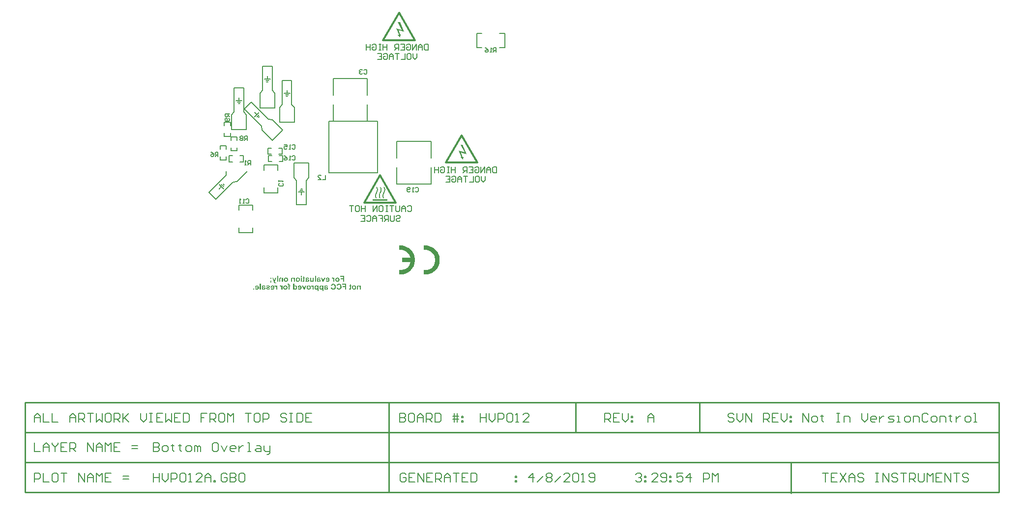
<source format=gbo>
G04*
G04 #@! TF.GenerationSoftware,Altium Limited,Altium Designer,18.1.9 (240)*
G04*
G04 Layer_Color=9218505*
%FSAX25Y25*%
%MOIN*%
G70*
G01*
G75*
%ADD11C,0.00787*%
%ADD15C,0.00700*%
%ADD16C,0.01000*%
%ADD17C,0.00800*%
%ADD18C,0.01400*%
%ADD19C,0.00500*%
G36*
X0296900Y0352800D02*
X0293200Y0354000D01*
X0294200Y0350700D01*
X0294700Y0351100D01*
X0294400Y0349000D01*
X0292800Y0350800D01*
X0293600Y0350600D01*
X0291600Y0355200D01*
X0295400Y0354100D01*
X0292700Y0359400D01*
X0294200D01*
X0296900Y0352800D01*
D02*
G37*
G36*
X0339400Y0269600D02*
X0335700Y0270800D01*
X0336700Y0267500D01*
X0337200Y0267900D01*
X0336900Y0265800D01*
X0335300Y0267600D01*
X0336100Y0267400D01*
X0334100Y0272000D01*
X0337900Y0270900D01*
X0335200Y0276200D01*
X0336700D01*
X0339400Y0269600D01*
D02*
G37*
G36*
X0283350Y0247400D02*
Y0247300D01*
X0283500D01*
Y0247400D01*
X0283600D01*
Y0247300D01*
Y0247200D01*
X0283700D01*
Y0247100D01*
X0283800D01*
Y0247000D01*
Y0246900D01*
X0283900D01*
Y0246800D01*
Y0246700D01*
X0284000D01*
Y0246600D01*
Y0246500D01*
X0284100D01*
Y0246400D01*
Y0246300D01*
Y0246200D01*
Y0246100D01*
X0284200D01*
Y0246000D01*
Y0245900D01*
Y0245800D01*
Y0245700D01*
Y0245600D01*
Y0245500D01*
Y0245400D01*
Y0245300D01*
Y0245200D01*
Y0245100D01*
Y0245000D01*
Y0244900D01*
X0284100D01*
Y0244800D01*
Y0244700D01*
Y0244600D01*
Y0244500D01*
X0284000D01*
Y0244400D01*
Y0244300D01*
Y0244200D01*
X0283900D01*
Y0244100D01*
Y0244000D01*
X0283800D01*
Y0243900D01*
Y0243800D01*
Y0243700D01*
X0283700D01*
Y0243600D01*
Y0243500D01*
X0283600D01*
Y0243400D01*
Y0243300D01*
X0283500D01*
Y0243200D01*
Y0243100D01*
X0283400D01*
Y0243000D01*
Y0242900D01*
X0283300D01*
Y0242800D01*
Y0242700D01*
X0283200D01*
Y0242600D01*
Y0242500D01*
Y0242400D01*
X0283100D01*
Y0242300D01*
Y0242200D01*
Y0242100D01*
X0283000D01*
Y0242000D01*
Y0241900D01*
Y0241800D01*
Y0241700D01*
Y0241600D01*
Y0241500D01*
Y0241400D01*
Y0241300D01*
Y0241200D01*
Y0241100D01*
Y0241000D01*
Y0240900D01*
Y0240800D01*
Y0240700D01*
X0283100D01*
Y0240600D01*
Y0240500D01*
Y0240400D01*
X0283200D01*
Y0240300D01*
Y0240200D01*
X0283300D01*
Y0240100D01*
Y0240000D01*
X0283400D01*
Y0239900D01*
Y0239800D01*
X0283500D01*
Y0239700D01*
X0283400D01*
Y0239600D01*
X0283100D01*
Y0239700D01*
X0282850D01*
Y0239800D01*
X0282750D01*
Y0239900D01*
Y0240000D01*
X0282650D01*
Y0240100D01*
Y0240200D01*
X0282550D01*
Y0240300D01*
Y0240400D01*
X0282450D01*
Y0240500D01*
Y0240600D01*
Y0240700D01*
Y0240800D01*
X0282350D01*
Y0240900D01*
Y0241000D01*
Y0241100D01*
Y0241200D01*
Y0241300D01*
Y0241400D01*
Y0241500D01*
Y0241600D01*
Y0241700D01*
Y0241800D01*
Y0241900D01*
Y0242000D01*
Y0242100D01*
Y0242200D01*
X0282450D01*
Y0242300D01*
Y0242400D01*
Y0242500D01*
X0282550D01*
Y0242600D01*
Y0242700D01*
Y0242800D01*
X0282650D01*
Y0242900D01*
Y0243000D01*
X0282750D01*
Y0243100D01*
Y0243200D01*
Y0243300D01*
X0282850D01*
Y0243400D01*
Y0243500D01*
X0282950D01*
Y0243600D01*
Y0243700D01*
X0283050D01*
Y0243800D01*
Y0243900D01*
X0283150D01*
Y0244000D01*
Y0244100D01*
X0283250D01*
Y0244200D01*
Y0244300D01*
X0283350D01*
Y0244400D01*
Y0244500D01*
Y0244600D01*
X0283450D01*
Y0244700D01*
Y0244800D01*
Y0244900D01*
X0283550D01*
Y0245000D01*
Y0245100D01*
Y0245200D01*
Y0245300D01*
Y0245400D01*
Y0245500D01*
Y0245600D01*
Y0245700D01*
Y0245800D01*
Y0245900D01*
Y0246000D01*
Y0246100D01*
Y0246200D01*
X0283450D01*
Y0246300D01*
Y0246400D01*
Y0246500D01*
X0283350D01*
Y0246600D01*
Y0246700D01*
Y0246800D01*
X0283250D01*
Y0246900D01*
X0283150D01*
Y0247000D01*
Y0247100D01*
X0283050D01*
Y0247200D01*
Y0247300D01*
X0283150D01*
Y0247400D01*
X0283250D01*
Y0247500D01*
X0283350D01*
Y0247400D01*
D02*
G37*
G36*
X0280850D02*
Y0247300D01*
X0281000D01*
Y0247400D01*
X0281100D01*
Y0247300D01*
Y0247200D01*
X0281200D01*
Y0247100D01*
X0281300D01*
Y0247000D01*
Y0246900D01*
X0281400D01*
Y0246800D01*
Y0246700D01*
X0281500D01*
Y0246600D01*
Y0246500D01*
X0281600D01*
Y0246400D01*
Y0246300D01*
Y0246200D01*
Y0246100D01*
X0281700D01*
Y0246000D01*
Y0245900D01*
Y0245800D01*
Y0245700D01*
Y0245600D01*
Y0245500D01*
Y0245400D01*
Y0245300D01*
Y0245200D01*
Y0245100D01*
Y0245000D01*
Y0244900D01*
X0281600D01*
Y0244800D01*
Y0244700D01*
Y0244600D01*
Y0244500D01*
X0281500D01*
Y0244400D01*
Y0244300D01*
Y0244200D01*
X0281400D01*
Y0244100D01*
Y0244000D01*
X0281300D01*
Y0243900D01*
Y0243800D01*
Y0243700D01*
X0281200D01*
Y0243600D01*
Y0243500D01*
X0281100D01*
Y0243400D01*
Y0243300D01*
X0281000D01*
Y0243200D01*
Y0243100D01*
X0280900D01*
Y0243000D01*
Y0242900D01*
X0280800D01*
Y0242800D01*
Y0242700D01*
X0280700D01*
Y0242600D01*
Y0242500D01*
Y0242400D01*
X0280600D01*
Y0242300D01*
Y0242200D01*
Y0242100D01*
X0280500D01*
Y0242000D01*
Y0241900D01*
Y0241800D01*
Y0241700D01*
Y0241600D01*
Y0241500D01*
Y0241400D01*
Y0241300D01*
Y0241200D01*
Y0241100D01*
Y0241000D01*
Y0240900D01*
Y0240800D01*
Y0240700D01*
X0280600D01*
Y0240600D01*
Y0240500D01*
Y0240400D01*
X0280700D01*
Y0240300D01*
Y0240200D01*
X0280800D01*
Y0240100D01*
Y0240000D01*
X0280900D01*
Y0239900D01*
Y0239800D01*
X0281000D01*
Y0239700D01*
X0280900D01*
Y0239600D01*
X0280600D01*
Y0239700D01*
X0280350D01*
Y0239800D01*
X0280250D01*
Y0239900D01*
Y0240000D01*
X0280150D01*
Y0240100D01*
Y0240200D01*
X0280050D01*
Y0240300D01*
Y0240400D01*
X0279950D01*
Y0240500D01*
Y0240600D01*
Y0240700D01*
Y0240800D01*
X0279850D01*
Y0240900D01*
Y0241000D01*
Y0241100D01*
Y0241200D01*
Y0241300D01*
Y0241400D01*
Y0241500D01*
Y0241600D01*
Y0241700D01*
Y0241800D01*
Y0241900D01*
Y0242000D01*
Y0242100D01*
Y0242200D01*
X0279950D01*
Y0242300D01*
Y0242400D01*
Y0242500D01*
X0280050D01*
Y0242600D01*
Y0242700D01*
Y0242800D01*
X0280150D01*
Y0242900D01*
Y0243000D01*
X0280250D01*
Y0243100D01*
Y0243200D01*
Y0243300D01*
X0280350D01*
Y0243400D01*
Y0243500D01*
X0280450D01*
Y0243600D01*
Y0243700D01*
X0280550D01*
Y0243800D01*
Y0243900D01*
X0280650D01*
Y0244000D01*
Y0244100D01*
X0280750D01*
Y0244200D01*
Y0244300D01*
X0280850D01*
Y0244400D01*
Y0244500D01*
Y0244600D01*
X0280950D01*
Y0244700D01*
Y0244800D01*
Y0244900D01*
X0281050D01*
Y0245000D01*
Y0245100D01*
Y0245200D01*
Y0245300D01*
Y0245400D01*
Y0245500D01*
Y0245600D01*
Y0245700D01*
Y0245800D01*
Y0245900D01*
Y0246000D01*
Y0246100D01*
Y0246200D01*
X0280950D01*
Y0246300D01*
Y0246400D01*
Y0246500D01*
X0280850D01*
Y0246600D01*
Y0246700D01*
Y0246800D01*
X0280750D01*
Y0246900D01*
X0280650D01*
Y0247000D01*
Y0247100D01*
X0280550D01*
Y0247200D01*
Y0247300D01*
X0280650D01*
Y0247400D01*
X0280750D01*
Y0247500D01*
X0280850D01*
Y0247400D01*
D02*
G37*
G36*
X0278350D02*
Y0247300D01*
X0278500D01*
Y0247400D01*
X0278600D01*
Y0247300D01*
Y0247200D01*
X0278700D01*
Y0247100D01*
X0278800D01*
Y0247000D01*
Y0246900D01*
X0278900D01*
Y0246800D01*
Y0246700D01*
X0279000D01*
Y0246600D01*
Y0246500D01*
X0279100D01*
Y0246400D01*
Y0246300D01*
Y0246200D01*
Y0246100D01*
X0279200D01*
Y0246000D01*
Y0245900D01*
Y0245800D01*
Y0245700D01*
Y0245600D01*
Y0245500D01*
Y0245400D01*
Y0245300D01*
Y0245200D01*
Y0245100D01*
Y0245000D01*
Y0244900D01*
X0279100D01*
Y0244800D01*
Y0244700D01*
Y0244600D01*
Y0244500D01*
X0279000D01*
Y0244400D01*
Y0244300D01*
Y0244200D01*
X0278900D01*
Y0244100D01*
Y0244000D01*
X0278800D01*
Y0243900D01*
Y0243800D01*
Y0243700D01*
X0278700D01*
Y0243600D01*
Y0243500D01*
X0278600D01*
Y0243400D01*
Y0243300D01*
X0278500D01*
Y0243200D01*
Y0243100D01*
X0278400D01*
Y0243000D01*
Y0242900D01*
X0278300D01*
Y0242800D01*
Y0242700D01*
X0278200D01*
Y0242600D01*
Y0242500D01*
Y0242400D01*
X0278100D01*
Y0242300D01*
Y0242200D01*
Y0242100D01*
X0278000D01*
Y0242000D01*
Y0241900D01*
Y0241800D01*
Y0241700D01*
Y0241600D01*
Y0241500D01*
Y0241400D01*
Y0241300D01*
Y0241200D01*
Y0241100D01*
Y0241000D01*
Y0240900D01*
Y0240800D01*
Y0240700D01*
X0278100D01*
Y0240600D01*
Y0240500D01*
Y0240400D01*
X0278200D01*
Y0240300D01*
Y0240200D01*
X0278300D01*
Y0240100D01*
Y0240000D01*
X0278400D01*
Y0239900D01*
Y0239800D01*
X0278500D01*
Y0239700D01*
X0278400D01*
Y0239600D01*
X0278100D01*
Y0239700D01*
X0277850D01*
Y0239800D01*
X0277750D01*
Y0239900D01*
Y0240000D01*
X0277650D01*
Y0240100D01*
Y0240200D01*
X0277550D01*
Y0240300D01*
Y0240400D01*
X0277450D01*
Y0240500D01*
Y0240600D01*
Y0240700D01*
Y0240800D01*
X0277350D01*
Y0240900D01*
Y0241000D01*
Y0241100D01*
Y0241200D01*
Y0241300D01*
Y0241400D01*
Y0241500D01*
Y0241600D01*
Y0241700D01*
Y0241800D01*
Y0241900D01*
Y0242000D01*
Y0242100D01*
Y0242200D01*
X0277450D01*
Y0242300D01*
Y0242400D01*
Y0242500D01*
X0277550D01*
Y0242600D01*
Y0242700D01*
Y0242800D01*
X0277650D01*
Y0242900D01*
Y0243000D01*
X0277750D01*
Y0243100D01*
Y0243200D01*
Y0243300D01*
X0277850D01*
Y0243400D01*
Y0243500D01*
X0277950D01*
Y0243600D01*
Y0243700D01*
X0278050D01*
Y0243800D01*
Y0243900D01*
X0278150D01*
Y0244000D01*
Y0244100D01*
X0278250D01*
Y0244200D01*
Y0244300D01*
X0278350D01*
Y0244400D01*
Y0244500D01*
Y0244600D01*
X0278450D01*
Y0244700D01*
Y0244800D01*
Y0244900D01*
X0278550D01*
Y0245000D01*
Y0245100D01*
Y0245200D01*
Y0245300D01*
Y0245400D01*
Y0245500D01*
Y0245600D01*
Y0245700D01*
Y0245800D01*
Y0245900D01*
Y0246000D01*
Y0246100D01*
Y0246200D01*
X0278450D01*
Y0246300D01*
Y0246400D01*
Y0246500D01*
X0278350D01*
Y0246600D01*
Y0246700D01*
Y0246800D01*
X0278250D01*
Y0246900D01*
X0278150D01*
Y0247000D01*
Y0247100D01*
X0278050D01*
Y0247200D01*
Y0247300D01*
X0278150D01*
Y0247400D01*
X0278250D01*
Y0247500D01*
X0278350D01*
Y0247400D01*
D02*
G37*
G36*
X0285700Y0238200D02*
X0275700D01*
Y0238900D01*
X0285700D01*
Y0238200D01*
D02*
G37*
G36*
X0293520Y0204619D02*
X0293520D01*
X0293520D01*
D01*
D02*
G37*
G36*
X0310253Y0190981D02*
X0310253D01*
X0310253Y0190981D01*
Y0190981D01*
D02*
G37*
G36*
X0295985Y0207565D02*
X0297589Y0207183D01*
X0299107Y0206539D01*
X0300496Y0205652D01*
X0301719Y0204546D01*
X0302740Y0203253D01*
X0303532Y0201807D01*
X0304073Y0200250D01*
X0304347Y0198624D01*
Y0196976D01*
X0304073Y0195350D01*
X0303532Y0193793D01*
X0302740Y0192347D01*
X0301719Y0191053D01*
X0300496Y0189948D01*
X0299107Y0189060D01*
X0297589Y0188417D01*
X0295985Y0188034D01*
X0294341Y0187924D01*
X0293520Y0188007D01*
X0293520Y0188007D01*
X0293520Y0190981D01*
X0294162Y0190919D01*
X0295449Y0190975D01*
X0296704Y0191270D01*
X0297881Y0191794D01*
X0298940Y0192528D01*
X0299844Y0193446D01*
X0300561Y0194516D01*
X0301067Y0195701D01*
X0301235Y0196324D01*
X0295489D01*
Y0199276D01*
X0301235D01*
X0301067Y0199899D01*
X0300561Y0201084D01*
X0299844Y0202154D01*
X0298940Y0203072D01*
X0297881Y0203806D01*
X0296704Y0204329D01*
X0295449Y0204625D01*
X0294162Y0204681D01*
X0293520Y0204619D01*
X0293520Y0207593D01*
X0294341Y0207676D01*
X0295985Y0207565D01*
D02*
G37*
G36*
X0312718D02*
X0314321Y0207183D01*
X0315839Y0206539D01*
X0317228Y0205652D01*
X0318451Y0204546D01*
X0319473Y0203253D01*
X0320265Y0201807D01*
X0320805Y0200250D01*
X0321080Y0198624D01*
Y0196976D01*
X0320805Y0195350D01*
X0320265Y0193793D01*
X0319473Y0192347D01*
X0318451Y0191053D01*
X0317228Y0189948D01*
X0315839Y0189060D01*
X0314321Y0188417D01*
X0312718Y0188034D01*
X0311073Y0187924D01*
X0310253Y0188007D01*
X0310253Y0190981D01*
X0310988Y0190915D01*
X0312457Y0191019D01*
X0313871Y0191434D01*
X0315165Y0192139D01*
X0316279Y0193104D01*
X0317162Y0194283D01*
X0317774Y0195624D01*
X0318087Y0197063D01*
Y0198537D01*
X0317774Y0199976D01*
X0317162Y0201317D01*
X0316279Y0202496D01*
X0315165Y0203461D01*
X0313871Y0204166D01*
X0312457Y0204581D01*
X0310988Y0204685D01*
X0310253Y0204619D01*
X0310253Y0207593D01*
X0310253D01*
X0311073Y0207676D01*
X0312718Y0207565D01*
D02*
G37*
G36*
X0227682Y0186206D02*
X0226944D01*
Y0186888D01*
X0227682D01*
Y0186206D01*
D02*
G37*
G36*
X0206975Y0185096D02*
X0206237D01*
Y0185834D01*
X0206975D01*
Y0185096D01*
D02*
G37*
G36*
X0239315Y0185884D02*
X0239404Y0185878D01*
X0239481Y0185862D01*
X0239559Y0185851D01*
X0239626Y0185834D01*
X0239687Y0185812D01*
X0239742Y0185795D01*
X0239787Y0185778D01*
X0239831Y0185756D01*
X0239864Y0185740D01*
X0239898Y0185729D01*
X0239920Y0185712D01*
X0239937Y0185706D01*
X0239942Y0185695D01*
X0239948D01*
X0240042Y0185612D01*
X0240120Y0185518D01*
X0240186Y0185418D01*
X0240242Y0185323D01*
X0240281Y0185234D01*
X0240297Y0185196D01*
X0240308Y0185162D01*
X0240320Y0185135D01*
X0240325Y0185112D01*
X0240331Y0185101D01*
Y0185096D01*
X0239670Y0184974D01*
X0239643Y0185040D01*
X0239615Y0185096D01*
X0239587Y0185146D01*
X0239554Y0185185D01*
X0239531Y0185212D01*
X0239509Y0185229D01*
X0239498Y0185240D01*
X0239493Y0185246D01*
X0239448Y0185273D01*
X0239398Y0185296D01*
X0239343Y0185307D01*
X0239293Y0185318D01*
X0239248Y0185323D01*
X0239215Y0185329D01*
X0239182D01*
X0239082Y0185323D01*
X0238999Y0185312D01*
X0238932Y0185301D01*
X0238877Y0185284D01*
X0238838Y0185262D01*
X0238810Y0185251D01*
X0238793Y0185240D01*
X0238788Y0185234D01*
X0238749Y0185196D01*
X0238721Y0185151D01*
X0238704Y0185101D01*
X0238688Y0185051D01*
X0238682Y0185001D01*
X0238677Y0184963D01*
Y0184940D01*
Y0184929D01*
Y0184857D01*
X0238716Y0184841D01*
X0238766Y0184824D01*
X0238871Y0184791D01*
X0238993Y0184763D01*
X0239110Y0184735D01*
X0239221Y0184707D01*
X0239271Y0184696D01*
X0239315Y0184691D01*
X0239348Y0184685D01*
X0239376Y0184679D01*
X0239393Y0184674D01*
X0239398D01*
X0239531Y0184646D01*
X0239654Y0184618D01*
X0239754Y0184591D01*
X0239837Y0184563D01*
X0239903Y0184535D01*
X0239948Y0184519D01*
X0239976Y0184508D01*
X0239987Y0184502D01*
X0240059Y0184463D01*
X0240120Y0184419D01*
X0240175Y0184369D01*
X0240214Y0184324D01*
X0240253Y0184285D01*
X0240275Y0184252D01*
X0240292Y0184230D01*
X0240297Y0184219D01*
X0240336Y0184147D01*
X0240364Y0184075D01*
X0240381Y0184008D01*
X0240392Y0183941D01*
X0240403Y0183886D01*
X0240408Y0183842D01*
Y0183814D01*
Y0183803D01*
X0240403Y0183736D01*
X0240397Y0183675D01*
X0240370Y0183558D01*
X0240331Y0183458D01*
X0240286Y0183375D01*
X0240242Y0183309D01*
X0240203Y0183259D01*
X0240175Y0183226D01*
X0240164Y0183220D01*
Y0183214D01*
X0240064Y0183137D01*
X0239953Y0183081D01*
X0239842Y0183042D01*
X0239731Y0183015D01*
X0239637Y0182998D01*
X0239593Y0182992D01*
X0239559D01*
X0239526Y0182987D01*
X0239487D01*
X0239398Y0182992D01*
X0239310Y0183003D01*
X0239232Y0183015D01*
X0239165Y0183031D01*
X0239110Y0183048D01*
X0239065Y0183064D01*
X0239037Y0183070D01*
X0239026Y0183076D01*
X0238949Y0183115D01*
X0238871Y0183153D01*
X0238804Y0183203D01*
X0238743Y0183248D01*
X0238693Y0183286D01*
X0238655Y0183320D01*
X0238632Y0183342D01*
X0238621Y0183348D01*
X0238616Y0183325D01*
X0238605Y0183298D01*
X0238599Y0183275D01*
X0238594Y0183270D01*
Y0183264D01*
X0238577Y0183214D01*
X0238566Y0183170D01*
X0238555Y0183131D01*
X0238544Y0183103D01*
X0238532Y0183081D01*
X0238527Y0183059D01*
X0238521Y0183053D01*
Y0183048D01*
X0237794D01*
X0237828Y0183120D01*
X0237855Y0183187D01*
X0237878Y0183248D01*
X0237900Y0183303D01*
X0237911Y0183348D01*
X0237922Y0183386D01*
X0237928Y0183409D01*
Y0183414D01*
X0237939Y0183486D01*
X0237944Y0183575D01*
X0237955Y0183664D01*
Y0183753D01*
X0237961Y0183830D01*
Y0183897D01*
Y0183925D01*
Y0183941D01*
Y0183952D01*
Y0183958D01*
X0237950Y0184818D01*
Y0184907D01*
X0237955Y0184985D01*
X0237961Y0185057D01*
X0237966Y0185124D01*
X0237972Y0185185D01*
X0237983Y0185240D01*
X0237989Y0185290D01*
X0238000Y0185329D01*
X0238011Y0185368D01*
X0238016Y0185396D01*
X0238033Y0185445D01*
X0238044Y0185468D01*
X0238050Y0185479D01*
X0238094Y0185540D01*
X0238144Y0185601D01*
X0238199Y0185651D01*
X0238261Y0185695D01*
X0238311Y0185729D01*
X0238355Y0185751D01*
X0238383Y0185767D01*
X0238388Y0185773D01*
X0238394D01*
X0238444Y0185795D01*
X0238494Y0185812D01*
X0238610Y0185845D01*
X0238732Y0185867D01*
X0238849Y0185878D01*
X0238960Y0185889D01*
X0239004D01*
X0239043Y0185895D01*
X0239226D01*
X0239315Y0185884D01*
D02*
G37*
G36*
X0231556D02*
X0231645Y0185878D01*
X0231723Y0185862D01*
X0231800Y0185851D01*
X0231867Y0185834D01*
X0231928Y0185812D01*
X0231983Y0185795D01*
X0232028Y0185778D01*
X0232072Y0185756D01*
X0232106Y0185740D01*
X0232139Y0185729D01*
X0232161Y0185712D01*
X0232178Y0185706D01*
X0232183Y0185695D01*
X0232189D01*
X0232283Y0185612D01*
X0232361Y0185518D01*
X0232428Y0185418D01*
X0232483Y0185323D01*
X0232522Y0185234D01*
X0232539Y0185196D01*
X0232550Y0185162D01*
X0232561Y0185135D01*
X0232566Y0185112D01*
X0232572Y0185101D01*
Y0185096D01*
X0231911Y0184974D01*
X0231884Y0185040D01*
X0231856Y0185096D01*
X0231828Y0185146D01*
X0231795Y0185185D01*
X0231773Y0185212D01*
X0231750Y0185229D01*
X0231739Y0185240D01*
X0231734Y0185246D01*
X0231689Y0185273D01*
X0231639Y0185296D01*
X0231584Y0185307D01*
X0231534Y0185318D01*
X0231489Y0185323D01*
X0231456Y0185329D01*
X0231423D01*
X0231323Y0185323D01*
X0231240Y0185312D01*
X0231173Y0185301D01*
X0231118Y0185284D01*
X0231079Y0185262D01*
X0231051Y0185251D01*
X0231034Y0185240D01*
X0231029Y0185234D01*
X0230990Y0185196D01*
X0230962Y0185151D01*
X0230946Y0185101D01*
X0230929Y0185051D01*
X0230923Y0185001D01*
X0230918Y0184963D01*
Y0184940D01*
Y0184929D01*
Y0184857D01*
X0230957Y0184841D01*
X0231007Y0184824D01*
X0231112Y0184791D01*
X0231234Y0184763D01*
X0231351Y0184735D01*
X0231462Y0184707D01*
X0231512Y0184696D01*
X0231556Y0184691D01*
X0231589Y0184685D01*
X0231617Y0184679D01*
X0231634Y0184674D01*
X0231639D01*
X0231773Y0184646D01*
X0231895Y0184618D01*
X0231995Y0184591D01*
X0232078Y0184563D01*
X0232144Y0184535D01*
X0232189Y0184519D01*
X0232217Y0184508D01*
X0232228Y0184502D01*
X0232300Y0184463D01*
X0232361Y0184419D01*
X0232416Y0184369D01*
X0232455Y0184324D01*
X0232494Y0184285D01*
X0232516Y0184252D01*
X0232533Y0184230D01*
X0232539Y0184219D01*
X0232577Y0184147D01*
X0232605Y0184075D01*
X0232622Y0184008D01*
X0232633Y0183941D01*
X0232644Y0183886D01*
X0232649Y0183842D01*
Y0183814D01*
Y0183803D01*
X0232644Y0183736D01*
X0232638Y0183675D01*
X0232611Y0183558D01*
X0232572Y0183458D01*
X0232527Y0183375D01*
X0232483Y0183309D01*
X0232444Y0183259D01*
X0232416Y0183226D01*
X0232405Y0183220D01*
Y0183214D01*
X0232305Y0183137D01*
X0232194Y0183081D01*
X0232083Y0183042D01*
X0231972Y0183015D01*
X0231878Y0182998D01*
X0231834Y0182992D01*
X0231800D01*
X0231767Y0182987D01*
X0231728D01*
X0231639Y0182992D01*
X0231551Y0183003D01*
X0231473Y0183015D01*
X0231406Y0183031D01*
X0231351Y0183048D01*
X0231306Y0183064D01*
X0231279Y0183070D01*
X0231267Y0183076D01*
X0231190Y0183115D01*
X0231112Y0183153D01*
X0231046Y0183203D01*
X0230984Y0183248D01*
X0230935Y0183286D01*
X0230896Y0183320D01*
X0230873Y0183342D01*
X0230862Y0183348D01*
X0230857Y0183325D01*
X0230846Y0183298D01*
X0230840Y0183275D01*
X0230835Y0183270D01*
Y0183264D01*
X0230818Y0183214D01*
X0230807Y0183170D01*
X0230796Y0183131D01*
X0230785Y0183103D01*
X0230774Y0183081D01*
X0230768Y0183059D01*
X0230763Y0183053D01*
Y0183048D01*
X0230035D01*
X0230069Y0183120D01*
X0230097Y0183187D01*
X0230119Y0183248D01*
X0230141Y0183303D01*
X0230152Y0183348D01*
X0230163Y0183386D01*
X0230169Y0183409D01*
Y0183414D01*
X0230180Y0183486D01*
X0230185Y0183575D01*
X0230196Y0183664D01*
Y0183753D01*
X0230202Y0183830D01*
Y0183897D01*
Y0183925D01*
Y0183941D01*
Y0183952D01*
Y0183958D01*
X0230191Y0184818D01*
Y0184907D01*
X0230196Y0184985D01*
X0230202Y0185057D01*
X0230207Y0185124D01*
X0230213Y0185185D01*
X0230224Y0185240D01*
X0230230Y0185290D01*
X0230241Y0185329D01*
X0230252Y0185368D01*
X0230257Y0185396D01*
X0230274Y0185445D01*
X0230285Y0185468D01*
X0230291Y0185479D01*
X0230335Y0185540D01*
X0230385Y0185601D01*
X0230441Y0185651D01*
X0230502Y0185695D01*
X0230552Y0185729D01*
X0230596Y0185751D01*
X0230624Y0185767D01*
X0230629Y0185773D01*
X0230635D01*
X0230685Y0185795D01*
X0230735Y0185812D01*
X0230851Y0185845D01*
X0230973Y0185867D01*
X0231090Y0185878D01*
X0231201Y0185889D01*
X0231245D01*
X0231284Y0185895D01*
X0231467D01*
X0231556Y0185884D01*
D02*
G37*
G36*
X0242440Y0183048D02*
X0241774D01*
X0240669Y0185834D01*
X0241424D01*
X0241957Y0184408D01*
X0241990Y0184324D01*
X0242012Y0184247D01*
X0242023Y0184219D01*
X0242029Y0184197D01*
X0242035Y0184180D01*
Y0184175D01*
X0242040Y0184147D01*
X0242051Y0184113D01*
X0242079Y0184030D01*
X0242090Y0183997D01*
X0242101Y0183964D01*
X0242107Y0183941D01*
X0242112Y0183936D01*
X0242262Y0184408D01*
X0242789Y0185834D01*
X0243561D01*
X0242440Y0183048D01*
D02*
G37*
G36*
X0209373Y0183042D02*
X0209401Y0182959D01*
X0209428Y0182887D01*
X0209462Y0182820D01*
X0209489Y0182765D01*
X0209517Y0182720D01*
X0209539Y0182687D01*
X0209556Y0182665D01*
X0209561Y0182659D01*
X0209611Y0182609D01*
X0209672Y0182571D01*
X0209734Y0182543D01*
X0209795Y0182526D01*
X0209850Y0182515D01*
X0209894Y0182504D01*
X0209939D01*
X0210044Y0182510D01*
X0210100Y0182515D01*
X0210144Y0182526D01*
X0210189Y0182532D01*
X0210222Y0182537D01*
X0210244Y0182543D01*
X0210250D01*
X0210183Y0181966D01*
X0210033Y0181938D01*
X0209967Y0181927D01*
X0209900Y0181921D01*
X0209850D01*
X0209806Y0181916D01*
X0209695D01*
X0209623Y0181921D01*
X0209561Y0181932D01*
X0209506Y0181943D01*
X0209456Y0181949D01*
X0209423Y0181960D01*
X0209401Y0181966D01*
X0209395D01*
X0209334Y0181982D01*
X0209278Y0182004D01*
X0209234Y0182027D01*
X0209195Y0182043D01*
X0209162Y0182060D01*
X0209140Y0182077D01*
X0209123Y0182082D01*
X0209118Y0182088D01*
X0209034Y0182154D01*
X0208973Y0182221D01*
X0208951Y0182254D01*
X0208934Y0182276D01*
X0208923Y0182293D01*
X0208918Y0182299D01*
X0208884Y0182354D01*
X0208851Y0182410D01*
X0208818Y0182471D01*
X0208790Y0182532D01*
X0208768Y0182587D01*
X0208746Y0182632D01*
X0208734Y0182659D01*
X0208729Y0182670D01*
X0208551Y0183148D01*
X0207569Y0185834D01*
X0208329D01*
X0208984Y0183853D01*
X0209645Y0185834D01*
X0210427D01*
X0209373Y0183042D01*
D02*
G37*
G36*
X0229431Y0186389D02*
Y0185834D01*
X0229769D01*
Y0185246D01*
X0229431D01*
Y0184030D01*
Y0183958D01*
Y0183897D01*
Y0183836D01*
X0229425Y0183786D01*
Y0183697D01*
X0229419Y0183625D01*
X0229414Y0183570D01*
Y0183536D01*
X0229408Y0183514D01*
Y0183509D01*
X0229397Y0183448D01*
X0229380Y0183392D01*
X0229364Y0183342D01*
X0229347Y0183303D01*
X0229331Y0183270D01*
X0229320Y0183248D01*
X0229314Y0183231D01*
X0229308Y0183226D01*
X0229275Y0183187D01*
X0229236Y0183153D01*
X0229158Y0183098D01*
X0229125Y0183081D01*
X0229098Y0183064D01*
X0229075Y0183059D01*
X0229070Y0183053D01*
X0229009Y0183031D01*
X0228948Y0183015D01*
X0228887Y0183003D01*
X0228831Y0182998D01*
X0228781Y0182992D01*
X0228742Y0182987D01*
X0228709D01*
X0228592Y0182992D01*
X0228481Y0183003D01*
X0228381Y0183020D01*
X0228298Y0183042D01*
X0228226Y0183059D01*
X0228171Y0183076D01*
X0228137Y0183087D01*
X0228132Y0183092D01*
X0228126D01*
X0228193Y0183664D01*
X0228259Y0183642D01*
X0228321Y0183625D01*
X0228370Y0183614D01*
X0228415Y0183608D01*
X0228448Y0183603D01*
X0228470Y0183597D01*
X0228492D01*
X0228542Y0183603D01*
X0228581Y0183614D01*
X0228604Y0183625D01*
X0228615Y0183631D01*
X0228648Y0183664D01*
X0228665Y0183692D01*
X0228676Y0183714D01*
X0228681Y0183725D01*
Y0183736D01*
X0228687Y0183758D01*
Y0183808D01*
Y0183875D01*
X0228692Y0183941D01*
Y0184008D01*
Y0184063D01*
Y0184086D01*
Y0184102D01*
Y0184113D01*
Y0184119D01*
Y0185246D01*
X0228187D01*
Y0185834D01*
X0228692D01*
Y0186822D01*
X0229431Y0186389D01*
D02*
G37*
G36*
X0235746Y0184069D02*
X0235741Y0183930D01*
X0235730Y0183808D01*
X0235713Y0183703D01*
X0235696Y0183614D01*
X0235680Y0183542D01*
X0235663Y0183492D01*
X0235652Y0183464D01*
X0235647Y0183453D01*
X0235602Y0183375D01*
X0235552Y0183303D01*
X0235502Y0183248D01*
X0235447Y0183198D01*
X0235402Y0183159D01*
X0235358Y0183131D01*
X0235336Y0183115D01*
X0235325Y0183109D01*
X0235241Y0183070D01*
X0235153Y0183037D01*
X0235069Y0183015D01*
X0234986Y0183003D01*
X0234919Y0182992D01*
X0234870Y0182987D01*
X0234820D01*
X0234720Y0182992D01*
X0234625Y0183003D01*
X0234537Y0183026D01*
X0234459Y0183048D01*
X0234392Y0183070D01*
X0234342Y0183092D01*
X0234309Y0183103D01*
X0234298Y0183109D01*
X0234209Y0183159D01*
X0234131Y0183220D01*
X0234059Y0183275D01*
X0234004Y0183336D01*
X0233954Y0183386D01*
X0233920Y0183425D01*
X0233898Y0183453D01*
X0233893Y0183464D01*
Y0183048D01*
X0233210D01*
Y0185834D01*
X0233948D01*
Y0184657D01*
Y0184552D01*
Y0184458D01*
X0233954Y0184369D01*
X0233959Y0184291D01*
Y0184219D01*
X0233965Y0184158D01*
X0233970Y0184108D01*
X0233976Y0184058D01*
X0233981Y0184019D01*
X0233987Y0183991D01*
X0233993Y0183964D01*
Y0183941D01*
X0234004Y0183914D01*
Y0183908D01*
X0234026Y0183853D01*
X0234059Y0183803D01*
X0234092Y0183764D01*
X0234126Y0183725D01*
X0234159Y0183692D01*
X0234187Y0183669D01*
X0234204Y0183658D01*
X0234209Y0183653D01*
X0234264Y0183619D01*
X0234326Y0183597D01*
X0234381Y0183575D01*
X0234437Y0183564D01*
X0234481Y0183558D01*
X0234514Y0183553D01*
X0234548D01*
X0234609Y0183558D01*
X0234659Y0183564D01*
X0234708Y0183575D01*
X0234747Y0183592D01*
X0234781Y0183603D01*
X0234803Y0183614D01*
X0234820Y0183619D01*
X0234825Y0183625D01*
X0234864Y0183658D01*
X0234892Y0183692D01*
X0234919Y0183725D01*
X0234936Y0183758D01*
X0234953Y0183792D01*
X0234964Y0183814D01*
X0234969Y0183830D01*
Y0183836D01*
X0234975Y0183864D01*
X0234981Y0183903D01*
X0234986Y0183952D01*
X0234992Y0184002D01*
X0234997Y0184119D01*
X0235003Y0184247D01*
X0235008Y0184363D01*
Y0184413D01*
Y0184458D01*
Y0184496D01*
Y0184524D01*
Y0184546D01*
Y0184552D01*
Y0185834D01*
X0235746D01*
Y0184069D01*
D02*
G37*
G36*
X0245226Y0185889D02*
X0245320Y0185878D01*
X0245414Y0185856D01*
X0245498Y0185834D01*
X0245581Y0185806D01*
X0245653Y0185773D01*
X0245725Y0185734D01*
X0245786Y0185701D01*
X0245842Y0185662D01*
X0245892Y0185623D01*
X0245936Y0185590D01*
X0245970Y0185562D01*
X0245997Y0185540D01*
X0246019Y0185518D01*
X0246030Y0185506D01*
X0246036Y0185501D01*
X0246097Y0185423D01*
X0246153Y0185340D01*
X0246203Y0185257D01*
X0246247Y0185168D01*
X0246280Y0185074D01*
X0246308Y0184985D01*
X0246352Y0184813D01*
X0246369Y0184730D01*
X0246380Y0184657D01*
X0246386Y0184591D01*
X0246391Y0184535D01*
X0246397Y0184485D01*
Y0184447D01*
Y0184424D01*
Y0184419D01*
X0246391Y0184313D01*
X0246386Y0184208D01*
X0246369Y0184113D01*
X0246352Y0184025D01*
X0246336Y0183936D01*
X0246308Y0183858D01*
X0246286Y0183786D01*
X0246258Y0183719D01*
X0246236Y0183658D01*
X0246208Y0183608D01*
X0246186Y0183564D01*
X0246169Y0183525D01*
X0246147Y0183497D01*
X0246136Y0183475D01*
X0246130Y0183464D01*
X0246125Y0183458D01*
X0246053Y0183375D01*
X0245981Y0183303D01*
X0245897Y0183242D01*
X0245809Y0183187D01*
X0245720Y0183142D01*
X0245631Y0183103D01*
X0245542Y0183070D01*
X0245453Y0183048D01*
X0245376Y0183026D01*
X0245298Y0183015D01*
X0245226Y0183003D01*
X0245165Y0182992D01*
X0245115D01*
X0245081Y0182987D01*
X0245048D01*
X0244887Y0182998D01*
X0244737Y0183020D01*
X0244610Y0183053D01*
X0244499Y0183092D01*
X0244449Y0183115D01*
X0244410Y0183131D01*
X0244371Y0183148D01*
X0244343Y0183164D01*
X0244321Y0183181D01*
X0244299Y0183187D01*
X0244293Y0183198D01*
X0244288D01*
X0244182Y0183286D01*
X0244088Y0183381D01*
X0244010Y0183486D01*
X0243949Y0183586D01*
X0243899Y0183675D01*
X0243883Y0183714D01*
X0243866Y0183747D01*
X0243855Y0183775D01*
X0243844Y0183797D01*
X0243838Y0183808D01*
Y0183814D01*
X0244571Y0183936D01*
X0244599Y0183864D01*
X0244626Y0183797D01*
X0244654Y0183747D01*
X0244687Y0183703D01*
X0244710Y0183669D01*
X0244732Y0183647D01*
X0244748Y0183636D01*
X0244754Y0183631D01*
X0244798Y0183597D01*
X0244848Y0183575D01*
X0244898Y0183558D01*
X0244943Y0183547D01*
X0244982Y0183542D01*
X0245015Y0183536D01*
X0245043D01*
X0245131Y0183542D01*
X0245215Y0183564D01*
X0245292Y0183592D01*
X0245353Y0183625D01*
X0245403Y0183658D01*
X0245437Y0183686D01*
X0245464Y0183708D01*
X0245470Y0183714D01*
X0245526Y0183786D01*
X0245564Y0183869D01*
X0245598Y0183958D01*
X0245620Y0184036D01*
X0245631Y0184113D01*
X0245637Y0184169D01*
X0245642Y0184191D01*
Y0184208D01*
Y0184219D01*
Y0184224D01*
X0243799D01*
Y0184380D01*
X0243811Y0184519D01*
X0243827Y0184652D01*
X0243849Y0184774D01*
X0243877Y0184890D01*
X0243905Y0184990D01*
X0243938Y0185085D01*
X0243971Y0185168D01*
X0244005Y0185240D01*
X0244038Y0185307D01*
X0244066Y0185357D01*
X0244094Y0185401D01*
X0244116Y0185434D01*
X0244132Y0185462D01*
X0244144Y0185473D01*
X0244149Y0185479D01*
X0244216Y0185551D01*
X0244293Y0185617D01*
X0244371Y0185673D01*
X0244449Y0185717D01*
X0244532Y0185762D01*
X0244615Y0185795D01*
X0244693Y0185823D01*
X0244771Y0185845D01*
X0244843Y0185862D01*
X0244909Y0185873D01*
X0244970Y0185884D01*
X0245020Y0185889D01*
X0245065Y0185895D01*
X0245126D01*
X0245226Y0185889D01*
D02*
G37*
G36*
X0256315Y0183048D02*
X0255538D01*
Y0184679D01*
X0253934D01*
Y0185329D01*
X0255538D01*
Y0186239D01*
X0253678D01*
Y0186888D01*
X0256315D01*
Y0183048D01*
D02*
G37*
G36*
X0248550Y0185889D02*
X0248606Y0185884D01*
X0248661Y0185867D01*
X0248706Y0185851D01*
X0248745Y0185834D01*
X0248778Y0185823D01*
X0248794Y0185812D01*
X0248800Y0185806D01*
X0248855Y0185767D01*
X0248905Y0185712D01*
X0248961Y0185651D01*
X0249005Y0185590D01*
X0249050Y0185529D01*
X0249083Y0185479D01*
X0249105Y0185445D01*
X0249111Y0185440D01*
Y0185834D01*
X0249793D01*
Y0183048D01*
X0249055D01*
Y0183903D01*
Y0184030D01*
Y0184147D01*
X0249050Y0184252D01*
X0249044Y0184347D01*
Y0184435D01*
X0249039Y0184508D01*
X0249033Y0184580D01*
X0249027Y0184635D01*
X0249022Y0184685D01*
X0249016Y0184730D01*
X0249011Y0184763D01*
Y0184791D01*
X0249005Y0184807D01*
X0249000Y0184824D01*
Y0184835D01*
X0248978Y0184913D01*
X0248950Y0184979D01*
X0248922Y0185035D01*
X0248894Y0185074D01*
X0248872Y0185107D01*
X0248850Y0185129D01*
X0248839Y0185140D01*
X0248833Y0185146D01*
X0248789Y0185173D01*
X0248745Y0185196D01*
X0248700Y0185212D01*
X0248661Y0185223D01*
X0248628Y0185229D01*
X0248595Y0185234D01*
X0248572D01*
X0248511Y0185229D01*
X0248450Y0185218D01*
X0248395Y0185196D01*
X0248339Y0185173D01*
X0248295Y0185151D01*
X0248262Y0185129D01*
X0248234Y0185118D01*
X0248228Y0185112D01*
X0247995Y0185751D01*
X0248084Y0185801D01*
X0248167Y0185834D01*
X0248251Y0185862D01*
X0248328Y0185878D01*
X0248389Y0185889D01*
X0248439Y0185895D01*
X0248484D01*
X0248550Y0185889D01*
D02*
G37*
G36*
X0237228Y0183048D02*
X0236490D01*
Y0186888D01*
X0237228D01*
Y0183048D01*
D02*
G37*
G36*
X0227682Y0183048D02*
X0226944D01*
Y0185834D01*
X0227682D01*
Y0183048D01*
D02*
G37*
G36*
X0221416Y0185889D02*
X0221516Y0185873D01*
X0221605Y0185851D01*
X0221694Y0185823D01*
X0221777Y0185784D01*
X0221849Y0185745D01*
X0221921Y0185701D01*
X0221982Y0185662D01*
X0222038Y0185617D01*
X0222088Y0185573D01*
X0222132Y0185534D01*
X0222165Y0185495D01*
X0222193Y0185468D01*
X0222216Y0185445D01*
X0222227Y0185429D01*
X0222232Y0185423D01*
Y0185834D01*
X0222915D01*
Y0183048D01*
X0222177D01*
Y0184302D01*
Y0184385D01*
Y0184463D01*
X0222171Y0184535D01*
X0222165Y0184596D01*
Y0184657D01*
X0222160Y0184707D01*
X0222154Y0184757D01*
X0222149Y0184796D01*
X0222138Y0184863D01*
X0222132Y0184907D01*
X0222121Y0184935D01*
Y0184940D01*
X0222099Y0185001D01*
X0222066Y0185063D01*
X0222032Y0185107D01*
X0221999Y0185151D01*
X0221966Y0185179D01*
X0221938Y0185207D01*
X0221921Y0185218D01*
X0221916Y0185223D01*
X0221855Y0185257D01*
X0221794Y0185284D01*
X0221738Y0185301D01*
X0221683Y0185318D01*
X0221638Y0185323D01*
X0221605Y0185329D01*
X0221572D01*
X0221516Y0185323D01*
X0221466Y0185318D01*
X0221427Y0185307D01*
X0221389Y0185290D01*
X0221355Y0185273D01*
X0221333Y0185262D01*
X0221322Y0185257D01*
X0221316Y0185251D01*
X0221277Y0185223D01*
X0221250Y0185190D01*
X0221200Y0185124D01*
X0221183Y0185090D01*
X0221172Y0185068D01*
X0221161Y0185051D01*
Y0185046D01*
X0221150Y0185018D01*
X0221144Y0184985D01*
X0221133Y0184901D01*
X0221122Y0184802D01*
X0221117Y0184707D01*
X0221111Y0184613D01*
Y0184574D01*
Y0184535D01*
Y0184508D01*
Y0184485D01*
Y0184469D01*
Y0184463D01*
Y0183048D01*
X0220373D01*
Y0184774D01*
Y0184890D01*
X0220378Y0184985D01*
X0220384Y0185074D01*
X0220395Y0185140D01*
X0220401Y0185196D01*
X0220412Y0185234D01*
X0220417Y0185262D01*
Y0185268D01*
X0220434Y0185334D01*
X0220456Y0185390D01*
X0220478Y0185445D01*
X0220506Y0185490D01*
X0220528Y0185529D01*
X0220545Y0185556D01*
X0220556Y0185573D01*
X0220562Y0185579D01*
X0220606Y0185629D01*
X0220656Y0185673D01*
X0220706Y0185712D01*
X0220756Y0185745D01*
X0220800Y0185773D01*
X0220839Y0185790D01*
X0220861Y0185801D01*
X0220872Y0185806D01*
X0220950Y0185834D01*
X0221028Y0185856D01*
X0221100Y0185873D01*
X0221166Y0185884D01*
X0221228Y0185889D01*
X0221277Y0185895D01*
X0221316D01*
X0221416Y0185889D01*
D02*
G37*
G36*
X0213363D02*
X0213463Y0185873D01*
X0213552Y0185851D01*
X0213641Y0185823D01*
X0213724Y0185784D01*
X0213796Y0185745D01*
X0213868Y0185701D01*
X0213929Y0185662D01*
X0213985Y0185617D01*
X0214035Y0185573D01*
X0214079Y0185534D01*
X0214112Y0185495D01*
X0214140Y0185468D01*
X0214162Y0185445D01*
X0214174Y0185429D01*
X0214179Y0185423D01*
Y0185834D01*
X0214862D01*
Y0183048D01*
X0214124D01*
Y0184302D01*
Y0184385D01*
Y0184463D01*
X0214118Y0184535D01*
X0214112Y0184596D01*
Y0184657D01*
X0214107Y0184707D01*
X0214101Y0184757D01*
X0214096Y0184796D01*
X0214085Y0184863D01*
X0214079Y0184907D01*
X0214068Y0184935D01*
Y0184940D01*
X0214046Y0185001D01*
X0214013Y0185063D01*
X0213979Y0185107D01*
X0213946Y0185151D01*
X0213913Y0185179D01*
X0213885Y0185207D01*
X0213868Y0185218D01*
X0213863Y0185223D01*
X0213802Y0185257D01*
X0213741Y0185284D01*
X0213685Y0185301D01*
X0213630Y0185318D01*
X0213585Y0185323D01*
X0213552Y0185329D01*
X0213519D01*
X0213463Y0185323D01*
X0213413Y0185318D01*
X0213374Y0185307D01*
X0213335Y0185290D01*
X0213302Y0185273D01*
X0213280Y0185262D01*
X0213269Y0185257D01*
X0213263Y0185251D01*
X0213225Y0185223D01*
X0213197Y0185190D01*
X0213147Y0185124D01*
X0213130Y0185090D01*
X0213119Y0185068D01*
X0213108Y0185051D01*
Y0185046D01*
X0213097Y0185018D01*
X0213091Y0184985D01*
X0213080Y0184901D01*
X0213069Y0184802D01*
X0213064Y0184707D01*
X0213058Y0184613D01*
Y0184574D01*
Y0184535D01*
Y0184508D01*
Y0184485D01*
Y0184469D01*
Y0184463D01*
Y0183048D01*
X0212320D01*
Y0184774D01*
Y0184890D01*
X0212325Y0184985D01*
X0212331Y0185074D01*
X0212342Y0185140D01*
X0212348Y0185196D01*
X0212359Y0185234D01*
X0212364Y0185262D01*
Y0185268D01*
X0212381Y0185334D01*
X0212403Y0185390D01*
X0212425Y0185445D01*
X0212453Y0185490D01*
X0212475Y0185529D01*
X0212492Y0185556D01*
X0212503Y0185573D01*
X0212509Y0185579D01*
X0212553Y0185629D01*
X0212603Y0185673D01*
X0212653Y0185712D01*
X0212703Y0185745D01*
X0212747Y0185773D01*
X0212786Y0185790D01*
X0212808Y0185801D01*
X0212819Y0185806D01*
X0212897Y0185834D01*
X0212975Y0185856D01*
X0213047Y0185873D01*
X0213113Y0185884D01*
X0213175Y0185889D01*
X0213225Y0185895D01*
X0213263D01*
X0213363Y0185889D01*
D02*
G37*
G36*
X0211576Y0183048D02*
X0210838D01*
Y0186888D01*
X0211576D01*
Y0183048D01*
D02*
G37*
G36*
X0251930Y0185889D02*
X0252069Y0185867D01*
X0252197Y0185839D01*
X0252308Y0185806D01*
X0252352Y0185784D01*
X0252396Y0185767D01*
X0252435Y0185756D01*
X0252463Y0185740D01*
X0252491Y0185729D01*
X0252507Y0185717D01*
X0252519Y0185712D01*
X0252524D01*
X0252641Y0185634D01*
X0252741Y0185551D01*
X0252829Y0185462D01*
X0252901Y0185379D01*
X0252957Y0185301D01*
X0253001Y0185240D01*
X0253018Y0185218D01*
X0253024Y0185201D01*
X0253035Y0185190D01*
Y0185185D01*
X0253096Y0185057D01*
X0253134Y0184929D01*
X0253168Y0184813D01*
X0253190Y0184707D01*
X0253201Y0184613D01*
X0253207Y0184574D01*
Y0184541D01*
X0253212Y0184519D01*
Y0184496D01*
Y0184485D01*
Y0184480D01*
X0253207Y0184308D01*
X0253185Y0184147D01*
X0253157Y0184008D01*
X0253140Y0183947D01*
X0253123Y0183891D01*
X0253107Y0183842D01*
X0253090Y0183797D01*
X0253074Y0183758D01*
X0253062Y0183725D01*
X0253051Y0183697D01*
X0253040Y0183680D01*
X0253035Y0183669D01*
Y0183664D01*
X0252957Y0183547D01*
X0252874Y0183448D01*
X0252785Y0183359D01*
X0252702Y0183286D01*
X0252624Y0183231D01*
X0252563Y0183192D01*
X0252541Y0183176D01*
X0252524Y0183164D01*
X0252513Y0183159D01*
X0252507D01*
X0252374Y0183103D01*
X0252246Y0183059D01*
X0252124Y0183031D01*
X0252008Y0183009D01*
X0251913Y0182998D01*
X0251875Y0182992D01*
X0251841D01*
X0251814Y0182987D01*
X0251775D01*
X0251658Y0182992D01*
X0251553Y0183003D01*
X0251447Y0183026D01*
X0251353Y0183053D01*
X0251259Y0183081D01*
X0251175Y0183115D01*
X0251098Y0183153D01*
X0251026Y0183192D01*
X0250964Y0183231D01*
X0250909Y0183270D01*
X0250859Y0183303D01*
X0250820Y0183331D01*
X0250787Y0183359D01*
X0250765Y0183381D01*
X0250754Y0183392D01*
X0250748Y0183397D01*
X0250676Y0183481D01*
X0250615Y0183564D01*
X0250559Y0183647D01*
X0250509Y0183736D01*
X0250470Y0183825D01*
X0250437Y0183914D01*
X0250410Y0183997D01*
X0250387Y0184080D01*
X0250371Y0184152D01*
X0250360Y0184224D01*
X0250348Y0184285D01*
X0250343Y0184341D01*
X0250337Y0184385D01*
Y0184419D01*
Y0184441D01*
Y0184447D01*
X0250343Y0184563D01*
X0250354Y0184674D01*
X0250376Y0184774D01*
X0250398Y0184874D01*
X0250432Y0184963D01*
X0250465Y0185051D01*
X0250504Y0185129D01*
X0250537Y0185201D01*
X0250576Y0185262D01*
X0250615Y0185323D01*
X0250648Y0185368D01*
X0250681Y0185412D01*
X0250704Y0185440D01*
X0250726Y0185468D01*
X0250737Y0185479D01*
X0250743Y0185484D01*
X0250820Y0185556D01*
X0250903Y0185617D01*
X0250987Y0185673D01*
X0251076Y0185723D01*
X0251164Y0185762D01*
X0251248Y0185795D01*
X0251331Y0185823D01*
X0251414Y0185845D01*
X0251486Y0185862D01*
X0251558Y0185873D01*
X0251619Y0185884D01*
X0251675Y0185889D01*
X0251719Y0185895D01*
X0251780D01*
X0251930Y0185889D01*
D02*
G37*
G36*
X0225074Y0185889D02*
X0225213Y0185867D01*
X0225340Y0185839D01*
X0225451Y0185806D01*
X0225496Y0185784D01*
X0225540Y0185767D01*
X0225579Y0185756D01*
X0225606Y0185740D01*
X0225634Y0185729D01*
X0225651Y0185717D01*
X0225662Y0185712D01*
X0225668D01*
X0225784Y0185634D01*
X0225884Y0185551D01*
X0225973Y0185462D01*
X0226045Y0185379D01*
X0226100Y0185301D01*
X0226145Y0185240D01*
X0226162Y0185218D01*
X0226167Y0185201D01*
X0226178Y0185190D01*
Y0185185D01*
X0226239Y0185057D01*
X0226278Y0184929D01*
X0226311Y0184813D01*
X0226334Y0184707D01*
X0226345Y0184613D01*
X0226350Y0184574D01*
Y0184541D01*
X0226356Y0184519D01*
Y0184496D01*
Y0184485D01*
Y0184480D01*
X0226350Y0184308D01*
X0226328Y0184147D01*
X0226300Y0184008D01*
X0226284Y0183947D01*
X0226267Y0183891D01*
X0226250Y0183842D01*
X0226234Y0183797D01*
X0226217Y0183758D01*
X0226206Y0183725D01*
X0226195Y0183697D01*
X0226184Y0183680D01*
X0226178Y0183669D01*
Y0183664D01*
X0226100Y0183547D01*
X0226017Y0183447D01*
X0225928Y0183359D01*
X0225845Y0183286D01*
X0225767Y0183231D01*
X0225706Y0183192D01*
X0225684Y0183176D01*
X0225668Y0183164D01*
X0225657Y0183159D01*
X0225651D01*
X0225518Y0183103D01*
X0225390Y0183059D01*
X0225268Y0183031D01*
X0225151Y0183009D01*
X0225057Y0182998D01*
X0225018Y0182992D01*
X0224985D01*
X0224957Y0182987D01*
X0224918D01*
X0224802Y0182992D01*
X0224696Y0183003D01*
X0224591Y0183026D01*
X0224497Y0183053D01*
X0224402Y0183081D01*
X0224319Y0183114D01*
X0224241Y0183153D01*
X0224169Y0183192D01*
X0224108Y0183231D01*
X0224053Y0183270D01*
X0224003Y0183303D01*
X0223964Y0183331D01*
X0223930Y0183359D01*
X0223908Y0183381D01*
X0223897Y0183392D01*
X0223892Y0183397D01*
X0223819Y0183481D01*
X0223758Y0183564D01*
X0223703Y0183647D01*
X0223653Y0183736D01*
X0223614Y0183825D01*
X0223581Y0183914D01*
X0223553Y0183997D01*
X0223531Y0184080D01*
X0223514Y0184152D01*
X0223503Y0184224D01*
X0223492Y0184285D01*
X0223486Y0184341D01*
X0223481Y0184385D01*
Y0184419D01*
Y0184441D01*
Y0184446D01*
X0223486Y0184563D01*
X0223498Y0184674D01*
X0223520Y0184774D01*
X0223542Y0184874D01*
X0223575Y0184963D01*
X0223608Y0185051D01*
X0223647Y0185129D01*
X0223681Y0185201D01*
X0223720Y0185262D01*
X0223758Y0185323D01*
X0223792Y0185368D01*
X0223825Y0185412D01*
X0223847Y0185440D01*
X0223869Y0185468D01*
X0223881Y0185479D01*
X0223886Y0185484D01*
X0223964Y0185556D01*
X0224047Y0185617D01*
X0224130Y0185673D01*
X0224219Y0185723D01*
X0224308Y0185762D01*
X0224391Y0185795D01*
X0224474Y0185823D01*
X0224558Y0185845D01*
X0224630Y0185862D01*
X0224702Y0185873D01*
X0224763Y0185884D01*
X0224818Y0185889D01*
X0224863Y0185895D01*
X0224924D01*
X0225074Y0185889D01*
D02*
G37*
G36*
X0217021D02*
X0217159Y0185867D01*
X0217287Y0185839D01*
X0217398Y0185806D01*
X0217442Y0185784D01*
X0217487Y0185767D01*
X0217526Y0185756D01*
X0217553Y0185740D01*
X0217581Y0185729D01*
X0217598Y0185717D01*
X0217609Y0185712D01*
X0217615D01*
X0217731Y0185634D01*
X0217831Y0185551D01*
X0217920Y0185462D01*
X0217992Y0185379D01*
X0218047Y0185301D01*
X0218092Y0185240D01*
X0218109Y0185218D01*
X0218114Y0185201D01*
X0218125Y0185190D01*
Y0185185D01*
X0218186Y0185057D01*
X0218225Y0184929D01*
X0218258Y0184813D01*
X0218281Y0184707D01*
X0218292Y0184613D01*
X0218297Y0184574D01*
Y0184541D01*
X0218303Y0184519D01*
Y0184496D01*
Y0184485D01*
Y0184480D01*
X0218297Y0184308D01*
X0218275Y0184147D01*
X0218247Y0184008D01*
X0218231Y0183947D01*
X0218214Y0183891D01*
X0218197Y0183842D01*
X0218181Y0183797D01*
X0218164Y0183758D01*
X0218153Y0183725D01*
X0218142Y0183697D01*
X0218131Y0183680D01*
X0218125Y0183669D01*
Y0183664D01*
X0218047Y0183547D01*
X0217964Y0183447D01*
X0217875Y0183359D01*
X0217792Y0183286D01*
X0217714Y0183231D01*
X0217653Y0183192D01*
X0217631Y0183176D01*
X0217615Y0183164D01*
X0217603Y0183159D01*
X0217598D01*
X0217465Y0183103D01*
X0217337Y0183059D01*
X0217215Y0183031D01*
X0217098Y0183009D01*
X0217004Y0182998D01*
X0216965Y0182992D01*
X0216932D01*
X0216904Y0182987D01*
X0216865D01*
X0216749Y0182992D01*
X0216643Y0183003D01*
X0216538Y0183026D01*
X0216443Y0183053D01*
X0216349Y0183081D01*
X0216266Y0183114D01*
X0216188Y0183153D01*
X0216116Y0183192D01*
X0216055Y0183231D01*
X0216000Y0183270D01*
X0215950Y0183303D01*
X0215911Y0183331D01*
X0215877Y0183359D01*
X0215855Y0183381D01*
X0215844Y0183392D01*
X0215839Y0183397D01*
X0215766Y0183481D01*
X0215705Y0183564D01*
X0215650Y0183647D01*
X0215600Y0183736D01*
X0215561Y0183825D01*
X0215528Y0183914D01*
X0215500Y0183997D01*
X0215478Y0184080D01*
X0215461Y0184152D01*
X0215450Y0184224D01*
X0215439Y0184285D01*
X0215433Y0184341D01*
X0215428Y0184385D01*
Y0184419D01*
Y0184441D01*
Y0184446D01*
X0215433Y0184563D01*
X0215444Y0184674D01*
X0215467Y0184774D01*
X0215489Y0184874D01*
X0215522Y0184963D01*
X0215556Y0185051D01*
X0215594Y0185129D01*
X0215628Y0185201D01*
X0215667Y0185262D01*
X0215705Y0185323D01*
X0215739Y0185368D01*
X0215772Y0185412D01*
X0215794Y0185440D01*
X0215816Y0185468D01*
X0215827Y0185479D01*
X0215833Y0185484D01*
X0215911Y0185556D01*
X0215994Y0185617D01*
X0216077Y0185673D01*
X0216166Y0185723D01*
X0216255Y0185762D01*
X0216338Y0185795D01*
X0216421Y0185823D01*
X0216505Y0185845D01*
X0216577Y0185862D01*
X0216649Y0185873D01*
X0216710Y0185884D01*
X0216765Y0185889D01*
X0216810Y0185895D01*
X0216871D01*
X0217021Y0185889D01*
D02*
G37*
G36*
X0206975Y0183048D02*
X0206614D01*
X0206620Y0182976D01*
X0206631Y0182904D01*
X0206648Y0182848D01*
X0206670Y0182798D01*
X0206687Y0182759D01*
X0206703Y0182731D01*
X0206714Y0182715D01*
X0206720Y0182709D01*
X0206759Y0182665D01*
X0206809Y0182621D01*
X0206859Y0182582D01*
X0206914Y0182554D01*
X0206959Y0182532D01*
X0206997Y0182515D01*
X0207025Y0182504D01*
X0207036Y0182498D01*
X0206892Y0182193D01*
X0206809Y0182226D01*
X0206731Y0182265D01*
X0206664Y0182304D01*
X0206609Y0182343D01*
X0206564Y0182376D01*
X0206531Y0182404D01*
X0206509Y0182421D01*
X0206503Y0182426D01*
X0206448Y0182482D01*
X0206403Y0182537D01*
X0206370Y0182593D01*
X0206337Y0182648D01*
X0206320Y0182693D01*
X0206304Y0182726D01*
X0206293Y0182754D01*
Y0182759D01*
X0206276Y0182831D01*
X0206259Y0182915D01*
X0206248Y0182998D01*
X0206243Y0183076D01*
X0206237Y0183148D01*
Y0183209D01*
Y0183231D01*
Y0183248D01*
Y0183253D01*
Y0183259D01*
Y0183786D01*
X0206975D01*
Y0183048D01*
D02*
G37*
G36*
X0244287Y0180545D02*
X0244375Y0180540D01*
X0244453Y0180523D01*
X0244531Y0180512D01*
X0244597Y0180495D01*
X0244658Y0180473D01*
X0244714Y0180456D01*
X0244758Y0180440D01*
X0244803Y0180418D01*
X0244836Y0180401D01*
X0244869Y0180390D01*
X0244892Y0180373D01*
X0244908Y0180368D01*
X0244914Y0180357D01*
X0244919D01*
X0245014Y0180273D01*
X0245091Y0180179D01*
X0245158Y0180079D01*
X0245213Y0179985D01*
X0245252Y0179896D01*
X0245269Y0179857D01*
X0245280Y0179824D01*
X0245291Y0179796D01*
X0245297Y0179774D01*
X0245302Y0179763D01*
Y0179757D01*
X0244642Y0179635D01*
X0244614Y0179702D01*
X0244586Y0179757D01*
X0244559Y0179807D01*
X0244525Y0179846D01*
X0244503Y0179874D01*
X0244481Y0179890D01*
X0244470Y0179902D01*
X0244464Y0179907D01*
X0244420Y0179935D01*
X0244370Y0179957D01*
X0244314Y0179968D01*
X0244264Y0179979D01*
X0244220Y0179985D01*
X0244187Y0179990D01*
X0244153D01*
X0244054Y0179985D01*
X0243970Y0179974D01*
X0243904Y0179963D01*
X0243848Y0179946D01*
X0243809Y0179924D01*
X0243781Y0179913D01*
X0243765Y0179902D01*
X0243759Y0179896D01*
X0243721Y0179857D01*
X0243693Y0179813D01*
X0243676Y0179763D01*
X0243659Y0179713D01*
X0243654Y0179663D01*
X0243648Y0179624D01*
Y0179602D01*
Y0179591D01*
Y0179519D01*
X0243687Y0179502D01*
X0243737Y0179485D01*
X0243843Y0179452D01*
X0243965Y0179424D01*
X0244081Y0179396D01*
X0244192Y0179369D01*
X0244242Y0179358D01*
X0244287Y0179352D01*
X0244320Y0179347D01*
X0244348Y0179341D01*
X0244364Y0179335D01*
X0244370D01*
X0244503Y0179308D01*
X0244625Y0179280D01*
X0244725Y0179252D01*
X0244808Y0179224D01*
X0244875Y0179197D01*
X0244919Y0179180D01*
X0244947Y0179169D01*
X0244958Y0179163D01*
X0245030Y0179124D01*
X0245091Y0179080D01*
X0245147Y0179030D01*
X0245186Y0178986D01*
X0245224Y0178947D01*
X0245247Y0178914D01*
X0245263Y0178891D01*
X0245269Y0178880D01*
X0245308Y0178808D01*
X0245336Y0178736D01*
X0245352Y0178669D01*
X0245363Y0178603D01*
X0245374Y0178547D01*
X0245380Y0178503D01*
Y0178475D01*
Y0178464D01*
X0245374Y0178398D01*
X0245369Y0178336D01*
X0245341Y0178220D01*
X0245302Y0178120D01*
X0245258Y0178037D01*
X0245213Y0177970D01*
X0245175Y0177920D01*
X0245147Y0177887D01*
X0245136Y0177881D01*
Y0177876D01*
X0245036Y0177798D01*
X0244925Y0177743D01*
X0244814Y0177704D01*
X0244703Y0177676D01*
X0244608Y0177659D01*
X0244564Y0177654D01*
X0244531D01*
X0244497Y0177648D01*
X0244459D01*
X0244370Y0177654D01*
X0244281Y0177665D01*
X0244203Y0177676D01*
X0244137Y0177693D01*
X0244081Y0177709D01*
X0244037Y0177726D01*
X0244009Y0177731D01*
X0243998Y0177737D01*
X0243920Y0177776D01*
X0243843Y0177815D01*
X0243776Y0177865D01*
X0243715Y0177909D01*
X0243665Y0177948D01*
X0243626Y0177981D01*
X0243604Y0178003D01*
X0243593Y0178009D01*
X0243587Y0177987D01*
X0243576Y0177959D01*
X0243571Y0177937D01*
X0243565Y0177931D01*
Y0177926D01*
X0243548Y0177876D01*
X0243537Y0177831D01*
X0243526Y0177793D01*
X0243515Y0177765D01*
X0243504Y0177743D01*
X0243498Y0177720D01*
X0243493Y0177715D01*
Y0177709D01*
X0242766D01*
X0242799Y0177781D01*
X0242827Y0177848D01*
X0242849Y0177909D01*
X0242871Y0177965D01*
X0242882Y0178009D01*
X0242894Y0178048D01*
X0242899Y0178070D01*
Y0178076D01*
X0242910Y0178148D01*
X0242916Y0178236D01*
X0242927Y0178325D01*
Y0178414D01*
X0242932Y0178492D01*
Y0178558D01*
Y0178586D01*
Y0178603D01*
Y0178614D01*
Y0178620D01*
X0242921Y0179480D01*
Y0179569D01*
X0242927Y0179646D01*
X0242932Y0179718D01*
X0242938Y0179785D01*
X0242944Y0179846D01*
X0242955Y0179902D01*
X0242960Y0179951D01*
X0242971Y0179990D01*
X0242982Y0180029D01*
X0242988Y0180057D01*
X0243004Y0180107D01*
X0243016Y0180129D01*
X0243021Y0180140D01*
X0243066Y0180201D01*
X0243115Y0180262D01*
X0243171Y0180312D01*
X0243232Y0180357D01*
X0243282Y0180390D01*
X0243326Y0180412D01*
X0243354Y0180429D01*
X0243360Y0180434D01*
X0243365D01*
X0243415Y0180456D01*
X0243465Y0180473D01*
X0243582Y0180506D01*
X0243704Y0180529D01*
X0243820Y0180540D01*
X0243931Y0180551D01*
X0243976D01*
X0244015Y0180556D01*
X0244198D01*
X0244287Y0180545D01*
D02*
G37*
G36*
X0201923Y0180545D02*
X0202012Y0180540D01*
X0202090Y0180523D01*
X0202168Y0180512D01*
X0202234Y0180495D01*
X0202295Y0180473D01*
X0202351Y0180456D01*
X0202395Y0180440D01*
X0202440Y0180418D01*
X0202473Y0180401D01*
X0202506Y0180390D01*
X0202528Y0180373D01*
X0202545Y0180368D01*
X0202551Y0180357D01*
X0202556D01*
X0202650Y0180273D01*
X0202728Y0180179D01*
X0202795Y0180079D01*
X0202850Y0179985D01*
X0202889Y0179896D01*
X0202906Y0179857D01*
X0202917Y0179824D01*
X0202928Y0179796D01*
X0202934Y0179774D01*
X0202939Y0179763D01*
Y0179757D01*
X0202279Y0179635D01*
X0202251Y0179702D01*
X0202223Y0179757D01*
X0202195Y0179807D01*
X0202162Y0179846D01*
X0202140Y0179874D01*
X0202118Y0179890D01*
X0202107Y0179902D01*
X0202101Y0179907D01*
X0202057Y0179935D01*
X0202007Y0179957D01*
X0201951Y0179968D01*
X0201901Y0179979D01*
X0201857Y0179985D01*
X0201823Y0179990D01*
X0201790D01*
X0201690Y0179985D01*
X0201607Y0179974D01*
X0201540Y0179963D01*
X0201485Y0179946D01*
X0201446Y0179924D01*
X0201418Y0179913D01*
X0201402Y0179902D01*
X0201396Y0179896D01*
X0201357Y0179857D01*
X0201330Y0179813D01*
X0201313Y0179763D01*
X0201296Y0179713D01*
X0201291Y0179663D01*
X0201285Y0179624D01*
Y0179602D01*
Y0179591D01*
Y0179518D01*
X0201324Y0179502D01*
X0201374Y0179485D01*
X0201479Y0179452D01*
X0201602Y0179424D01*
X0201718Y0179396D01*
X0201829Y0179369D01*
X0201879Y0179358D01*
X0201923Y0179352D01*
X0201957Y0179347D01*
X0201985Y0179341D01*
X0202001Y0179335D01*
X0202007D01*
X0202140Y0179308D01*
X0202262Y0179280D01*
X0202362Y0179252D01*
X0202445Y0179224D01*
X0202512Y0179197D01*
X0202556Y0179180D01*
X0202584Y0179169D01*
X0202595Y0179163D01*
X0202667Y0179124D01*
X0202728Y0179080D01*
X0202784Y0179030D01*
X0202822Y0178986D01*
X0202861Y0178947D01*
X0202884Y0178914D01*
X0202900Y0178891D01*
X0202906Y0178880D01*
X0202945Y0178808D01*
X0202972Y0178736D01*
X0202989Y0178669D01*
X0203000Y0178603D01*
X0203011Y0178547D01*
X0203017Y0178503D01*
Y0178475D01*
Y0178464D01*
X0203011Y0178397D01*
X0203006Y0178336D01*
X0202978Y0178220D01*
X0202939Y0178120D01*
X0202895Y0178037D01*
X0202850Y0177970D01*
X0202811Y0177920D01*
X0202784Y0177887D01*
X0202773Y0177881D01*
Y0177876D01*
X0202673Y0177798D01*
X0202562Y0177743D01*
X0202451Y0177704D01*
X0202340Y0177676D01*
X0202245Y0177659D01*
X0202201Y0177654D01*
X0202168D01*
X0202134Y0177648D01*
X0202096D01*
X0202007Y0177654D01*
X0201918Y0177665D01*
X0201840Y0177676D01*
X0201774Y0177693D01*
X0201718Y0177709D01*
X0201674Y0177726D01*
X0201646Y0177731D01*
X0201635Y0177737D01*
X0201557Y0177776D01*
X0201479Y0177815D01*
X0201413Y0177865D01*
X0201352Y0177909D01*
X0201302Y0177948D01*
X0201263Y0177981D01*
X0201241Y0178003D01*
X0201230Y0178009D01*
X0201224Y0177987D01*
X0201213Y0177959D01*
X0201207Y0177937D01*
X0201202Y0177931D01*
Y0177926D01*
X0201185Y0177876D01*
X0201174Y0177831D01*
X0201163Y0177793D01*
X0201152Y0177765D01*
X0201141Y0177743D01*
X0201135Y0177720D01*
X0201130Y0177715D01*
Y0177709D01*
X0200403D01*
X0200436Y0177781D01*
X0200464Y0177848D01*
X0200486Y0177909D01*
X0200508Y0177964D01*
X0200519Y0178009D01*
X0200530Y0178048D01*
X0200536Y0178070D01*
Y0178076D01*
X0200547Y0178148D01*
X0200553Y0178236D01*
X0200564Y0178325D01*
Y0178414D01*
X0200569Y0178492D01*
Y0178558D01*
Y0178586D01*
Y0178603D01*
Y0178614D01*
Y0178619D01*
X0200558Y0179480D01*
Y0179569D01*
X0200564Y0179646D01*
X0200569Y0179718D01*
X0200575Y0179785D01*
X0200580Y0179846D01*
X0200591Y0179902D01*
X0200597Y0179951D01*
X0200608Y0179990D01*
X0200619Y0180029D01*
X0200625Y0180057D01*
X0200641Y0180107D01*
X0200653Y0180129D01*
X0200658Y0180140D01*
X0200702Y0180201D01*
X0200752Y0180262D01*
X0200808Y0180312D01*
X0200869Y0180357D01*
X0200919Y0180390D01*
X0200963Y0180412D01*
X0200991Y0180429D01*
X0200997Y0180434D01*
X0201002D01*
X0201052Y0180456D01*
X0201102Y0180473D01*
X0201219Y0180506D01*
X0201341Y0180529D01*
X0201457Y0180540D01*
X0201568Y0180551D01*
X0201613D01*
X0201652Y0180556D01*
X0201835D01*
X0201923Y0180545D01*
D02*
G37*
G36*
X0229513Y0177709D02*
X0228847D01*
X0227742Y0180495D01*
X0228497D01*
X0229030Y0179069D01*
X0229063Y0178986D01*
X0229085Y0178908D01*
X0229096Y0178880D01*
X0229102Y0178858D01*
X0229107Y0178841D01*
Y0178836D01*
X0229113Y0178808D01*
X0229124Y0178775D01*
X0229152Y0178692D01*
X0229163Y0178658D01*
X0229174Y0178625D01*
X0229180Y0178603D01*
X0229185Y0178597D01*
X0229335Y0179069D01*
X0229862Y0180495D01*
X0230634D01*
X0229513Y0177709D01*
D02*
G37*
G36*
X0252906Y0181616D02*
X0253050Y0181600D01*
X0253178Y0181572D01*
X0253305Y0181539D01*
X0253416Y0181500D01*
X0253527Y0181456D01*
X0253622Y0181405D01*
X0253711Y0181356D01*
X0253794Y0181306D01*
X0253860Y0181256D01*
X0253921Y0181211D01*
X0253971Y0181173D01*
X0254010Y0181139D01*
X0254038Y0181111D01*
X0254055Y0181095D01*
X0254060Y0181089D01*
X0254149Y0180984D01*
X0254221Y0180873D01*
X0254288Y0180756D01*
X0254343Y0180634D01*
X0254393Y0180506D01*
X0254432Y0180384D01*
X0254465Y0180262D01*
X0254493Y0180146D01*
X0254515Y0180029D01*
X0254526Y0179929D01*
X0254537Y0179835D01*
X0254549Y0179757D01*
Y0179691D01*
X0254554Y0179641D01*
Y0179607D01*
Y0179602D01*
Y0179596D01*
X0254549Y0179430D01*
X0254532Y0179274D01*
X0254510Y0179124D01*
X0254476Y0178991D01*
X0254443Y0178864D01*
X0254399Y0178742D01*
X0254354Y0178636D01*
X0254310Y0178542D01*
X0254265Y0178453D01*
X0254221Y0178375D01*
X0254177Y0178314D01*
X0254143Y0178259D01*
X0254110Y0178220D01*
X0254088Y0178187D01*
X0254071Y0178170D01*
X0254066Y0178164D01*
X0253971Y0178070D01*
X0253871Y0177992D01*
X0253766Y0177920D01*
X0253660Y0177865D01*
X0253555Y0177815D01*
X0253450Y0177770D01*
X0253350Y0177737D01*
X0253255Y0177709D01*
X0253161Y0177687D01*
X0253078Y0177670D01*
X0253000Y0177659D01*
X0252939Y0177654D01*
X0252884Y0177648D01*
X0252845Y0177643D01*
X0252811D01*
X0252695Y0177648D01*
X0252589Y0177654D01*
X0252484Y0177670D01*
X0252390Y0177693D01*
X0252301Y0177715D01*
X0252218Y0177737D01*
X0252140Y0177765D01*
X0252068Y0177798D01*
X0252007Y0177826D01*
X0251951Y0177854D01*
X0251901Y0177876D01*
X0251862Y0177898D01*
X0251829Y0177920D01*
X0251807Y0177937D01*
X0251796Y0177942D01*
X0251790Y0177948D01*
X0251718Y0178009D01*
X0251651Y0178076D01*
X0251529Y0178225D01*
X0251429Y0178381D01*
X0251352Y0178531D01*
X0251318Y0178603D01*
X0251291Y0178669D01*
X0251269Y0178730D01*
X0251246Y0178780D01*
X0251230Y0178825D01*
X0251219Y0178858D01*
X0251213Y0178880D01*
Y0178886D01*
X0251968Y0179119D01*
X0252012Y0178969D01*
X0252062Y0178841D01*
X0252112Y0178736D01*
X0252168Y0178647D01*
X0252212Y0178581D01*
X0252251Y0178536D01*
X0252279Y0178508D01*
X0252290Y0178497D01*
X0252379Y0178431D01*
X0252467Y0178386D01*
X0252556Y0178353D01*
X0252634Y0178325D01*
X0252706Y0178314D01*
X0252767Y0178309D01*
X0252789Y0178303D01*
X0252817D01*
X0252895Y0178309D01*
X0252967Y0178314D01*
X0253100Y0178353D01*
X0253217Y0178398D01*
X0253311Y0178458D01*
X0253389Y0178514D01*
X0253444Y0178558D01*
X0253466Y0178581D01*
X0253483Y0178597D01*
X0253488Y0178603D01*
X0253494Y0178608D01*
X0253538Y0178669D01*
X0253577Y0178742D01*
X0253616Y0178819D01*
X0253644Y0178902D01*
X0253688Y0179075D01*
X0253722Y0179247D01*
X0253733Y0179330D01*
X0253738Y0179402D01*
X0253749Y0179474D01*
Y0179535D01*
X0253755Y0179580D01*
Y0179619D01*
Y0179646D01*
Y0179652D01*
X0253749Y0179779D01*
X0253744Y0179896D01*
X0253733Y0180001D01*
X0253716Y0180101D01*
X0253694Y0180190D01*
X0253672Y0180273D01*
X0253649Y0180345D01*
X0253622Y0180412D01*
X0253600Y0180468D01*
X0253577Y0180518D01*
X0253555Y0180556D01*
X0253533Y0180590D01*
X0253516Y0180617D01*
X0253505Y0180634D01*
X0253494Y0180645D01*
Y0180651D01*
X0253444Y0180706D01*
X0253389Y0180756D01*
X0253333Y0180795D01*
X0253272Y0180828D01*
X0253155Y0180884D01*
X0253045Y0180923D01*
X0252950Y0180945D01*
X0252906Y0180950D01*
X0252872Y0180956D01*
X0252839Y0180962D01*
X0252800D01*
X0252689Y0180956D01*
X0252589Y0180934D01*
X0252501Y0180906D01*
X0252423Y0180873D01*
X0252362Y0180840D01*
X0252317Y0180812D01*
X0252290Y0180789D01*
X0252279Y0180784D01*
X0252206Y0180717D01*
X0252140Y0180640D01*
X0252090Y0180562D01*
X0252051Y0180484D01*
X0252023Y0180418D01*
X0252007Y0180368D01*
X0251995Y0180345D01*
Y0180329D01*
X0251990Y0180323D01*
Y0180318D01*
X0251224Y0180501D01*
X0251280Y0180662D01*
X0251341Y0180801D01*
X0251407Y0180923D01*
X0251468Y0181023D01*
X0251529Y0181100D01*
X0251552Y0181134D01*
X0251574Y0181161D01*
X0251590Y0181178D01*
X0251607Y0181195D01*
X0251613Y0181206D01*
X0251618D01*
X0251701Y0181278D01*
X0251796Y0181344D01*
X0251885Y0181400D01*
X0251979Y0181444D01*
X0252079Y0181489D01*
X0252173Y0181522D01*
X0252268Y0181550D01*
X0252356Y0181572D01*
X0252439Y0181589D01*
X0252517Y0181600D01*
X0252584Y0181611D01*
X0252645Y0181616D01*
X0252695Y0181622D01*
X0252761D01*
X0252906Y0181616D01*
D02*
G37*
G36*
X0249032D02*
X0249176Y0181600D01*
X0249304Y0181572D01*
X0249431Y0181539D01*
X0249542Y0181500D01*
X0249653Y0181456D01*
X0249748Y0181405D01*
X0249837Y0181356D01*
X0249920Y0181306D01*
X0249986Y0181256D01*
X0250047Y0181211D01*
X0250097Y0181173D01*
X0250136Y0181139D01*
X0250164Y0181111D01*
X0250181Y0181095D01*
X0250186Y0181089D01*
X0250275Y0180984D01*
X0250347Y0180873D01*
X0250414Y0180756D01*
X0250469Y0180634D01*
X0250519Y0180506D01*
X0250558Y0180384D01*
X0250591Y0180262D01*
X0250619Y0180146D01*
X0250641Y0180029D01*
X0250652Y0179929D01*
X0250663Y0179835D01*
X0250675Y0179757D01*
Y0179691D01*
X0250680Y0179641D01*
Y0179607D01*
Y0179602D01*
Y0179596D01*
X0250675Y0179430D01*
X0250658Y0179274D01*
X0250636Y0179124D01*
X0250603Y0178991D01*
X0250569Y0178864D01*
X0250525Y0178742D01*
X0250480Y0178636D01*
X0250436Y0178542D01*
X0250392Y0178453D01*
X0250347Y0178375D01*
X0250303Y0178314D01*
X0250270Y0178259D01*
X0250236Y0178220D01*
X0250214Y0178187D01*
X0250197Y0178170D01*
X0250192Y0178164D01*
X0250097Y0178070D01*
X0249997Y0177992D01*
X0249892Y0177920D01*
X0249787Y0177865D01*
X0249681Y0177815D01*
X0249576Y0177770D01*
X0249476Y0177737D01*
X0249381Y0177709D01*
X0249287Y0177687D01*
X0249204Y0177670D01*
X0249126Y0177659D01*
X0249065Y0177654D01*
X0249010Y0177648D01*
X0248971Y0177643D01*
X0248938D01*
X0248821Y0177648D01*
X0248715Y0177654D01*
X0248610Y0177670D01*
X0248516Y0177693D01*
X0248427Y0177715D01*
X0248344Y0177737D01*
X0248266Y0177765D01*
X0248194Y0177798D01*
X0248133Y0177826D01*
X0248077Y0177854D01*
X0248027Y0177876D01*
X0247988Y0177898D01*
X0247955Y0177920D01*
X0247933Y0177937D01*
X0247922Y0177942D01*
X0247916Y0177948D01*
X0247844Y0178009D01*
X0247778Y0178076D01*
X0247655Y0178225D01*
X0247555Y0178381D01*
X0247478Y0178531D01*
X0247445Y0178603D01*
X0247417Y0178669D01*
X0247395Y0178730D01*
X0247372Y0178780D01*
X0247356Y0178825D01*
X0247345Y0178858D01*
X0247339Y0178880D01*
Y0178886D01*
X0248094Y0179119D01*
X0248138Y0178969D01*
X0248188Y0178841D01*
X0248238Y0178736D01*
X0248294Y0178647D01*
X0248338Y0178581D01*
X0248377Y0178536D01*
X0248405Y0178508D01*
X0248416Y0178497D01*
X0248505Y0178431D01*
X0248593Y0178386D01*
X0248682Y0178353D01*
X0248760Y0178325D01*
X0248832Y0178314D01*
X0248893Y0178309D01*
X0248915Y0178303D01*
X0248943D01*
X0249021Y0178309D01*
X0249093Y0178314D01*
X0249226Y0178353D01*
X0249343Y0178398D01*
X0249437Y0178458D01*
X0249515Y0178514D01*
X0249570Y0178558D01*
X0249592Y0178581D01*
X0249609Y0178597D01*
X0249615Y0178603D01*
X0249620Y0178608D01*
X0249664Y0178669D01*
X0249703Y0178742D01*
X0249742Y0178819D01*
X0249770Y0178902D01*
X0249814Y0179075D01*
X0249848Y0179247D01*
X0249859Y0179330D01*
X0249864Y0179402D01*
X0249875Y0179474D01*
Y0179535D01*
X0249881Y0179580D01*
Y0179619D01*
Y0179646D01*
Y0179652D01*
X0249875Y0179779D01*
X0249870Y0179896D01*
X0249859Y0180001D01*
X0249842Y0180101D01*
X0249820Y0180190D01*
X0249798Y0180273D01*
X0249776Y0180345D01*
X0249748Y0180412D01*
X0249726Y0180468D01*
X0249703Y0180518D01*
X0249681Y0180556D01*
X0249659Y0180590D01*
X0249642Y0180617D01*
X0249631Y0180634D01*
X0249620Y0180645D01*
Y0180651D01*
X0249570Y0180706D01*
X0249515Y0180756D01*
X0249459Y0180795D01*
X0249398Y0180828D01*
X0249282Y0180884D01*
X0249171Y0180923D01*
X0249076Y0180945D01*
X0249032Y0180950D01*
X0248998Y0180956D01*
X0248965Y0180962D01*
X0248926D01*
X0248815Y0180956D01*
X0248715Y0180934D01*
X0248627Y0180906D01*
X0248549Y0180873D01*
X0248488Y0180840D01*
X0248444Y0180812D01*
X0248416Y0180789D01*
X0248405Y0180784D01*
X0248333Y0180717D01*
X0248266Y0180640D01*
X0248216Y0180562D01*
X0248177Y0180484D01*
X0248149Y0180418D01*
X0248133Y0180368D01*
X0248122Y0180345D01*
Y0180329D01*
X0248116Y0180323D01*
Y0180318D01*
X0247350Y0180501D01*
X0247406Y0180662D01*
X0247467Y0180801D01*
X0247533Y0180923D01*
X0247594Y0181023D01*
X0247655Y0181100D01*
X0247678Y0181134D01*
X0247700Y0181161D01*
X0247716Y0181178D01*
X0247733Y0181195D01*
X0247739Y0181206D01*
X0247744D01*
X0247828Y0181278D01*
X0247922Y0181344D01*
X0248011Y0181400D01*
X0248105Y0181444D01*
X0248205Y0181489D01*
X0248299Y0181522D01*
X0248394Y0181550D01*
X0248482Y0181572D01*
X0248566Y0181589D01*
X0248643Y0181600D01*
X0248710Y0181611D01*
X0248771Y0181616D01*
X0248821Y0181622D01*
X0248887D01*
X0249032Y0181616D01*
D02*
G37*
G36*
X0260948Y0181050D02*
Y0180495D01*
X0261286D01*
Y0179907D01*
X0260948D01*
Y0178692D01*
Y0178620D01*
Y0178558D01*
Y0178497D01*
X0260942Y0178447D01*
Y0178359D01*
X0260937Y0178286D01*
X0260931Y0178231D01*
Y0178198D01*
X0260926Y0178175D01*
Y0178170D01*
X0260914Y0178109D01*
X0260898Y0178053D01*
X0260881Y0178003D01*
X0260864Y0177965D01*
X0260848Y0177931D01*
X0260837Y0177909D01*
X0260831Y0177892D01*
X0260826Y0177887D01*
X0260792Y0177848D01*
X0260753Y0177815D01*
X0260676Y0177759D01*
X0260642Y0177743D01*
X0260615Y0177726D01*
X0260593Y0177720D01*
X0260587Y0177715D01*
X0260526Y0177693D01*
X0260465Y0177676D01*
X0260404Y0177665D01*
X0260348Y0177659D01*
X0260298Y0177654D01*
X0260260Y0177648D01*
X0260226D01*
X0260110Y0177654D01*
X0259999Y0177665D01*
X0259899Y0177682D01*
X0259816Y0177704D01*
X0259743Y0177720D01*
X0259688Y0177737D01*
X0259654Y0177748D01*
X0259649Y0177754D01*
X0259643D01*
X0259710Y0178325D01*
X0259777Y0178303D01*
X0259838Y0178286D01*
X0259888Y0178275D01*
X0259932Y0178270D01*
X0259965Y0178264D01*
X0259987Y0178259D01*
X0260010D01*
X0260060Y0178264D01*
X0260099Y0178275D01*
X0260121Y0178286D01*
X0260132Y0178292D01*
X0260165Y0178325D01*
X0260182Y0178353D01*
X0260193Y0178375D01*
X0260198Y0178386D01*
Y0178398D01*
X0260204Y0178420D01*
Y0178470D01*
Y0178536D01*
X0260209Y0178603D01*
Y0178669D01*
Y0178725D01*
Y0178747D01*
Y0178764D01*
Y0178775D01*
Y0178780D01*
Y0179907D01*
X0259704D01*
Y0180495D01*
X0260209D01*
Y0181483D01*
X0260948Y0181050D01*
D02*
G37*
G36*
X0226327Y0180551D02*
X0226421Y0180540D01*
X0226516Y0180517D01*
X0226599Y0180495D01*
X0226682Y0180468D01*
X0226754Y0180434D01*
X0226826Y0180395D01*
X0226887Y0180362D01*
X0226943Y0180323D01*
X0226993Y0180284D01*
X0227037Y0180251D01*
X0227070Y0180223D01*
X0227098Y0180201D01*
X0227120Y0180179D01*
X0227132Y0180168D01*
X0227137Y0180162D01*
X0227198Y0180085D01*
X0227254Y0180001D01*
X0227304Y0179918D01*
X0227348Y0179829D01*
X0227381Y0179735D01*
X0227409Y0179646D01*
X0227453Y0179474D01*
X0227470Y0179391D01*
X0227481Y0179319D01*
X0227487Y0179252D01*
X0227492Y0179197D01*
X0227498Y0179147D01*
Y0179108D01*
Y0179086D01*
Y0179080D01*
X0227492Y0178975D01*
X0227487Y0178869D01*
X0227470Y0178775D01*
X0227453Y0178686D01*
X0227437Y0178597D01*
X0227409Y0178519D01*
X0227387Y0178447D01*
X0227359Y0178381D01*
X0227337Y0178320D01*
X0227309Y0178270D01*
X0227287Y0178225D01*
X0227270Y0178187D01*
X0227248Y0178159D01*
X0227237Y0178137D01*
X0227231Y0178126D01*
X0227226Y0178120D01*
X0227154Y0178037D01*
X0227082Y0177964D01*
X0226998Y0177903D01*
X0226909Y0177848D01*
X0226821Y0177804D01*
X0226732Y0177765D01*
X0226643Y0177731D01*
X0226554Y0177709D01*
X0226477Y0177687D01*
X0226399Y0177676D01*
X0226327Y0177665D01*
X0226266Y0177654D01*
X0226216D01*
X0226183Y0177648D01*
X0226149D01*
X0225988Y0177659D01*
X0225838Y0177682D01*
X0225711Y0177715D01*
X0225600Y0177754D01*
X0225550Y0177776D01*
X0225511Y0177793D01*
X0225472Y0177809D01*
X0225444Y0177826D01*
X0225422Y0177842D01*
X0225400Y0177848D01*
X0225394Y0177859D01*
X0225389D01*
X0225283Y0177948D01*
X0225189Y0178042D01*
X0225111Y0178148D01*
X0225050Y0178248D01*
X0225000Y0178336D01*
X0224984Y0178375D01*
X0224967Y0178409D01*
X0224956Y0178436D01*
X0224945Y0178458D01*
X0224939Y0178470D01*
Y0178475D01*
X0225672Y0178597D01*
X0225700Y0178525D01*
X0225727Y0178458D01*
X0225755Y0178409D01*
X0225788Y0178364D01*
X0225811Y0178331D01*
X0225833Y0178309D01*
X0225850Y0178297D01*
X0225855Y0178292D01*
X0225899Y0178259D01*
X0225949Y0178236D01*
X0225999Y0178220D01*
X0226044Y0178209D01*
X0226083Y0178203D01*
X0226116Y0178198D01*
X0226144D01*
X0226232Y0178203D01*
X0226316Y0178225D01*
X0226393Y0178253D01*
X0226454Y0178286D01*
X0226504Y0178320D01*
X0226538Y0178348D01*
X0226565Y0178370D01*
X0226571Y0178375D01*
X0226626Y0178447D01*
X0226665Y0178531D01*
X0226699Y0178619D01*
X0226721Y0178697D01*
X0226732Y0178775D01*
X0226737Y0178830D01*
X0226743Y0178852D01*
Y0178869D01*
Y0178880D01*
Y0178886D01*
X0224900D01*
Y0179041D01*
X0224911Y0179180D01*
X0224928Y0179313D01*
X0224950Y0179435D01*
X0224978Y0179552D01*
X0225006Y0179652D01*
X0225039Y0179746D01*
X0225073Y0179829D01*
X0225106Y0179902D01*
X0225139Y0179968D01*
X0225167Y0180018D01*
X0225195Y0180062D01*
X0225217Y0180096D01*
X0225233Y0180123D01*
X0225244Y0180135D01*
X0225250Y0180140D01*
X0225317Y0180212D01*
X0225394Y0180279D01*
X0225472Y0180334D01*
X0225550Y0180379D01*
X0225633Y0180423D01*
X0225716Y0180456D01*
X0225794Y0180484D01*
X0225872Y0180506D01*
X0225944Y0180523D01*
X0226010Y0180534D01*
X0226072Y0180545D01*
X0226121Y0180551D01*
X0226166Y0180556D01*
X0226227D01*
X0226327Y0180551D01*
D02*
G37*
G36*
X0207834D02*
X0207928Y0180540D01*
X0208023Y0180517D01*
X0208106Y0180495D01*
X0208189Y0180468D01*
X0208261Y0180434D01*
X0208334Y0180395D01*
X0208395Y0180362D01*
X0208450Y0180323D01*
X0208500Y0180284D01*
X0208545Y0180251D01*
X0208578Y0180223D01*
X0208606Y0180201D01*
X0208628Y0180179D01*
X0208639Y0180168D01*
X0208645Y0180162D01*
X0208705Y0180085D01*
X0208761Y0180001D01*
X0208811Y0179918D01*
X0208855Y0179829D01*
X0208889Y0179735D01*
X0208916Y0179646D01*
X0208961Y0179474D01*
X0208978Y0179391D01*
X0208989Y0179319D01*
X0208994Y0179252D01*
X0209000Y0179197D01*
X0209005Y0179147D01*
Y0179108D01*
Y0179086D01*
Y0179080D01*
X0209000Y0178975D01*
X0208994Y0178869D01*
X0208978Y0178775D01*
X0208961Y0178686D01*
X0208944Y0178597D01*
X0208916Y0178519D01*
X0208894Y0178447D01*
X0208867Y0178381D01*
X0208844Y0178320D01*
X0208817Y0178270D01*
X0208794Y0178225D01*
X0208778Y0178187D01*
X0208755Y0178159D01*
X0208744Y0178137D01*
X0208739Y0178126D01*
X0208733Y0178120D01*
X0208661Y0178037D01*
X0208589Y0177964D01*
X0208506Y0177903D01*
X0208417Y0177848D01*
X0208328Y0177804D01*
X0208239Y0177765D01*
X0208151Y0177731D01*
X0208062Y0177709D01*
X0207984Y0177687D01*
X0207906Y0177676D01*
X0207834Y0177665D01*
X0207773Y0177654D01*
X0207723D01*
X0207690Y0177648D01*
X0207657D01*
X0207496Y0177659D01*
X0207346Y0177682D01*
X0207218Y0177715D01*
X0207107Y0177754D01*
X0207057Y0177776D01*
X0207018Y0177793D01*
X0206979Y0177809D01*
X0206952Y0177826D01*
X0206929Y0177842D01*
X0206907Y0177848D01*
X0206902Y0177859D01*
X0206896D01*
X0206791Y0177948D01*
X0206696Y0178042D01*
X0206619Y0178148D01*
X0206558Y0178248D01*
X0206508Y0178336D01*
X0206491Y0178375D01*
X0206474Y0178409D01*
X0206463Y0178436D01*
X0206452Y0178458D01*
X0206447Y0178470D01*
Y0178475D01*
X0207179Y0178597D01*
X0207207Y0178525D01*
X0207235Y0178458D01*
X0207262Y0178409D01*
X0207296Y0178364D01*
X0207318Y0178331D01*
X0207340Y0178309D01*
X0207357Y0178297D01*
X0207362Y0178292D01*
X0207407Y0178259D01*
X0207457Y0178236D01*
X0207507Y0178220D01*
X0207551Y0178209D01*
X0207590Y0178203D01*
X0207623Y0178198D01*
X0207651D01*
X0207740Y0178203D01*
X0207823Y0178225D01*
X0207901Y0178253D01*
X0207962Y0178286D01*
X0208012Y0178320D01*
X0208045Y0178348D01*
X0208073Y0178370D01*
X0208078Y0178375D01*
X0208134Y0178447D01*
X0208173Y0178531D01*
X0208206Y0178619D01*
X0208228Y0178697D01*
X0208239Y0178775D01*
X0208245Y0178830D01*
X0208250Y0178852D01*
Y0178869D01*
Y0178880D01*
Y0178886D01*
X0206408D01*
Y0179041D01*
X0206419Y0179180D01*
X0206436Y0179313D01*
X0206458Y0179435D01*
X0206486Y0179552D01*
X0206513Y0179652D01*
X0206547Y0179746D01*
X0206580Y0179829D01*
X0206613Y0179902D01*
X0206646Y0179968D01*
X0206674Y0180018D01*
X0206702Y0180062D01*
X0206724Y0180096D01*
X0206741Y0180123D01*
X0206752Y0180135D01*
X0206757Y0180140D01*
X0206824Y0180212D01*
X0206902Y0180279D01*
X0206979Y0180334D01*
X0207057Y0180379D01*
X0207140Y0180423D01*
X0207224Y0180456D01*
X0207301Y0180484D01*
X0207379Y0180506D01*
X0207451Y0180523D01*
X0207518Y0180534D01*
X0207579Y0180545D01*
X0207629Y0180551D01*
X0207673Y0180556D01*
X0207734D01*
X0207834Y0180551D01*
D02*
G37*
G36*
X0197383D02*
X0197478Y0180540D01*
X0197572Y0180517D01*
X0197655Y0180495D01*
X0197739Y0180468D01*
X0197811Y0180434D01*
X0197883Y0180395D01*
X0197944Y0180362D01*
X0198000Y0180323D01*
X0198049Y0180284D01*
X0198094Y0180251D01*
X0198127Y0180223D01*
X0198155Y0180201D01*
X0198177Y0180179D01*
X0198188Y0180168D01*
X0198194Y0180162D01*
X0198255Y0180085D01*
X0198310Y0180001D01*
X0198360Y0179918D01*
X0198405Y0179829D01*
X0198438Y0179735D01*
X0198466Y0179646D01*
X0198510Y0179474D01*
X0198527Y0179391D01*
X0198538Y0179319D01*
X0198544Y0179252D01*
X0198549Y0179197D01*
X0198555Y0179147D01*
Y0179108D01*
Y0179086D01*
Y0179080D01*
X0198549Y0178975D01*
X0198544Y0178869D01*
X0198527Y0178775D01*
X0198510Y0178686D01*
X0198494Y0178597D01*
X0198466Y0178519D01*
X0198444Y0178447D01*
X0198416Y0178381D01*
X0198394Y0178320D01*
X0198366Y0178270D01*
X0198344Y0178225D01*
X0198327Y0178187D01*
X0198305Y0178159D01*
X0198294Y0178137D01*
X0198288Y0178126D01*
X0198283Y0178120D01*
X0198211Y0178037D01*
X0198138Y0177964D01*
X0198055Y0177903D01*
X0197966Y0177848D01*
X0197878Y0177804D01*
X0197789Y0177765D01*
X0197700Y0177731D01*
X0197611Y0177709D01*
X0197533Y0177687D01*
X0197456Y0177676D01*
X0197383Y0177665D01*
X0197322Y0177654D01*
X0197273D01*
X0197239Y0177648D01*
X0197206D01*
X0197045Y0177659D01*
X0196895Y0177682D01*
X0196767Y0177715D01*
X0196657Y0177754D01*
X0196607Y0177776D01*
X0196568Y0177793D01*
X0196529Y0177809D01*
X0196501Y0177826D01*
X0196479Y0177842D01*
X0196457Y0177848D01*
X0196451Y0177859D01*
X0196446D01*
X0196340Y0177948D01*
X0196246Y0178042D01*
X0196168Y0178148D01*
X0196107Y0178248D01*
X0196057Y0178336D01*
X0196040Y0178375D01*
X0196024Y0178409D01*
X0196013Y0178436D01*
X0196002Y0178458D01*
X0195996Y0178470D01*
Y0178475D01*
X0196729Y0178597D01*
X0196756Y0178525D01*
X0196784Y0178458D01*
X0196812Y0178409D01*
X0196845Y0178364D01*
X0196867Y0178331D01*
X0196890Y0178309D01*
X0196906Y0178297D01*
X0196912Y0178292D01*
X0196956Y0178259D01*
X0197006Y0178236D01*
X0197056Y0178220D01*
X0197100Y0178209D01*
X0197139Y0178203D01*
X0197173Y0178198D01*
X0197200D01*
X0197289Y0178203D01*
X0197372Y0178225D01*
X0197450Y0178253D01*
X0197511Y0178286D01*
X0197561Y0178320D01*
X0197594Y0178348D01*
X0197622Y0178370D01*
X0197628Y0178375D01*
X0197683Y0178447D01*
X0197722Y0178531D01*
X0197755Y0178619D01*
X0197778Y0178697D01*
X0197789Y0178775D01*
X0197794Y0178830D01*
X0197800Y0178852D01*
Y0178869D01*
Y0178880D01*
Y0178886D01*
X0195957D01*
Y0179041D01*
X0195968Y0179180D01*
X0195985Y0179313D01*
X0196007Y0179435D01*
X0196035Y0179552D01*
X0196063Y0179652D01*
X0196096Y0179746D01*
X0196129Y0179829D01*
X0196162Y0179902D01*
X0196196Y0179968D01*
X0196224Y0180018D01*
X0196251Y0180062D01*
X0196274Y0180096D01*
X0196290Y0180123D01*
X0196301Y0180135D01*
X0196307Y0180140D01*
X0196373Y0180212D01*
X0196451Y0180279D01*
X0196529Y0180334D01*
X0196607Y0180379D01*
X0196690Y0180423D01*
X0196773Y0180456D01*
X0196851Y0180484D01*
X0196928Y0180506D01*
X0197001Y0180523D01*
X0197067Y0180534D01*
X0197128Y0180545D01*
X0197178Y0180551D01*
X0197223Y0180556D01*
X0197284D01*
X0197383Y0180551D01*
D02*
G37*
G36*
X0266054Y0180551D02*
X0266154Y0180534D01*
X0266242Y0180512D01*
X0266331Y0180484D01*
X0266414Y0180445D01*
X0266487Y0180406D01*
X0266559Y0180362D01*
X0266620Y0180323D01*
X0266675Y0180279D01*
X0266725Y0180235D01*
X0266770Y0180196D01*
X0266803Y0180157D01*
X0266831Y0180129D01*
X0266853Y0180107D01*
X0266864Y0180090D01*
X0266869Y0180085D01*
Y0180495D01*
X0267552D01*
Y0177709D01*
X0266814D01*
Y0178964D01*
Y0179047D01*
Y0179124D01*
X0266809Y0179197D01*
X0266803Y0179258D01*
Y0179319D01*
X0266797Y0179369D01*
X0266792Y0179419D01*
X0266786Y0179457D01*
X0266775Y0179524D01*
X0266770Y0179569D01*
X0266758Y0179596D01*
Y0179602D01*
X0266736Y0179663D01*
X0266703Y0179724D01*
X0266670Y0179768D01*
X0266636Y0179813D01*
X0266603Y0179841D01*
X0266575Y0179868D01*
X0266559Y0179879D01*
X0266553Y0179885D01*
X0266492Y0179918D01*
X0266431Y0179946D01*
X0266376Y0179963D01*
X0266320Y0179979D01*
X0266276Y0179985D01*
X0266242Y0179990D01*
X0266209D01*
X0266154Y0179985D01*
X0266104Y0179979D01*
X0266065Y0179968D01*
X0266026Y0179951D01*
X0265993Y0179935D01*
X0265970Y0179924D01*
X0265959Y0179918D01*
X0265954Y0179913D01*
X0265915Y0179885D01*
X0265887Y0179851D01*
X0265837Y0179785D01*
X0265821Y0179752D01*
X0265809Y0179729D01*
X0265798Y0179713D01*
Y0179707D01*
X0265787Y0179680D01*
X0265782Y0179646D01*
X0265771Y0179563D01*
X0265759Y0179463D01*
X0265754Y0179369D01*
X0265748Y0179274D01*
Y0179235D01*
Y0179197D01*
Y0179169D01*
Y0179147D01*
Y0179130D01*
Y0179124D01*
Y0177709D01*
X0265010D01*
Y0179435D01*
Y0179552D01*
X0265016Y0179646D01*
X0265021Y0179735D01*
X0265033Y0179802D01*
X0265038Y0179857D01*
X0265049Y0179896D01*
X0265055Y0179924D01*
Y0179929D01*
X0265071Y0179996D01*
X0265093Y0180051D01*
X0265116Y0180107D01*
X0265143Y0180151D01*
X0265166Y0180190D01*
X0265182Y0180218D01*
X0265193Y0180235D01*
X0265199Y0180240D01*
X0265243Y0180290D01*
X0265293Y0180334D01*
X0265343Y0180373D01*
X0265393Y0180406D01*
X0265438Y0180434D01*
X0265476Y0180451D01*
X0265499Y0180462D01*
X0265510Y0180468D01*
X0265587Y0180495D01*
X0265665Y0180518D01*
X0265737Y0180534D01*
X0265804Y0180545D01*
X0265865Y0180551D01*
X0265915Y0180556D01*
X0265954D01*
X0266054Y0180551D01*
D02*
G37*
G36*
X0257695Y0177709D02*
X0256918D01*
Y0179341D01*
X0255314D01*
Y0179990D01*
X0256918D01*
Y0180901D01*
X0255059D01*
Y0181550D01*
X0257695D01*
Y0177709D01*
D02*
G37*
G36*
X0234424Y0180551D02*
X0234480Y0180545D01*
X0234535Y0180529D01*
X0234580Y0180512D01*
X0234618Y0180495D01*
X0234652Y0180484D01*
X0234668Y0180473D01*
X0234674Y0180468D01*
X0234730Y0180429D01*
X0234779Y0180373D01*
X0234835Y0180312D01*
X0234879Y0180251D01*
X0234924Y0180190D01*
X0234957Y0180140D01*
X0234979Y0180107D01*
X0234985Y0180101D01*
Y0180495D01*
X0235667D01*
Y0177709D01*
X0234929D01*
Y0178564D01*
Y0178692D01*
Y0178808D01*
X0234924Y0178914D01*
X0234918Y0179008D01*
Y0179097D01*
X0234913Y0179169D01*
X0234907Y0179241D01*
X0234901Y0179297D01*
X0234896Y0179347D01*
X0234890Y0179391D01*
X0234885Y0179424D01*
Y0179452D01*
X0234879Y0179469D01*
X0234874Y0179485D01*
Y0179496D01*
X0234852Y0179574D01*
X0234824Y0179641D01*
X0234796Y0179696D01*
X0234768Y0179735D01*
X0234746Y0179768D01*
X0234724Y0179790D01*
X0234713Y0179802D01*
X0234707Y0179807D01*
X0234663Y0179835D01*
X0234618Y0179857D01*
X0234574Y0179874D01*
X0234535Y0179885D01*
X0234502Y0179890D01*
X0234469Y0179896D01*
X0234446D01*
X0234385Y0179890D01*
X0234324Y0179879D01*
X0234269Y0179857D01*
X0234213Y0179835D01*
X0234169Y0179813D01*
X0234136Y0179790D01*
X0234108Y0179779D01*
X0234102Y0179774D01*
X0233869Y0180412D01*
X0233958Y0180462D01*
X0234041Y0180495D01*
X0234124Y0180523D01*
X0234202Y0180540D01*
X0234263Y0180551D01*
X0234313Y0180556D01*
X0234358D01*
X0234424Y0180551D01*
D02*
G37*
G36*
X0218695Y0181616D02*
X0218795Y0181605D01*
X0218879Y0181589D01*
X0218956Y0181567D01*
X0219012Y0181544D01*
X0219056Y0181528D01*
X0219084Y0181517D01*
X0219095Y0181511D01*
X0219162Y0181467D01*
X0219223Y0181422D01*
X0219267Y0181372D01*
X0219306Y0181328D01*
X0219334Y0181289D01*
X0219350Y0181256D01*
X0219361Y0181234D01*
X0219367Y0181228D01*
X0219389Y0181156D01*
X0219406Y0181072D01*
X0219423Y0180984D01*
X0219428Y0180901D01*
X0219434Y0180823D01*
X0219439Y0180762D01*
Y0180734D01*
Y0180717D01*
Y0180706D01*
Y0180701D01*
Y0180495D01*
X0219850D01*
Y0179918D01*
X0219439D01*
Y0177709D01*
X0218701D01*
Y0179918D01*
X0218152D01*
Y0180495D01*
X0218701D01*
Y0180690D01*
X0218695Y0180762D01*
X0218690Y0180823D01*
X0218679Y0180873D01*
X0218668Y0180912D01*
X0218657Y0180945D01*
X0218646Y0180962D01*
X0218635Y0180973D01*
Y0180978D01*
X0218601Y0181006D01*
X0218568Y0181023D01*
X0218490Y0181045D01*
X0218457Y0181050D01*
X0218429Y0181056D01*
X0218401D01*
X0218279Y0181050D01*
X0218224Y0181045D01*
X0218174Y0181034D01*
X0218129Y0181028D01*
X0218091Y0181017D01*
X0218068Y0181011D01*
X0218063D01*
X0217963Y0181528D01*
X0218079Y0181561D01*
X0218191Y0181583D01*
X0218296Y0181600D01*
X0218390Y0181611D01*
X0218468Y0181616D01*
X0218529Y0181622D01*
X0218584D01*
X0218695Y0181616D01*
D02*
G37*
G36*
X0213245Y0180551D02*
X0213301Y0180545D01*
X0213356Y0180529D01*
X0213401Y0180512D01*
X0213440Y0180495D01*
X0213473Y0180484D01*
X0213490Y0180473D01*
X0213495Y0180468D01*
X0213551Y0180429D01*
X0213601Y0180373D01*
X0213656Y0180312D01*
X0213701Y0180251D01*
X0213745Y0180190D01*
X0213778Y0180140D01*
X0213800Y0180107D01*
X0213806Y0180101D01*
Y0180495D01*
X0214489D01*
Y0177709D01*
X0213751D01*
Y0178564D01*
Y0178692D01*
Y0178808D01*
X0213745Y0178914D01*
X0213739Y0179008D01*
Y0179097D01*
X0213734Y0179169D01*
X0213728Y0179241D01*
X0213723Y0179297D01*
X0213717Y0179347D01*
X0213712Y0179391D01*
X0213706Y0179424D01*
Y0179452D01*
X0213701Y0179469D01*
X0213695Y0179485D01*
Y0179496D01*
X0213673Y0179574D01*
X0213645Y0179641D01*
X0213617Y0179696D01*
X0213590Y0179735D01*
X0213567Y0179768D01*
X0213545Y0179790D01*
X0213534Y0179802D01*
X0213528Y0179807D01*
X0213484Y0179835D01*
X0213440Y0179857D01*
X0213395Y0179874D01*
X0213356Y0179885D01*
X0213323Y0179890D01*
X0213290Y0179896D01*
X0213268D01*
X0213207Y0179890D01*
X0213145Y0179879D01*
X0213090Y0179857D01*
X0213035Y0179835D01*
X0212990Y0179813D01*
X0212957Y0179790D01*
X0212929Y0179779D01*
X0212924Y0179774D01*
X0212690Y0180412D01*
X0212779Y0180462D01*
X0212862Y0180495D01*
X0212946Y0180523D01*
X0213023Y0180540D01*
X0213085Y0180551D01*
X0213134Y0180556D01*
X0213179D01*
X0213245Y0180551D01*
D02*
G37*
G36*
X0209666D02*
X0209721Y0180545D01*
X0209777Y0180529D01*
X0209821Y0180512D01*
X0209860Y0180495D01*
X0209893Y0180484D01*
X0209910Y0180473D01*
X0209915Y0180468D01*
X0209971Y0180429D01*
X0210021Y0180373D01*
X0210076Y0180312D01*
X0210121Y0180251D01*
X0210165Y0180190D01*
X0210198Y0180140D01*
X0210221Y0180107D01*
X0210226Y0180101D01*
Y0180495D01*
X0210909D01*
Y0177709D01*
X0210171D01*
Y0178564D01*
Y0178692D01*
Y0178808D01*
X0210165Y0178914D01*
X0210160Y0179008D01*
Y0179097D01*
X0210154Y0179169D01*
X0210149Y0179241D01*
X0210143Y0179297D01*
X0210137Y0179347D01*
X0210132Y0179391D01*
X0210126Y0179424D01*
Y0179452D01*
X0210121Y0179469D01*
X0210115Y0179485D01*
Y0179496D01*
X0210093Y0179574D01*
X0210065Y0179641D01*
X0210037Y0179696D01*
X0210010Y0179735D01*
X0209988Y0179768D01*
X0209965Y0179790D01*
X0209954Y0179802D01*
X0209949Y0179807D01*
X0209904Y0179835D01*
X0209860Y0179857D01*
X0209816Y0179874D01*
X0209777Y0179885D01*
X0209743Y0179890D01*
X0209710Y0179896D01*
X0209688D01*
X0209627Y0179890D01*
X0209566Y0179879D01*
X0209510Y0179857D01*
X0209455Y0179835D01*
X0209410Y0179813D01*
X0209377Y0179790D01*
X0209349Y0179779D01*
X0209344Y0179774D01*
X0209111Y0180412D01*
X0209200Y0180462D01*
X0209283Y0180495D01*
X0209366Y0180523D01*
X0209444Y0180540D01*
X0209505Y0180551D01*
X0209555Y0180556D01*
X0209599D01*
X0209666Y0180551D01*
D02*
G37*
G36*
X0199837Y0177709D02*
X0199099D01*
Y0181550D01*
X0199837D01*
Y0177709D01*
D02*
G37*
G36*
X0195358D02*
X0194620D01*
Y0178447D01*
X0195358D01*
Y0177709D01*
D02*
G37*
G36*
X0263151Y0180551D02*
X0263290Y0180529D01*
X0263417Y0180501D01*
X0263528Y0180468D01*
X0263573Y0180445D01*
X0263617Y0180429D01*
X0263656Y0180418D01*
X0263684Y0180401D01*
X0263712Y0180390D01*
X0263728Y0180379D01*
X0263739Y0180373D01*
X0263745D01*
X0263861Y0180296D01*
X0263961Y0180212D01*
X0264050Y0180123D01*
X0264122Y0180040D01*
X0264178Y0179963D01*
X0264222Y0179902D01*
X0264239Y0179879D01*
X0264244Y0179863D01*
X0264255Y0179851D01*
Y0179846D01*
X0264317Y0179718D01*
X0264355Y0179591D01*
X0264389Y0179474D01*
X0264411Y0179369D01*
X0264422Y0179274D01*
X0264427Y0179235D01*
Y0179202D01*
X0264433Y0179180D01*
Y0179158D01*
Y0179147D01*
Y0179141D01*
X0264427Y0178969D01*
X0264405Y0178808D01*
X0264378Y0178669D01*
X0264361Y0178608D01*
X0264344Y0178553D01*
X0264328Y0178503D01*
X0264311Y0178458D01*
X0264294Y0178420D01*
X0264283Y0178386D01*
X0264272Y0178359D01*
X0264261Y0178342D01*
X0264255Y0178331D01*
Y0178325D01*
X0264178Y0178209D01*
X0264094Y0178109D01*
X0264006Y0178020D01*
X0263923Y0177948D01*
X0263845Y0177892D01*
X0263784Y0177854D01*
X0263761Y0177837D01*
X0263745Y0177826D01*
X0263734Y0177820D01*
X0263728D01*
X0263595Y0177765D01*
X0263467Y0177720D01*
X0263345Y0177693D01*
X0263229Y0177670D01*
X0263134Y0177659D01*
X0263095Y0177654D01*
X0263062D01*
X0263035Y0177648D01*
X0262996D01*
X0262879Y0177654D01*
X0262774Y0177665D01*
X0262668Y0177687D01*
X0262574Y0177715D01*
X0262479Y0177743D01*
X0262396Y0177776D01*
X0262318Y0177815D01*
X0262246Y0177854D01*
X0262185Y0177892D01*
X0262130Y0177931D01*
X0262080Y0177965D01*
X0262041Y0177992D01*
X0262008Y0178020D01*
X0261985Y0178042D01*
X0261974Y0178053D01*
X0261969Y0178059D01*
X0261897Y0178142D01*
X0261836Y0178225D01*
X0261780Y0178309D01*
X0261730Y0178398D01*
X0261691Y0178486D01*
X0261658Y0178575D01*
X0261630Y0178658D01*
X0261608Y0178742D01*
X0261592Y0178814D01*
X0261580Y0178886D01*
X0261569Y0178947D01*
X0261564Y0179002D01*
X0261558Y0179047D01*
Y0179080D01*
Y0179102D01*
Y0179108D01*
X0261564Y0179224D01*
X0261575Y0179335D01*
X0261597Y0179435D01*
X0261619Y0179535D01*
X0261652Y0179624D01*
X0261686Y0179713D01*
X0261725Y0179790D01*
X0261758Y0179863D01*
X0261797Y0179924D01*
X0261836Y0179985D01*
X0261869Y0180029D01*
X0261902Y0180074D01*
X0261925Y0180101D01*
X0261947Y0180129D01*
X0261958Y0180140D01*
X0261963Y0180146D01*
X0262041Y0180218D01*
X0262124Y0180279D01*
X0262208Y0180334D01*
X0262296Y0180384D01*
X0262385Y0180423D01*
X0262468Y0180456D01*
X0262552Y0180484D01*
X0262635Y0180506D01*
X0262707Y0180523D01*
X0262779Y0180534D01*
X0262840Y0180545D01*
X0262896Y0180551D01*
X0262940Y0180556D01*
X0263001D01*
X0263151Y0180551D01*
D02*
G37*
G36*
X0232437Y0180551D02*
X0232576Y0180529D01*
X0232704Y0180501D01*
X0232815Y0180468D01*
X0232859Y0180445D01*
X0232904Y0180429D01*
X0232942Y0180418D01*
X0232970Y0180401D01*
X0232998Y0180390D01*
X0233014Y0180379D01*
X0233026Y0180373D01*
X0233031D01*
X0233148Y0180296D01*
X0233248Y0180212D01*
X0233336Y0180123D01*
X0233409Y0180040D01*
X0233464Y0179963D01*
X0233508Y0179902D01*
X0233525Y0179879D01*
X0233531Y0179863D01*
X0233542Y0179851D01*
Y0179846D01*
X0233603Y0179718D01*
X0233642Y0179591D01*
X0233675Y0179474D01*
X0233697Y0179369D01*
X0233708Y0179274D01*
X0233714Y0179235D01*
Y0179202D01*
X0233719Y0179180D01*
Y0179158D01*
Y0179147D01*
Y0179141D01*
X0233714Y0178969D01*
X0233692Y0178808D01*
X0233664Y0178669D01*
X0233647Y0178608D01*
X0233631Y0178553D01*
X0233614Y0178503D01*
X0233597Y0178458D01*
X0233581Y0178420D01*
X0233570Y0178386D01*
X0233558Y0178359D01*
X0233547Y0178342D01*
X0233542Y0178331D01*
Y0178325D01*
X0233464Y0178209D01*
X0233381Y0178109D01*
X0233292Y0178020D01*
X0233209Y0177948D01*
X0233131Y0177892D01*
X0233070Y0177854D01*
X0233048Y0177837D01*
X0233031Y0177826D01*
X0233020Y0177820D01*
X0233014D01*
X0232881Y0177765D01*
X0232754Y0177720D01*
X0232632Y0177693D01*
X0232515Y0177670D01*
X0232421Y0177659D01*
X0232382Y0177654D01*
X0232348D01*
X0232321Y0177648D01*
X0232282D01*
X0232165Y0177654D01*
X0232060Y0177665D01*
X0231955Y0177687D01*
X0231860Y0177715D01*
X0231766Y0177743D01*
X0231682Y0177776D01*
X0231605Y0177815D01*
X0231533Y0177854D01*
X0231472Y0177892D01*
X0231416Y0177931D01*
X0231366Y0177964D01*
X0231327Y0177992D01*
X0231294Y0178020D01*
X0231272Y0178042D01*
X0231261Y0178053D01*
X0231255Y0178059D01*
X0231183Y0178142D01*
X0231122Y0178225D01*
X0231066Y0178309D01*
X0231016Y0178397D01*
X0230978Y0178486D01*
X0230944Y0178575D01*
X0230917Y0178658D01*
X0230894Y0178742D01*
X0230878Y0178814D01*
X0230867Y0178886D01*
X0230856Y0178947D01*
X0230850Y0179002D01*
X0230844Y0179047D01*
Y0179080D01*
Y0179102D01*
Y0179108D01*
X0230850Y0179224D01*
X0230861Y0179335D01*
X0230883Y0179435D01*
X0230906Y0179535D01*
X0230939Y0179624D01*
X0230972Y0179713D01*
X0231011Y0179790D01*
X0231044Y0179863D01*
X0231083Y0179924D01*
X0231122Y0179985D01*
X0231155Y0180029D01*
X0231189Y0180073D01*
X0231211Y0180101D01*
X0231233Y0180129D01*
X0231244Y0180140D01*
X0231250Y0180146D01*
X0231327Y0180218D01*
X0231411Y0180279D01*
X0231494Y0180334D01*
X0231583Y0180384D01*
X0231671Y0180423D01*
X0231755Y0180456D01*
X0231838Y0180484D01*
X0231921Y0180506D01*
X0231993Y0180523D01*
X0232066Y0180534D01*
X0232126Y0180545D01*
X0232182Y0180551D01*
X0232226Y0180556D01*
X0232288D01*
X0232437Y0180551D01*
D02*
G37*
G36*
X0222481Y0180168D02*
X0222547Y0180235D01*
X0222614Y0180296D01*
X0222680Y0180345D01*
X0222753Y0180395D01*
X0222819Y0180429D01*
X0222886Y0180462D01*
X0222952Y0180490D01*
X0223013Y0180506D01*
X0223075Y0180523D01*
X0223124Y0180534D01*
X0223174Y0180545D01*
X0223213Y0180551D01*
X0223247Y0180556D01*
X0223291D01*
X0223385Y0180551D01*
X0223474Y0180540D01*
X0223557Y0180523D01*
X0223641Y0180501D01*
X0223779Y0180440D01*
X0223846Y0180406D01*
X0223901Y0180373D01*
X0223957Y0180334D01*
X0224001Y0180301D01*
X0224040Y0180273D01*
X0224074Y0180246D01*
X0224101Y0180218D01*
X0224118Y0180201D01*
X0224129Y0180190D01*
X0224134Y0180184D01*
X0224190Y0180112D01*
X0224240Y0180035D01*
X0224284Y0179951D01*
X0224323Y0179863D01*
X0224357Y0179774D01*
X0224384Y0179685D01*
X0224423Y0179507D01*
X0224434Y0179430D01*
X0224445Y0179352D01*
X0224451Y0179285D01*
X0224456Y0179224D01*
X0224462Y0179174D01*
Y0179141D01*
Y0179113D01*
Y0179108D01*
X0224456Y0178980D01*
X0224445Y0178864D01*
X0224429Y0178753D01*
X0224407Y0178647D01*
X0224384Y0178553D01*
X0224357Y0178464D01*
X0224323Y0178386D01*
X0224290Y0178314D01*
X0224262Y0178248D01*
X0224229Y0178192D01*
X0224201Y0178142D01*
X0224173Y0178103D01*
X0224157Y0178070D01*
X0224140Y0178048D01*
X0224129Y0178037D01*
X0224123Y0178031D01*
X0224057Y0177964D01*
X0223990Y0177903D01*
X0223918Y0177854D01*
X0223851Y0177809D01*
X0223779Y0177770D01*
X0223713Y0177743D01*
X0223646Y0177715D01*
X0223585Y0177698D01*
X0223524Y0177682D01*
X0223468Y0177670D01*
X0223424Y0177659D01*
X0223380Y0177654D01*
X0223346Y0177648D01*
X0223302D01*
X0223213Y0177654D01*
X0223130Y0177665D01*
X0223047Y0177682D01*
X0222975Y0177704D01*
X0222919Y0177726D01*
X0222869Y0177743D01*
X0222841Y0177754D01*
X0222830Y0177759D01*
X0222747Y0177809D01*
X0222669Y0177865D01*
X0222597Y0177926D01*
X0222542Y0177981D01*
X0222492Y0178031D01*
X0222453Y0178076D01*
X0222431Y0178103D01*
X0222425Y0178114D01*
Y0177709D01*
X0221743D01*
Y0181550D01*
X0222481D01*
Y0180168D01*
D02*
G37*
G36*
X0216625Y0180551D02*
X0216764Y0180529D01*
X0216892Y0180501D01*
X0217003Y0180468D01*
X0217047Y0180445D01*
X0217092Y0180429D01*
X0217130Y0180418D01*
X0217158Y0180401D01*
X0217186Y0180390D01*
X0217203Y0180379D01*
X0217214Y0180373D01*
X0217219D01*
X0217336Y0180296D01*
X0217436Y0180212D01*
X0217525Y0180123D01*
X0217597Y0180040D01*
X0217652Y0179963D01*
X0217696Y0179902D01*
X0217713Y0179879D01*
X0217719Y0179863D01*
X0217730Y0179851D01*
Y0179846D01*
X0217791Y0179718D01*
X0217830Y0179591D01*
X0217863Y0179474D01*
X0217885Y0179369D01*
X0217896Y0179274D01*
X0217902Y0179235D01*
Y0179202D01*
X0217907Y0179180D01*
Y0179158D01*
Y0179147D01*
Y0179141D01*
X0217902Y0178969D01*
X0217880Y0178808D01*
X0217852Y0178669D01*
X0217835Y0178608D01*
X0217819Y0178553D01*
X0217802Y0178503D01*
X0217785Y0178458D01*
X0217769Y0178420D01*
X0217758Y0178386D01*
X0217746Y0178359D01*
X0217735Y0178342D01*
X0217730Y0178331D01*
Y0178325D01*
X0217652Y0178209D01*
X0217569Y0178109D01*
X0217480Y0178020D01*
X0217397Y0177948D01*
X0217319Y0177892D01*
X0217258Y0177854D01*
X0217236Y0177837D01*
X0217219Y0177826D01*
X0217208Y0177820D01*
X0217203D01*
X0217069Y0177765D01*
X0216942Y0177720D01*
X0216820Y0177693D01*
X0216703Y0177670D01*
X0216609Y0177659D01*
X0216570Y0177654D01*
X0216537D01*
X0216509Y0177648D01*
X0216470D01*
X0216353Y0177654D01*
X0216248Y0177665D01*
X0216143Y0177687D01*
X0216048Y0177715D01*
X0215954Y0177743D01*
X0215871Y0177776D01*
X0215793Y0177815D01*
X0215721Y0177854D01*
X0215660Y0177892D01*
X0215604Y0177931D01*
X0215554Y0177964D01*
X0215515Y0177992D01*
X0215482Y0178020D01*
X0215460Y0178042D01*
X0215449Y0178053D01*
X0215443Y0178059D01*
X0215371Y0178142D01*
X0215310Y0178225D01*
X0215254Y0178309D01*
X0215205Y0178397D01*
X0215166Y0178486D01*
X0215132Y0178575D01*
X0215105Y0178658D01*
X0215083Y0178742D01*
X0215066Y0178814D01*
X0215055Y0178886D01*
X0215044Y0178947D01*
X0215038Y0179002D01*
X0215033Y0179047D01*
Y0179080D01*
Y0179102D01*
Y0179108D01*
X0215038Y0179224D01*
X0215049Y0179335D01*
X0215071Y0179435D01*
X0215094Y0179535D01*
X0215127Y0179624D01*
X0215160Y0179713D01*
X0215199Y0179790D01*
X0215232Y0179863D01*
X0215271Y0179924D01*
X0215310Y0179985D01*
X0215343Y0180029D01*
X0215377Y0180073D01*
X0215399Y0180101D01*
X0215421Y0180129D01*
X0215432Y0180140D01*
X0215438Y0180146D01*
X0215515Y0180218D01*
X0215599Y0180279D01*
X0215682Y0180334D01*
X0215771Y0180384D01*
X0215860Y0180423D01*
X0215943Y0180456D01*
X0216026Y0180484D01*
X0216109Y0180506D01*
X0216181Y0180523D01*
X0216253Y0180534D01*
X0216315Y0180545D01*
X0216370Y0180551D01*
X0216414Y0180556D01*
X0216476D01*
X0216625Y0180551D01*
D02*
G37*
G36*
X0205004Y0180545D02*
X0205098Y0180534D01*
X0205187Y0180517D01*
X0205264Y0180501D01*
X0205337Y0180479D01*
X0205403Y0180456D01*
X0205464Y0180434D01*
X0205514Y0180406D01*
X0205559Y0180384D01*
X0205597Y0180362D01*
X0205625Y0180345D01*
X0205653Y0180329D01*
X0205670Y0180318D01*
X0205675Y0180312D01*
X0205681Y0180307D01*
X0205731Y0180262D01*
X0205775Y0180212D01*
X0205814Y0180162D01*
X0205842Y0180107D01*
X0205897Y0180007D01*
X0205930Y0179913D01*
X0205947Y0179829D01*
X0205953Y0179790D01*
X0205958Y0179763D01*
X0205964Y0179735D01*
Y0179718D01*
Y0179707D01*
Y0179702D01*
X0205958Y0179630D01*
X0205947Y0179563D01*
X0205936Y0179496D01*
X0205914Y0179435D01*
X0205858Y0179330D01*
X0205797Y0179241D01*
X0205742Y0179169D01*
X0205686Y0179119D01*
X0205664Y0179097D01*
X0205653Y0179086D01*
X0205642Y0179080D01*
X0205636Y0179075D01*
X0205586Y0179047D01*
X0205520Y0179014D01*
X0205442Y0178980D01*
X0205359Y0178952D01*
X0205270Y0178919D01*
X0205176Y0178891D01*
X0204981Y0178836D01*
X0204887Y0178808D01*
X0204798Y0178786D01*
X0204721Y0178764D01*
X0204648Y0178747D01*
X0204587Y0178736D01*
X0204543Y0178725D01*
X0204515Y0178714D01*
X0204504D01*
X0204438Y0178697D01*
X0204388Y0178681D01*
X0204343Y0178664D01*
X0204310Y0178653D01*
X0204288Y0178636D01*
X0204271Y0178630D01*
X0204260Y0178619D01*
X0204227Y0178575D01*
X0204210Y0178531D01*
X0204205Y0178497D01*
Y0178486D01*
Y0178481D01*
X0204210Y0178436D01*
X0204221Y0178397D01*
X0204238Y0178364D01*
X0204254Y0178336D01*
X0204271Y0178314D01*
X0204288Y0178297D01*
X0204299Y0178286D01*
X0204304Y0178281D01*
X0204365Y0178248D01*
X0204432Y0178225D01*
X0204504Y0178203D01*
X0204571Y0178192D01*
X0204632Y0178187D01*
X0204687Y0178181D01*
X0204732D01*
X0204826Y0178187D01*
X0204904Y0178198D01*
X0204976Y0178214D01*
X0205031Y0178236D01*
X0205076Y0178253D01*
X0205109Y0178270D01*
X0205131Y0178281D01*
X0205137Y0178286D01*
X0205187Y0178331D01*
X0205226Y0178386D01*
X0205259Y0178436D01*
X0205287Y0178492D01*
X0205303Y0178542D01*
X0205314Y0178581D01*
X0205326Y0178603D01*
Y0178614D01*
X0206064Y0178503D01*
X0206014Y0178364D01*
X0205953Y0178236D01*
X0205886Y0178131D01*
X0205814Y0178042D01*
X0205747Y0177970D01*
X0205686Y0177920D01*
X0205670Y0177898D01*
X0205653Y0177887D01*
X0205642Y0177881D01*
X0205636Y0177876D01*
X0205570Y0177837D01*
X0205503Y0177798D01*
X0205353Y0177743D01*
X0205204Y0177704D01*
X0205059Y0177676D01*
X0204993Y0177665D01*
X0204931Y0177659D01*
X0204876Y0177654D01*
X0204826D01*
X0204787Y0177648D01*
X0204732D01*
X0204621Y0177654D01*
X0204515Y0177659D01*
X0204415Y0177676D01*
X0204321Y0177693D01*
X0204238Y0177709D01*
X0204160Y0177737D01*
X0204088Y0177759D01*
X0204027Y0177787D01*
X0203971Y0177809D01*
X0203921Y0177837D01*
X0203883Y0177859D01*
X0203849Y0177876D01*
X0203821Y0177898D01*
X0203805Y0177909D01*
X0203794Y0177915D01*
X0203788Y0177920D01*
X0203733Y0177976D01*
X0203683Y0178031D01*
X0203638Y0178087D01*
X0203600Y0178142D01*
X0203572Y0178198D01*
X0203544Y0178253D01*
X0203505Y0178353D01*
X0203483Y0178447D01*
X0203477Y0178486D01*
X0203472Y0178514D01*
X0203466Y0178542D01*
Y0178564D01*
Y0178575D01*
Y0178581D01*
X0203477Y0178703D01*
X0203505Y0178814D01*
X0203538Y0178908D01*
X0203583Y0178986D01*
X0203627Y0179047D01*
X0203661Y0179091D01*
X0203688Y0179113D01*
X0203699Y0179124D01*
X0203749Y0179158D01*
X0203799Y0179197D01*
X0203860Y0179224D01*
X0203927Y0179258D01*
X0204060Y0179313D01*
X0204199Y0179363D01*
X0204321Y0179402D01*
X0204377Y0179413D01*
X0204427Y0179430D01*
X0204465Y0179441D01*
X0204493Y0179446D01*
X0204515Y0179452D01*
X0204521D01*
X0204626Y0179480D01*
X0204721Y0179502D01*
X0204804Y0179524D01*
X0204876Y0179546D01*
X0204943Y0179563D01*
X0204998Y0179580D01*
X0205043Y0179596D01*
X0205087Y0179607D01*
X0205120Y0179624D01*
X0205148Y0179635D01*
X0205170Y0179641D01*
X0205181Y0179652D01*
X0205204Y0179657D01*
X0205209Y0179663D01*
X0205231Y0179685D01*
X0205248Y0179707D01*
X0205270Y0179752D01*
X0205281Y0179785D01*
Y0179790D01*
Y0179796D01*
X0205276Y0179829D01*
X0205270Y0179857D01*
X0205237Y0179907D01*
X0205209Y0179935D01*
X0205204Y0179946D01*
X0205198D01*
X0205142Y0179974D01*
X0205081Y0179996D01*
X0205015Y0180007D01*
X0204943Y0180018D01*
X0204882Y0180024D01*
X0204832Y0180029D01*
X0204782D01*
X0204698Y0180024D01*
X0204626Y0180018D01*
X0204565Y0180001D01*
X0204515Y0179985D01*
X0204476Y0179968D01*
X0204449Y0179957D01*
X0204432Y0179946D01*
X0204427Y0179940D01*
X0204382Y0179907D01*
X0204349Y0179868D01*
X0204315Y0179829D01*
X0204293Y0179785D01*
X0204277Y0179752D01*
X0204265Y0179724D01*
X0204254Y0179702D01*
Y0179696D01*
X0203561Y0179824D01*
X0203605Y0179951D01*
X0203666Y0180062D01*
X0203727Y0180157D01*
X0203794Y0180229D01*
X0203849Y0180290D01*
X0203899Y0180334D01*
X0203932Y0180357D01*
X0203938Y0180368D01*
X0203944D01*
X0203999Y0180401D01*
X0204060Y0180429D01*
X0204193Y0180479D01*
X0204332Y0180512D01*
X0204471Y0180534D01*
X0204538Y0180540D01*
X0204598Y0180545D01*
X0204654Y0180551D01*
X0204698Y0180556D01*
X0204904D01*
X0205004Y0180545D01*
D02*
G37*
G36*
X0240762Y0180551D02*
X0240857Y0180534D01*
X0240946Y0180512D01*
X0241018Y0180490D01*
X0241079Y0180468D01*
X0241129Y0180445D01*
X0241156Y0180429D01*
X0241167Y0180423D01*
X0241251Y0180373D01*
X0241317Y0180318D01*
X0241384Y0180262D01*
X0241434Y0180207D01*
X0241473Y0180157D01*
X0241506Y0180118D01*
X0241523Y0180096D01*
X0241528Y0180085D01*
Y0180495D01*
X0242216D01*
Y0176644D01*
X0241478D01*
Y0178053D01*
X0241401Y0177976D01*
X0241328Y0177909D01*
X0241267Y0177854D01*
X0241206Y0177815D01*
X0241156Y0177781D01*
X0241123Y0177754D01*
X0241095Y0177743D01*
X0241090Y0177737D01*
X0241018Y0177709D01*
X0240946Y0177687D01*
X0240873Y0177670D01*
X0240807Y0177659D01*
X0240751Y0177654D01*
X0240707Y0177648D01*
X0240668D01*
X0240579Y0177654D01*
X0240496Y0177665D01*
X0240413Y0177682D01*
X0240335Y0177709D01*
X0240196Y0177770D01*
X0240135Y0177804D01*
X0240074Y0177842D01*
X0240024Y0177876D01*
X0239980Y0177909D01*
X0239941Y0177942D01*
X0239908Y0177970D01*
X0239880Y0177998D01*
X0239863Y0178015D01*
X0239852Y0178026D01*
X0239847Y0178031D01*
X0239786Y0178109D01*
X0239736Y0178192D01*
X0239686Y0178275D01*
X0239647Y0178364D01*
X0239614Y0178453D01*
X0239586Y0178542D01*
X0239547Y0178719D01*
X0239530Y0178797D01*
X0239519Y0178875D01*
X0239514Y0178941D01*
X0239508Y0178997D01*
X0239503Y0179047D01*
Y0179086D01*
Y0179108D01*
Y0179113D01*
X0239508Y0179235D01*
X0239519Y0179358D01*
X0239536Y0179463D01*
X0239552Y0179569D01*
X0239580Y0179663D01*
X0239608Y0179752D01*
X0239641Y0179829D01*
X0239669Y0179902D01*
X0239702Y0179963D01*
X0239736Y0180018D01*
X0239763Y0180068D01*
X0239786Y0180101D01*
X0239808Y0180135D01*
X0239824Y0180157D01*
X0239836Y0180168D01*
X0239841Y0180174D01*
X0239908Y0180240D01*
X0239974Y0180301D01*
X0240041Y0180351D01*
X0240113Y0180395D01*
X0240180Y0180434D01*
X0240252Y0180462D01*
X0240313Y0180490D01*
X0240379Y0180506D01*
X0240435Y0180523D01*
X0240490Y0180534D01*
X0240540Y0180545D01*
X0240579Y0180551D01*
X0240618Y0180556D01*
X0240662D01*
X0240762Y0180551D01*
D02*
G37*
G36*
X0237482Y0180551D02*
X0237577Y0180534D01*
X0237665Y0180512D01*
X0237738Y0180490D01*
X0237799Y0180468D01*
X0237849Y0180445D01*
X0237876Y0180429D01*
X0237887Y0180423D01*
X0237971Y0180373D01*
X0238037Y0180318D01*
X0238104Y0180262D01*
X0238154Y0180207D01*
X0238193Y0180157D01*
X0238226Y0180118D01*
X0238243Y0180096D01*
X0238248Y0180085D01*
Y0180495D01*
X0238936D01*
Y0176644D01*
X0238198D01*
Y0178053D01*
X0238121Y0177976D01*
X0238048Y0177909D01*
X0237987Y0177854D01*
X0237926Y0177815D01*
X0237876Y0177781D01*
X0237843Y0177754D01*
X0237815Y0177743D01*
X0237810Y0177737D01*
X0237738Y0177709D01*
X0237665Y0177687D01*
X0237593Y0177670D01*
X0237527Y0177659D01*
X0237471Y0177654D01*
X0237427Y0177648D01*
X0237388D01*
X0237299Y0177654D01*
X0237216Y0177665D01*
X0237133Y0177682D01*
X0237055Y0177709D01*
X0236916Y0177770D01*
X0236855Y0177804D01*
X0236794Y0177842D01*
X0236744Y0177876D01*
X0236700Y0177909D01*
X0236661Y0177942D01*
X0236628Y0177970D01*
X0236600Y0177998D01*
X0236583Y0178015D01*
X0236572Y0178026D01*
X0236566Y0178031D01*
X0236506Y0178109D01*
X0236455Y0178192D01*
X0236406Y0178275D01*
X0236367Y0178364D01*
X0236333Y0178453D01*
X0236306Y0178542D01*
X0236267Y0178719D01*
X0236250Y0178797D01*
X0236239Y0178875D01*
X0236233Y0178941D01*
X0236228Y0178997D01*
X0236222Y0179047D01*
Y0179086D01*
Y0179108D01*
Y0179113D01*
X0236228Y0179235D01*
X0236239Y0179358D01*
X0236256Y0179463D01*
X0236272Y0179569D01*
X0236300Y0179663D01*
X0236328Y0179752D01*
X0236361Y0179829D01*
X0236389Y0179902D01*
X0236422Y0179963D01*
X0236455Y0180018D01*
X0236483Y0180068D01*
X0236506Y0180101D01*
X0236528Y0180135D01*
X0236544Y0180157D01*
X0236555Y0180168D01*
X0236561Y0180173D01*
X0236628Y0180240D01*
X0236694Y0180301D01*
X0236761Y0180351D01*
X0236833Y0180395D01*
X0236899Y0180434D01*
X0236972Y0180462D01*
X0237033Y0180490D01*
X0237099Y0180506D01*
X0237155Y0180523D01*
X0237210Y0180534D01*
X0237260Y0180545D01*
X0237299Y0180551D01*
X0237338Y0180556D01*
X0237382D01*
X0237482Y0180551D01*
D02*
G37*
%LPC*%
G36*
X0238682Y0184380D02*
X0238677D01*
Y0184230D01*
Y0184141D01*
X0238682Y0184063D01*
X0238688Y0184002D01*
X0238693Y0183952D01*
X0238699Y0183919D01*
X0238704Y0183891D01*
X0238710Y0183880D01*
Y0183875D01*
X0238727Y0183825D01*
X0238755Y0183775D01*
X0238782Y0183736D01*
X0238810Y0183697D01*
X0238838Y0183669D01*
X0238860Y0183647D01*
X0238877Y0183636D01*
X0238882Y0183631D01*
X0238949Y0183586D01*
X0239021Y0183558D01*
X0239082Y0183536D01*
X0239143Y0183520D01*
X0239193Y0183509D01*
X0239232Y0183503D01*
X0239265D01*
X0239326Y0183509D01*
X0239387Y0183520D01*
X0239437Y0183536D01*
X0239476Y0183558D01*
X0239515Y0183581D01*
X0239537Y0183597D01*
X0239554Y0183608D01*
X0239559Y0183614D01*
X0239598Y0183658D01*
X0239626Y0183703D01*
X0239643Y0183747D01*
X0239654Y0183792D01*
X0239665Y0183825D01*
X0239670Y0183853D01*
Y0183875D01*
Y0183880D01*
X0239665Y0183936D01*
X0239648Y0183986D01*
X0239626Y0184030D01*
X0239598Y0184069D01*
X0239576Y0184097D01*
X0239554Y0184119D01*
X0239537Y0184130D01*
X0239531Y0184136D01*
X0239487Y0184158D01*
X0239432Y0184186D01*
X0239365Y0184208D01*
X0239298Y0184224D01*
X0239232Y0184241D01*
X0239182Y0184252D01*
X0239160Y0184258D01*
X0239143Y0184263D01*
X0239132D01*
X0239021Y0184285D01*
X0238932Y0184308D01*
X0238849Y0184330D01*
X0238788Y0184347D01*
X0238738Y0184363D01*
X0238704Y0184369D01*
X0238682Y0184380D01*
D02*
G37*
G36*
X0230923D02*
X0230918D01*
Y0184230D01*
Y0184141D01*
X0230923Y0184063D01*
X0230929Y0184002D01*
X0230935Y0183952D01*
X0230940Y0183919D01*
X0230946Y0183891D01*
X0230951Y0183880D01*
Y0183875D01*
X0230968Y0183825D01*
X0230996Y0183775D01*
X0231023Y0183736D01*
X0231051Y0183697D01*
X0231079Y0183669D01*
X0231101Y0183647D01*
X0231118Y0183636D01*
X0231123Y0183631D01*
X0231190Y0183586D01*
X0231262Y0183558D01*
X0231323Y0183536D01*
X0231384Y0183520D01*
X0231434Y0183509D01*
X0231473Y0183503D01*
X0231506D01*
X0231567Y0183509D01*
X0231628Y0183520D01*
X0231678Y0183536D01*
X0231717Y0183558D01*
X0231756Y0183581D01*
X0231778Y0183597D01*
X0231795Y0183608D01*
X0231800Y0183614D01*
X0231839Y0183658D01*
X0231867Y0183703D01*
X0231884Y0183747D01*
X0231895Y0183792D01*
X0231906Y0183825D01*
X0231911Y0183853D01*
Y0183875D01*
Y0183880D01*
X0231906Y0183936D01*
X0231889Y0183986D01*
X0231867Y0184030D01*
X0231839Y0184069D01*
X0231817Y0184097D01*
X0231795Y0184119D01*
X0231778Y0184130D01*
X0231773Y0184136D01*
X0231728Y0184158D01*
X0231673Y0184186D01*
X0231606Y0184208D01*
X0231540Y0184224D01*
X0231473Y0184241D01*
X0231423Y0184252D01*
X0231401Y0184258D01*
X0231384Y0184263D01*
X0231373D01*
X0231262Y0184285D01*
X0231173Y0184308D01*
X0231090Y0184330D01*
X0231029Y0184347D01*
X0230979Y0184363D01*
X0230946Y0184369D01*
X0230923Y0184380D01*
D02*
G37*
G36*
X0245120Y0185329D02*
X0245081D01*
X0244998Y0185323D01*
X0244926Y0185301D01*
X0244860Y0185273D01*
X0244804Y0185246D01*
X0244760Y0185212D01*
X0244726Y0185185D01*
X0244704Y0185162D01*
X0244699Y0185157D01*
X0244649Y0185090D01*
X0244604Y0185013D01*
X0244576Y0184929D01*
X0244554Y0184852D01*
X0244543Y0184785D01*
X0244538Y0184724D01*
X0244532Y0184702D01*
Y0184691D01*
Y0184679D01*
Y0184674D01*
X0245631D01*
X0245625Y0184779D01*
X0245609Y0184874D01*
X0245586Y0184957D01*
X0245553Y0185024D01*
X0245526Y0185079D01*
X0245498Y0185118D01*
X0245481Y0185146D01*
X0245476Y0185151D01*
X0245414Y0185212D01*
X0245348Y0185257D01*
X0245281Y0185284D01*
X0245220Y0185307D01*
X0245165Y0185318D01*
X0245120Y0185329D01*
D02*
G37*
G36*
X0251802Y0185296D02*
X0251775D01*
X0251669Y0185284D01*
X0251575Y0185262D01*
X0251497Y0185223D01*
X0251425Y0185185D01*
X0251370Y0185146D01*
X0251325Y0185107D01*
X0251303Y0185085D01*
X0251292Y0185074D01*
X0251225Y0184985D01*
X0251175Y0184879D01*
X0251142Y0184774D01*
X0251114Y0184674D01*
X0251103Y0184585D01*
X0251098Y0184541D01*
Y0184508D01*
X0251092Y0184480D01*
Y0184458D01*
Y0184447D01*
Y0184441D01*
X0251103Y0184297D01*
X0251125Y0184163D01*
X0251153Y0184058D01*
X0251192Y0183964D01*
X0251231Y0183897D01*
X0251259Y0183842D01*
X0251281Y0183814D01*
X0251292Y0183803D01*
X0251370Y0183730D01*
X0251447Y0183675D01*
X0251531Y0183642D01*
X0251608Y0183614D01*
X0251675Y0183597D01*
X0251725Y0183592D01*
X0251747Y0183586D01*
X0251775D01*
X0251880Y0183597D01*
X0251975Y0183619D01*
X0252058Y0183653D01*
X0252124Y0183697D01*
X0252186Y0183736D01*
X0252230Y0183769D01*
X0252252Y0183792D01*
X0252263Y0183803D01*
X0252330Y0183891D01*
X0252374Y0183997D01*
X0252408Y0184102D01*
X0252435Y0184208D01*
X0252446Y0184297D01*
X0252452Y0184335D01*
Y0184374D01*
X0252457Y0184402D01*
Y0184424D01*
Y0184435D01*
Y0184441D01*
X0252446Y0184585D01*
X0252424Y0184713D01*
X0252396Y0184824D01*
X0252358Y0184913D01*
X0252324Y0184979D01*
X0252291Y0185035D01*
X0252269Y0185063D01*
X0252263Y0185074D01*
X0252186Y0185146D01*
X0252102Y0185201D01*
X0252019Y0185240D01*
X0251941Y0185268D01*
X0251875Y0185284D01*
X0251825Y0185290D01*
X0251802Y0185296D01*
D02*
G37*
G36*
X0224946Y0185296D02*
X0224918D01*
X0224813Y0185284D01*
X0224718Y0185262D01*
X0224641Y0185223D01*
X0224569Y0185185D01*
X0224513Y0185146D01*
X0224469Y0185107D01*
X0224447Y0185085D01*
X0224435Y0185074D01*
X0224369Y0184985D01*
X0224319Y0184879D01*
X0224286Y0184774D01*
X0224258Y0184674D01*
X0224247Y0184585D01*
X0224241Y0184541D01*
Y0184508D01*
X0224236Y0184480D01*
Y0184458D01*
Y0184446D01*
Y0184441D01*
X0224247Y0184297D01*
X0224269Y0184163D01*
X0224297Y0184058D01*
X0224336Y0183964D01*
X0224374Y0183897D01*
X0224402Y0183842D01*
X0224424Y0183814D01*
X0224435Y0183803D01*
X0224513Y0183730D01*
X0224591Y0183675D01*
X0224674Y0183642D01*
X0224752Y0183614D01*
X0224818Y0183597D01*
X0224868Y0183592D01*
X0224891Y0183586D01*
X0224918D01*
X0225024Y0183597D01*
X0225118Y0183619D01*
X0225201Y0183653D01*
X0225268Y0183697D01*
X0225329Y0183736D01*
X0225373Y0183769D01*
X0225396Y0183791D01*
X0225407Y0183803D01*
X0225473Y0183891D01*
X0225518Y0183997D01*
X0225551Y0184102D01*
X0225579Y0184208D01*
X0225590Y0184297D01*
X0225595Y0184335D01*
Y0184374D01*
X0225601Y0184402D01*
Y0184424D01*
Y0184435D01*
Y0184441D01*
X0225590Y0184585D01*
X0225568Y0184713D01*
X0225540Y0184824D01*
X0225501Y0184913D01*
X0225468Y0184979D01*
X0225434Y0185035D01*
X0225412Y0185063D01*
X0225407Y0185074D01*
X0225329Y0185146D01*
X0225246Y0185201D01*
X0225163Y0185240D01*
X0225085Y0185268D01*
X0225018Y0185284D01*
X0224968Y0185290D01*
X0224946Y0185296D01*
D02*
G37*
G36*
X0216893D02*
X0216865D01*
X0216760Y0185284D01*
X0216666Y0185262D01*
X0216588Y0185223D01*
X0216516Y0185185D01*
X0216460Y0185146D01*
X0216416Y0185107D01*
X0216393Y0185085D01*
X0216382Y0185074D01*
X0216316Y0184985D01*
X0216266Y0184879D01*
X0216233Y0184774D01*
X0216205Y0184674D01*
X0216194Y0184585D01*
X0216188Y0184541D01*
Y0184508D01*
X0216183Y0184480D01*
Y0184458D01*
Y0184446D01*
Y0184441D01*
X0216194Y0184297D01*
X0216216Y0184163D01*
X0216244Y0184058D01*
X0216283Y0183964D01*
X0216321Y0183897D01*
X0216349Y0183842D01*
X0216371Y0183814D01*
X0216382Y0183803D01*
X0216460Y0183730D01*
X0216538Y0183675D01*
X0216621Y0183642D01*
X0216699Y0183614D01*
X0216765Y0183597D01*
X0216815Y0183592D01*
X0216838Y0183586D01*
X0216865D01*
X0216971Y0183597D01*
X0217065Y0183619D01*
X0217148Y0183653D01*
X0217215Y0183697D01*
X0217276Y0183736D01*
X0217320Y0183769D01*
X0217343Y0183791D01*
X0217354Y0183803D01*
X0217420Y0183891D01*
X0217465Y0183997D01*
X0217498Y0184102D01*
X0217526Y0184208D01*
X0217537Y0184297D01*
X0217542Y0184335D01*
Y0184374D01*
X0217548Y0184402D01*
Y0184424D01*
Y0184435D01*
Y0184441D01*
X0217537Y0184585D01*
X0217515Y0184713D01*
X0217487Y0184824D01*
X0217448Y0184913D01*
X0217415Y0184979D01*
X0217381Y0185035D01*
X0217359Y0185063D01*
X0217354Y0185074D01*
X0217276Y0185146D01*
X0217193Y0185201D01*
X0217109Y0185240D01*
X0217032Y0185268D01*
X0216965Y0185284D01*
X0216915Y0185290D01*
X0216893Y0185296D01*
D02*
G37*
G36*
X0243654Y0179041D02*
X0243648D01*
Y0178891D01*
Y0178803D01*
X0243654Y0178725D01*
X0243659Y0178664D01*
X0243665Y0178614D01*
X0243671Y0178581D01*
X0243676Y0178553D01*
X0243682Y0178542D01*
Y0178536D01*
X0243698Y0178486D01*
X0243726Y0178436D01*
X0243754Y0178398D01*
X0243781Y0178359D01*
X0243809Y0178331D01*
X0243831Y0178309D01*
X0243848Y0178298D01*
X0243854Y0178292D01*
X0243920Y0178248D01*
X0243992Y0178220D01*
X0244054Y0178198D01*
X0244114Y0178181D01*
X0244164Y0178170D01*
X0244203Y0178164D01*
X0244237D01*
X0244298Y0178170D01*
X0244359Y0178181D01*
X0244409Y0178198D01*
X0244447Y0178220D01*
X0244486Y0178242D01*
X0244509Y0178259D01*
X0244525Y0178270D01*
X0244531Y0178275D01*
X0244570Y0178320D01*
X0244597Y0178364D01*
X0244614Y0178409D01*
X0244625Y0178453D01*
X0244636Y0178486D01*
X0244642Y0178514D01*
Y0178536D01*
Y0178542D01*
X0244636Y0178597D01*
X0244620Y0178647D01*
X0244597Y0178692D01*
X0244570Y0178730D01*
X0244547Y0178758D01*
X0244525Y0178780D01*
X0244509Y0178791D01*
X0244503Y0178797D01*
X0244459Y0178819D01*
X0244403Y0178847D01*
X0244337Y0178869D01*
X0244270Y0178886D01*
X0244203Y0178902D01*
X0244153Y0178914D01*
X0244131Y0178919D01*
X0244114Y0178925D01*
X0244103D01*
X0243992Y0178947D01*
X0243904Y0178969D01*
X0243820Y0178991D01*
X0243759Y0179008D01*
X0243709Y0179025D01*
X0243676Y0179030D01*
X0243654Y0179041D01*
D02*
G37*
G36*
X0201291Y0179041D02*
X0201285D01*
Y0178891D01*
Y0178803D01*
X0201291Y0178725D01*
X0201296Y0178664D01*
X0201302Y0178614D01*
X0201307Y0178581D01*
X0201313Y0178553D01*
X0201319Y0178542D01*
Y0178536D01*
X0201335Y0178486D01*
X0201363Y0178436D01*
X0201391Y0178397D01*
X0201418Y0178359D01*
X0201446Y0178331D01*
X0201468Y0178309D01*
X0201485Y0178297D01*
X0201490Y0178292D01*
X0201557Y0178248D01*
X0201629Y0178220D01*
X0201690Y0178198D01*
X0201751Y0178181D01*
X0201801Y0178170D01*
X0201840Y0178164D01*
X0201873D01*
X0201935Y0178170D01*
X0201996Y0178181D01*
X0202045Y0178198D01*
X0202084Y0178220D01*
X0202123Y0178242D01*
X0202145Y0178259D01*
X0202162Y0178270D01*
X0202168Y0178275D01*
X0202206Y0178320D01*
X0202234Y0178364D01*
X0202251Y0178409D01*
X0202262Y0178453D01*
X0202273Y0178486D01*
X0202279Y0178514D01*
Y0178536D01*
Y0178542D01*
X0202273Y0178597D01*
X0202256Y0178647D01*
X0202234Y0178692D01*
X0202206Y0178730D01*
X0202184Y0178758D01*
X0202162Y0178780D01*
X0202145Y0178791D01*
X0202140Y0178797D01*
X0202096Y0178819D01*
X0202040Y0178847D01*
X0201973Y0178869D01*
X0201907Y0178886D01*
X0201840Y0178902D01*
X0201790Y0178914D01*
X0201768Y0178919D01*
X0201751Y0178925D01*
X0201740D01*
X0201629Y0178947D01*
X0201540Y0178969D01*
X0201457Y0178991D01*
X0201396Y0179008D01*
X0201346Y0179025D01*
X0201313Y0179030D01*
X0201291Y0179041D01*
D02*
G37*
G36*
X0226221Y0179990D02*
X0226183D01*
X0226099Y0179985D01*
X0226027Y0179963D01*
X0225960Y0179935D01*
X0225905Y0179907D01*
X0225861Y0179874D01*
X0225827Y0179846D01*
X0225805Y0179824D01*
X0225799Y0179818D01*
X0225750Y0179752D01*
X0225705Y0179674D01*
X0225677Y0179591D01*
X0225655Y0179513D01*
X0225644Y0179446D01*
X0225639Y0179385D01*
X0225633Y0179363D01*
Y0179352D01*
Y0179341D01*
Y0179335D01*
X0226732D01*
X0226726Y0179441D01*
X0226710Y0179535D01*
X0226688Y0179618D01*
X0226654Y0179685D01*
X0226626Y0179741D01*
X0226599Y0179779D01*
X0226582Y0179807D01*
X0226576Y0179813D01*
X0226516Y0179874D01*
X0226449Y0179918D01*
X0226382Y0179946D01*
X0226321Y0179968D01*
X0226266Y0179979D01*
X0226221Y0179990D01*
D02*
G37*
G36*
X0207729D02*
X0207690D01*
X0207607Y0179985D01*
X0207535Y0179963D01*
X0207468Y0179935D01*
X0207412Y0179907D01*
X0207368Y0179874D01*
X0207335Y0179846D01*
X0207312Y0179824D01*
X0207307Y0179818D01*
X0207257Y0179752D01*
X0207213Y0179674D01*
X0207185Y0179591D01*
X0207163Y0179513D01*
X0207152Y0179446D01*
X0207146Y0179385D01*
X0207140Y0179363D01*
Y0179352D01*
Y0179341D01*
Y0179335D01*
X0208239D01*
X0208234Y0179441D01*
X0208217Y0179535D01*
X0208195Y0179618D01*
X0208162Y0179685D01*
X0208134Y0179741D01*
X0208106Y0179779D01*
X0208089Y0179807D01*
X0208084Y0179813D01*
X0208023Y0179874D01*
X0207956Y0179918D01*
X0207890Y0179946D01*
X0207829Y0179968D01*
X0207773Y0179979D01*
X0207729Y0179990D01*
D02*
G37*
G36*
X0197278D02*
X0197239D01*
X0197156Y0179985D01*
X0197084Y0179963D01*
X0197017Y0179935D01*
X0196962Y0179907D01*
X0196917Y0179874D01*
X0196884Y0179846D01*
X0196862Y0179824D01*
X0196856Y0179818D01*
X0196806Y0179752D01*
X0196762Y0179674D01*
X0196734Y0179591D01*
X0196712Y0179513D01*
X0196701Y0179446D01*
X0196695Y0179385D01*
X0196690Y0179363D01*
Y0179352D01*
Y0179341D01*
Y0179335D01*
X0197789D01*
X0197783Y0179441D01*
X0197766Y0179535D01*
X0197744Y0179618D01*
X0197711Y0179685D01*
X0197683Y0179741D01*
X0197655Y0179779D01*
X0197639Y0179807D01*
X0197633Y0179813D01*
X0197572Y0179874D01*
X0197506Y0179918D01*
X0197439Y0179946D01*
X0197378Y0179968D01*
X0197322Y0179979D01*
X0197278Y0179990D01*
D02*
G37*
G36*
X0263023Y0179957D02*
X0262996D01*
X0262890Y0179946D01*
X0262796Y0179924D01*
X0262718Y0179885D01*
X0262646Y0179846D01*
X0262591Y0179807D01*
X0262546Y0179768D01*
X0262524Y0179746D01*
X0262513Y0179735D01*
X0262446Y0179646D01*
X0262396Y0179541D01*
X0262363Y0179435D01*
X0262335Y0179335D01*
X0262324Y0179247D01*
X0262318Y0179202D01*
Y0179169D01*
X0262313Y0179141D01*
Y0179119D01*
Y0179108D01*
Y0179102D01*
X0262324Y0178958D01*
X0262346Y0178825D01*
X0262374Y0178719D01*
X0262413Y0178625D01*
X0262452Y0178558D01*
X0262479Y0178503D01*
X0262502Y0178475D01*
X0262513Y0178464D01*
X0262591Y0178392D01*
X0262668Y0178336D01*
X0262751Y0178303D01*
X0262829Y0178275D01*
X0262896Y0178259D01*
X0262946Y0178253D01*
X0262968Y0178248D01*
X0262996D01*
X0263101Y0178259D01*
X0263195Y0178281D01*
X0263279Y0178314D01*
X0263345Y0178359D01*
X0263406Y0178398D01*
X0263451Y0178431D01*
X0263473Y0178453D01*
X0263484Y0178464D01*
X0263551Y0178553D01*
X0263595Y0178658D01*
X0263628Y0178764D01*
X0263656Y0178869D01*
X0263667Y0178958D01*
X0263673Y0178997D01*
Y0179036D01*
X0263678Y0179063D01*
Y0179086D01*
Y0179097D01*
Y0179102D01*
X0263667Y0179247D01*
X0263645Y0179374D01*
X0263617Y0179485D01*
X0263578Y0179574D01*
X0263545Y0179641D01*
X0263512Y0179696D01*
X0263490Y0179724D01*
X0263484Y0179735D01*
X0263406Y0179807D01*
X0263323Y0179863D01*
X0263240Y0179902D01*
X0263162Y0179929D01*
X0263095Y0179946D01*
X0263046Y0179951D01*
X0263023Y0179957D01*
D02*
G37*
G36*
X0232310Y0179957D02*
X0232282D01*
X0232176Y0179946D01*
X0232082Y0179924D01*
X0232004Y0179885D01*
X0231932Y0179846D01*
X0231877Y0179807D01*
X0231832Y0179768D01*
X0231810Y0179746D01*
X0231799Y0179735D01*
X0231733Y0179646D01*
X0231682Y0179541D01*
X0231649Y0179435D01*
X0231622Y0179335D01*
X0231610Y0179247D01*
X0231605Y0179202D01*
Y0179169D01*
X0231599Y0179141D01*
Y0179119D01*
Y0179108D01*
Y0179102D01*
X0231610Y0178958D01*
X0231633Y0178825D01*
X0231660Y0178719D01*
X0231699Y0178625D01*
X0231738Y0178558D01*
X0231766Y0178503D01*
X0231788Y0178475D01*
X0231799Y0178464D01*
X0231877Y0178392D01*
X0231955Y0178336D01*
X0232038Y0178303D01*
X0232115Y0178275D01*
X0232182Y0178259D01*
X0232232Y0178253D01*
X0232254Y0178248D01*
X0232282D01*
X0232387Y0178259D01*
X0232482Y0178281D01*
X0232565Y0178314D01*
X0232632Y0178359D01*
X0232693Y0178397D01*
X0232737Y0178431D01*
X0232759Y0178453D01*
X0232770Y0178464D01*
X0232837Y0178553D01*
X0232881Y0178658D01*
X0232915Y0178764D01*
X0232942Y0178869D01*
X0232954Y0178958D01*
X0232959Y0178997D01*
Y0179036D01*
X0232965Y0179063D01*
Y0179086D01*
Y0179097D01*
Y0179102D01*
X0232954Y0179247D01*
X0232931Y0179374D01*
X0232904Y0179485D01*
X0232865Y0179574D01*
X0232831Y0179641D01*
X0232798Y0179696D01*
X0232776Y0179724D01*
X0232770Y0179735D01*
X0232693Y0179807D01*
X0232609Y0179863D01*
X0232526Y0179902D01*
X0232448Y0179929D01*
X0232382Y0179946D01*
X0232332Y0179951D01*
X0232310Y0179957D01*
D02*
G37*
G36*
X0223108Y0179990D02*
X0223097D01*
X0223002Y0179979D01*
X0222914Y0179957D01*
X0222841Y0179924D01*
X0222775Y0179885D01*
X0222725Y0179846D01*
X0222691Y0179813D01*
X0222664Y0179790D01*
X0222658Y0179779D01*
X0222625Y0179735D01*
X0222597Y0179691D01*
X0222553Y0179580D01*
X0222525Y0179469D01*
X0222503Y0179352D01*
X0222492Y0179252D01*
X0222486Y0179202D01*
X0222481Y0179163D01*
Y0179130D01*
Y0179108D01*
Y0179091D01*
Y0179086D01*
X0222486Y0178936D01*
X0222508Y0178803D01*
X0222536Y0178692D01*
X0222569Y0178603D01*
X0222603Y0178531D01*
X0222631Y0178481D01*
X0222653Y0178453D01*
X0222658Y0178442D01*
X0222730Y0178370D01*
X0222802Y0178320D01*
X0222875Y0178281D01*
X0222941Y0178259D01*
X0223002Y0178242D01*
X0223047Y0178236D01*
X0223080Y0178231D01*
X0223091D01*
X0223147Y0178236D01*
X0223202Y0178242D01*
X0223302Y0178275D01*
X0223385Y0178320D01*
X0223457Y0178375D01*
X0223513Y0178425D01*
X0223552Y0178470D01*
X0223574Y0178503D01*
X0223585Y0178508D01*
Y0178514D01*
X0223607Y0178553D01*
X0223624Y0178597D01*
X0223657Y0178697D01*
X0223679Y0178808D01*
X0223691Y0178914D01*
X0223702Y0179008D01*
Y0179047D01*
X0223707Y0179086D01*
Y0179113D01*
Y0179141D01*
Y0179152D01*
Y0179158D01*
X0223702Y0179302D01*
X0223679Y0179430D01*
X0223652Y0179535D01*
X0223618Y0179624D01*
X0223591Y0179691D01*
X0223563Y0179741D01*
X0223541Y0179768D01*
X0223535Y0179779D01*
X0223463Y0179851D01*
X0223391Y0179902D01*
X0223319Y0179940D01*
X0223247Y0179963D01*
X0223191Y0179979D01*
X0223141Y0179985D01*
X0223108Y0179990D01*
D02*
G37*
G36*
X0216498Y0179957D02*
X0216470D01*
X0216365Y0179946D01*
X0216270Y0179924D01*
X0216193Y0179885D01*
X0216120Y0179846D01*
X0216065Y0179807D01*
X0216020Y0179768D01*
X0215998Y0179746D01*
X0215987Y0179735D01*
X0215920Y0179646D01*
X0215871Y0179541D01*
X0215837Y0179435D01*
X0215809Y0179335D01*
X0215798Y0179247D01*
X0215793Y0179202D01*
Y0179169D01*
X0215787Y0179141D01*
Y0179119D01*
Y0179108D01*
Y0179102D01*
X0215798Y0178958D01*
X0215821Y0178825D01*
X0215848Y0178719D01*
X0215887Y0178625D01*
X0215926Y0178558D01*
X0215954Y0178503D01*
X0215976Y0178475D01*
X0215987Y0178464D01*
X0216065Y0178392D01*
X0216143Y0178336D01*
X0216226Y0178303D01*
X0216303Y0178275D01*
X0216370Y0178259D01*
X0216420Y0178253D01*
X0216442Y0178248D01*
X0216470D01*
X0216575Y0178259D01*
X0216670Y0178281D01*
X0216753Y0178314D01*
X0216820Y0178359D01*
X0216881Y0178397D01*
X0216925Y0178431D01*
X0216947Y0178453D01*
X0216958Y0178464D01*
X0217025Y0178553D01*
X0217069Y0178658D01*
X0217103Y0178764D01*
X0217130Y0178869D01*
X0217142Y0178958D01*
X0217147Y0178997D01*
Y0179036D01*
X0217153Y0179063D01*
Y0179086D01*
Y0179097D01*
Y0179102D01*
X0217142Y0179247D01*
X0217119Y0179374D01*
X0217092Y0179485D01*
X0217053Y0179574D01*
X0217019Y0179641D01*
X0216986Y0179696D01*
X0216964Y0179724D01*
X0216958Y0179735D01*
X0216881Y0179807D01*
X0216797Y0179863D01*
X0216714Y0179902D01*
X0216636Y0179929D01*
X0216570Y0179946D01*
X0216520Y0179951D01*
X0216498Y0179957D01*
D02*
G37*
G36*
X0240879Y0179974D02*
X0240868D01*
X0240773Y0179963D01*
X0240690Y0179940D01*
X0240618Y0179907D01*
X0240557Y0179868D01*
X0240507Y0179824D01*
X0240468Y0179790D01*
X0240440Y0179768D01*
X0240435Y0179757D01*
X0240374Y0179668D01*
X0240329Y0179569D01*
X0240302Y0179457D01*
X0240280Y0179352D01*
X0240268Y0179258D01*
X0240263Y0179219D01*
X0240257Y0179180D01*
Y0179152D01*
Y0179130D01*
Y0179113D01*
Y0179108D01*
Y0179025D01*
X0240263Y0178947D01*
X0240274Y0178875D01*
X0240285Y0178808D01*
X0240296Y0178747D01*
X0240313Y0178692D01*
X0240329Y0178642D01*
X0240340Y0178597D01*
X0240374Y0178525D01*
X0240402Y0178475D01*
X0240424Y0178447D01*
X0240429Y0178436D01*
X0240496Y0178370D01*
X0240568Y0178320D01*
X0240640Y0178281D01*
X0240707Y0178259D01*
X0240768Y0178242D01*
X0240812Y0178236D01*
X0240846Y0178231D01*
X0240857D01*
X0240951Y0178242D01*
X0241040Y0178264D01*
X0241118Y0178303D01*
X0241179Y0178342D01*
X0241234Y0178381D01*
X0241273Y0178420D01*
X0241295Y0178442D01*
X0241306Y0178453D01*
X0241339Y0178497D01*
X0241367Y0178547D01*
X0241412Y0178653D01*
X0241445Y0178769D01*
X0241467Y0178886D01*
X0241478Y0178986D01*
X0241484Y0179030D01*
Y0179069D01*
X0241489Y0179102D01*
Y0179124D01*
Y0179141D01*
Y0179147D01*
X0241484Y0179291D01*
X0241462Y0179413D01*
X0241434Y0179519D01*
X0241401Y0179607D01*
X0241373Y0179674D01*
X0241345Y0179724D01*
X0241323Y0179752D01*
X0241317Y0179763D01*
X0241245Y0179835D01*
X0241173Y0179885D01*
X0241095Y0179924D01*
X0241023Y0179946D01*
X0240962Y0179963D01*
X0240912Y0179968D01*
X0240879Y0179974D01*
D02*
G37*
G36*
X0237599Y0179974D02*
X0237588D01*
X0237493Y0179963D01*
X0237410Y0179940D01*
X0237338Y0179907D01*
X0237277Y0179868D01*
X0237227Y0179824D01*
X0237188Y0179790D01*
X0237160Y0179768D01*
X0237155Y0179757D01*
X0237094Y0179668D01*
X0237049Y0179569D01*
X0237022Y0179457D01*
X0236999Y0179352D01*
X0236988Y0179258D01*
X0236983Y0179219D01*
X0236977Y0179180D01*
Y0179152D01*
Y0179130D01*
Y0179113D01*
Y0179108D01*
Y0179025D01*
X0236983Y0178947D01*
X0236994Y0178875D01*
X0237005Y0178808D01*
X0237016Y0178747D01*
X0237033Y0178692D01*
X0237049Y0178642D01*
X0237060Y0178597D01*
X0237094Y0178525D01*
X0237122Y0178475D01*
X0237144Y0178447D01*
X0237149Y0178436D01*
X0237216Y0178370D01*
X0237288Y0178320D01*
X0237360Y0178281D01*
X0237427Y0178259D01*
X0237488Y0178242D01*
X0237532Y0178236D01*
X0237565Y0178231D01*
X0237577D01*
X0237671Y0178242D01*
X0237760Y0178264D01*
X0237838Y0178303D01*
X0237898Y0178342D01*
X0237954Y0178381D01*
X0237993Y0178420D01*
X0238015Y0178442D01*
X0238026Y0178453D01*
X0238059Y0178497D01*
X0238087Y0178547D01*
X0238132Y0178653D01*
X0238165Y0178769D01*
X0238187Y0178886D01*
X0238198Y0178986D01*
X0238204Y0179030D01*
Y0179069D01*
X0238209Y0179102D01*
Y0179124D01*
Y0179141D01*
Y0179147D01*
X0238204Y0179291D01*
X0238182Y0179413D01*
X0238154Y0179518D01*
X0238121Y0179607D01*
X0238093Y0179674D01*
X0238065Y0179724D01*
X0238043Y0179752D01*
X0238037Y0179763D01*
X0237965Y0179835D01*
X0237893Y0179885D01*
X0237815Y0179924D01*
X0237743Y0179946D01*
X0237682Y0179963D01*
X0237632Y0179968D01*
X0237599Y0179974D01*
D02*
G37*
%LPD*%
G54D11*
X0245865Y0256880D02*
Y0291920D01*
X0278935D01*
Y0256880D02*
Y0291920D01*
X0245865Y0256880D02*
X0278935D01*
G54D15*
X0211364Y0258805D02*
Y0262349D01*
X0201836D02*
X0211364D01*
X0201836Y0258805D02*
Y0262349D01*
Y0243451D02*
Y0246994D01*
Y0243451D02*
X0211364D01*
Y0246994D01*
X0248930Y0309693D02*
Y0321040D01*
X0272071Y0309693D02*
Y0321040D01*
X0248930D02*
X0272071D01*
X0248930Y0291960D02*
X0272071D01*
X0248930D02*
Y0303307D01*
X0272071Y0291960D02*
Y0303307D01*
X0184836Y0216251D02*
Y0219794D01*
Y0216251D02*
X0194364D01*
Y0219794D01*
Y0231605D02*
Y0235149D01*
X0184836D02*
X0194364D01*
X0184836Y0231605D02*
Y0235149D01*
X0212100Y0269650D02*
X0214400D01*
Y0273750D01*
X0212100D02*
X0214400D01*
X0204800Y0269650D02*
X0207100D01*
X0204800D02*
Y0273750D01*
X0207100D01*
X0205000Y0268750D02*
X0207300D01*
X0205000Y0264650D02*
Y0268750D01*
Y0264650D02*
X0207300D01*
X0212300Y0268750D02*
X0214600D01*
Y0264650D02*
Y0268750D01*
X0212300Y0264650D02*
X0214600D01*
X0315270Y0249360D02*
Y0260707D01*
X0292129Y0249360D02*
Y0260707D01*
Y0249360D02*
X0315270D01*
X0292129Y0278440D02*
X0315270D01*
Y0267093D02*
Y0278440D01*
X0292129Y0267093D02*
Y0278440D01*
X0178400Y0268550D02*
X0180700D01*
X0178400Y0264450D02*
Y0268550D01*
Y0264450D02*
X0180700D01*
X0185700Y0268550D02*
X0188000D01*
Y0264450D02*
Y0268550D01*
X0185700Y0264450D02*
X0188000D01*
X0176350Y0273100D02*
Y0275400D01*
X0172250D02*
X0176350D01*
X0172250Y0273100D02*
Y0275400D01*
X0176350Y0265800D02*
Y0268100D01*
X0172250Y0265800D02*
X0176350D01*
X0172250D02*
Y0268100D01*
X0183750Y0279200D02*
Y0281500D01*
X0179650D02*
X0183750D01*
X0179650Y0279200D02*
Y0281500D01*
X0183750Y0271900D02*
Y0274200D01*
X0179650Y0271900D02*
X0183750D01*
X0179650D02*
Y0274200D01*
X0179150Y0289100D02*
Y0291400D01*
X0175050D02*
X0179150D01*
X0175050Y0289100D02*
Y0291400D01*
X0179150Y0281800D02*
Y0284100D01*
X0175050Y0281800D02*
X0179150D01*
X0175050D02*
Y0284100D01*
X0346251Y0351664D02*
X0349795D01*
X0346251Y0342136D02*
Y0351664D01*
Y0342136D02*
X0349795D01*
X0361606D02*
X0365149D01*
Y0351664D01*
X0361606D02*
X0365149D01*
X0199300Y0301100D02*
Y0306100D01*
Y0301100D02*
X0209300D01*
Y0311100D01*
X0207600Y0313100D02*
Y0329400D01*
X0201000D02*
X0207600D01*
X0201000Y0313100D02*
Y0329400D01*
X0199300Y0306100D02*
Y0311100D01*
X0204300Y0320800D02*
Y0322800D01*
X0202300Y0320800D02*
X0206300D01*
X0203300Y0319800D02*
X0205300D01*
X0203800Y0318800D02*
X0204800D01*
X0207600Y0313100D02*
X0209300Y0311100D01*
X0199300D02*
X0201000Y0313100D01*
X0212500Y0291500D02*
Y0296500D01*
Y0291500D02*
X0222500D01*
Y0301500D01*
X0220800Y0303500D02*
Y0319800D01*
X0214200D02*
X0220800D01*
X0214200Y0303500D02*
Y0319800D01*
X0212500Y0296500D02*
Y0301500D01*
X0217500Y0311200D02*
Y0313200D01*
X0215500Y0311200D02*
X0219500D01*
X0216500Y0310200D02*
X0218500D01*
X0217000Y0309200D02*
X0218000D01*
X0220800Y0303500D02*
X0222500Y0301500D01*
X0212500D02*
X0214200Y0303500D01*
X0187036Y0254464D02*
X0190571Y0258000D01*
X0164691Y0243858D02*
X0176217Y0255384D01*
X0164691Y0243858D02*
X0169358Y0239191D01*
X0180884Y0250717D01*
X0183500Y0250929D02*
X0187036Y0254464D01*
X0171691Y0246191D02*
X0173106Y0247605D01*
X0171691Y0249020D02*
X0174520Y0246191D01*
X0173106Y0249020D02*
X0174520Y0247605D01*
X0174166Y0249373D02*
X0174873Y0248666D01*
X0176217Y0255384D02*
X0176429Y0258000D01*
X0180884Y0250717D02*
X0183500Y0250929D01*
X0180100Y0286400D02*
Y0291400D01*
Y0286400D02*
X0190100D01*
Y0296400D01*
X0188400Y0298400D02*
Y0314700D01*
X0181800D02*
X0188400D01*
X0181800Y0298400D02*
Y0314700D01*
X0180100Y0291400D02*
Y0296400D01*
X0185100Y0306100D02*
Y0308100D01*
X0183100Y0306100D02*
X0187100D01*
X0184100Y0305100D02*
X0186100D01*
X0184600Y0304100D02*
X0185600D01*
X0188400Y0298400D02*
X0190100Y0296400D01*
X0180100D02*
X0181800Y0298400D01*
X0232400Y0258700D02*
Y0263700D01*
X0222400D02*
X0232400D01*
X0222400Y0253700D02*
Y0263700D01*
X0224100Y0235400D02*
Y0251700D01*
Y0235400D02*
X0230700D01*
Y0251700D01*
X0232400Y0253700D02*
Y0258700D01*
X0227400Y0242000D02*
Y0244000D01*
X0225400D02*
X0229400D01*
X0226400Y0245000D02*
X0228400D01*
X0226900Y0246000D02*
X0227900D01*
X0222400Y0253700D02*
X0224100Y0251700D01*
X0230700D02*
X0232400Y0253700D01*
X0204064Y0282564D02*
X0207600Y0279029D01*
X0214671Y0286100D01*
X0207600Y0293171D02*
X0214671Y0286100D01*
X0193458Y0304909D02*
X0204984Y0293383D01*
X0188791Y0300242D02*
X0193458Y0304909D01*
X0188791Y0300242D02*
X0200317Y0288716D01*
X0200529Y0286100D02*
X0204064Y0282564D01*
X0195791Y0297909D02*
X0197205Y0296494D01*
X0195791Y0295080D02*
X0198620Y0297909D01*
X0197205Y0295080D02*
X0198620Y0296494D01*
X0198266Y0294727D02*
X0198973Y0295434D01*
X0204984Y0293383D02*
X0207600Y0293171D01*
X0200317Y0288716D02*
X0200529Y0286100D01*
X0299152Y0234011D02*
X0299819Y0234677D01*
X0301152D01*
X0301818Y0234011D01*
Y0231345D01*
X0301152Y0230678D01*
X0299819D01*
X0299152Y0231345D01*
X0297819Y0230678D02*
Y0233344D01*
X0296487Y0234677D01*
X0295154Y0233344D01*
Y0230678D01*
Y0232678D01*
X0297819D01*
X0293821Y0234677D02*
Y0231345D01*
X0293154Y0230678D01*
X0291822D01*
X0291155Y0231345D01*
Y0234677D01*
X0289822D02*
X0287156D01*
X0288489D01*
Y0230678D01*
X0285823Y0234677D02*
X0284490D01*
X0285157D01*
Y0230678D01*
X0285823D01*
X0284490D01*
X0280492Y0234677D02*
X0281825D01*
X0282491Y0234011D01*
Y0231345D01*
X0281825Y0230678D01*
X0280492D01*
X0279825Y0231345D01*
Y0234011D01*
X0280492Y0234677D01*
X0278492Y0230678D02*
Y0234677D01*
X0275827Y0230678D01*
Y0234677D01*
X0270495D02*
Y0230678D01*
Y0232678D01*
X0267829D01*
Y0234677D01*
Y0230678D01*
X0264497Y0234677D02*
X0265830D01*
X0266496Y0234011D01*
Y0231345D01*
X0265830Y0230678D01*
X0264497D01*
X0263830Y0231345D01*
Y0234011D01*
X0264497Y0234677D01*
X0262498D02*
X0259832D01*
X0261165D01*
Y0230678D01*
X0291488Y0227532D02*
X0292155Y0228199D01*
X0293488D01*
X0294154Y0227532D01*
Y0226866D01*
X0293488Y0226199D01*
X0292155D01*
X0291488Y0225533D01*
Y0224866D01*
X0292155Y0224200D01*
X0293488D01*
X0294154Y0224866D01*
X0290155Y0228199D02*
Y0224866D01*
X0289489Y0224200D01*
X0288156D01*
X0287490Y0224866D01*
Y0228199D01*
X0286157Y0224200D02*
Y0228199D01*
X0284157D01*
X0283491Y0227532D01*
Y0226199D01*
X0284157Y0225533D01*
X0286157D01*
X0284824D02*
X0283491Y0224200D01*
X0279492Y0228199D02*
X0282158D01*
Y0226199D01*
X0280825D01*
X0282158D01*
Y0224200D01*
X0278159D02*
Y0226866D01*
X0276826Y0228199D01*
X0275493Y0226866D01*
Y0224200D01*
Y0226199D01*
X0278159D01*
X0271495Y0227532D02*
X0272161Y0228199D01*
X0273494D01*
X0274161Y0227532D01*
Y0224866D01*
X0273494Y0224200D01*
X0272161D01*
X0271495Y0224866D01*
X0267496Y0228199D02*
X0270162D01*
Y0224200D01*
X0267496D01*
X0270162Y0226199D02*
X0268829D01*
X0359768Y0261077D02*
Y0257078D01*
X0357769D01*
X0357102Y0257745D01*
Y0260411D01*
X0357769Y0261077D01*
X0359768D01*
X0355769Y0257078D02*
Y0259744D01*
X0354437Y0261077D01*
X0353104Y0259744D01*
Y0257078D01*
Y0259078D01*
X0355769D01*
X0351771Y0257078D02*
Y0261077D01*
X0349105Y0257078D01*
Y0261077D01*
X0345106Y0260411D02*
X0345773Y0261077D01*
X0347106D01*
X0347772Y0260411D01*
Y0257745D01*
X0347106Y0257078D01*
X0345773D01*
X0345106Y0257745D01*
Y0259078D01*
X0346439D01*
X0341108Y0261077D02*
X0343773D01*
Y0257078D01*
X0341108D01*
X0343773Y0259078D02*
X0342441D01*
X0339775Y0257078D02*
Y0261077D01*
X0337775D01*
X0337109Y0260411D01*
Y0259078D01*
X0337775Y0258411D01*
X0339775D01*
X0338442D02*
X0337109Y0257078D01*
X0331777Y0261077D02*
Y0257078D01*
Y0259078D01*
X0329112D01*
Y0261077D01*
Y0257078D01*
X0327779Y0261077D02*
X0326446D01*
X0327112D01*
Y0257078D01*
X0327779D01*
X0326446D01*
X0321780Y0260411D02*
X0322447Y0261077D01*
X0323780D01*
X0324446Y0260411D01*
Y0257745D01*
X0323780Y0257078D01*
X0322447D01*
X0321780Y0257745D01*
Y0259078D01*
X0323113D01*
X0320448Y0261077D02*
Y0257078D01*
Y0259078D01*
X0317782D01*
Y0261077D01*
Y0257078D01*
X0352104Y0254599D02*
Y0251933D01*
X0350771Y0250600D01*
X0349438Y0251933D01*
Y0254599D01*
X0346106D02*
X0347439D01*
X0348105Y0253932D01*
Y0251266D01*
X0347439Y0250600D01*
X0346106D01*
X0345440Y0251266D01*
Y0253932D01*
X0346106Y0254599D01*
X0344107D02*
Y0250600D01*
X0341441D01*
X0340108Y0254599D02*
X0337442D01*
X0338775D01*
Y0250600D01*
X0336109D02*
Y0253266D01*
X0334776Y0254599D01*
X0333443Y0253266D01*
Y0250600D01*
Y0252599D01*
X0336109D01*
X0329445Y0253932D02*
X0330111Y0254599D01*
X0331444D01*
X0332111Y0253932D01*
Y0251266D01*
X0331444Y0250600D01*
X0330111D01*
X0329445Y0251266D01*
Y0252599D01*
X0330778D01*
X0325446Y0254599D02*
X0328112D01*
Y0250600D01*
X0325446D01*
X0328112Y0252599D02*
X0326779D01*
X0313268Y0344377D02*
Y0340378D01*
X0311269D01*
X0310602Y0341045D01*
Y0343711D01*
X0311269Y0344377D01*
X0313268D01*
X0309269Y0340378D02*
Y0343044D01*
X0307937Y0344377D01*
X0306604Y0343044D01*
Y0340378D01*
Y0342378D01*
X0309269D01*
X0305271Y0340378D02*
Y0344377D01*
X0302605Y0340378D01*
Y0344377D01*
X0298606Y0343711D02*
X0299273Y0344377D01*
X0300606D01*
X0301272Y0343711D01*
Y0341045D01*
X0300606Y0340378D01*
X0299273D01*
X0298606Y0341045D01*
Y0342378D01*
X0299939D01*
X0294608Y0344377D02*
X0297273D01*
Y0340378D01*
X0294608D01*
X0297273Y0342378D02*
X0295940D01*
X0293275Y0340378D02*
Y0344377D01*
X0291275D01*
X0290609Y0343711D01*
Y0342378D01*
X0291275Y0341711D01*
X0293275D01*
X0291942D02*
X0290609Y0340378D01*
X0285277Y0344377D02*
Y0340378D01*
Y0342378D01*
X0282611D01*
Y0344377D01*
Y0340378D01*
X0281278Y0344377D02*
X0279946D01*
X0280612D01*
Y0340378D01*
X0281278D01*
X0279946D01*
X0275280Y0343711D02*
X0275947Y0344377D01*
X0277280D01*
X0277946Y0343711D01*
Y0341045D01*
X0277280Y0340378D01*
X0275947D01*
X0275280Y0341045D01*
Y0342378D01*
X0276613D01*
X0273948Y0344377D02*
Y0340378D01*
Y0342378D01*
X0271282D01*
Y0344377D01*
Y0340378D01*
X0305604Y0337899D02*
Y0335233D01*
X0304271Y0333900D01*
X0302938Y0335233D01*
Y0337899D01*
X0299606D02*
X0300939D01*
X0301605Y0337232D01*
Y0334566D01*
X0300939Y0333900D01*
X0299606D01*
X0298939Y0334566D01*
Y0337232D01*
X0299606Y0337899D01*
X0297607D02*
Y0333900D01*
X0294941D01*
X0293608Y0337899D02*
X0290942D01*
X0292275D01*
Y0333900D01*
X0289609D02*
Y0336566D01*
X0288276Y0337899D01*
X0286943Y0336566D01*
Y0333900D01*
Y0335899D01*
X0289609D01*
X0282945Y0337232D02*
X0283611Y0337899D01*
X0284944D01*
X0285611Y0337232D01*
Y0334566D01*
X0284944Y0333900D01*
X0283611D01*
X0282945Y0334566D01*
Y0335899D01*
X0284278D01*
X0278946Y0337899D02*
X0281612D01*
Y0333900D01*
X0278946D01*
X0281612Y0335899D02*
X0280279D01*
G54D16*
X0497200Y0080717D02*
Y0101050D01*
X0413200Y0080717D02*
Y0101050D01*
X0040000Y0080717D02*
X0700200D01*
X0040000Y0060383D02*
X0700000D01*
X0040000Y0040050D02*
X0440500D01*
X0040050Y0101050D02*
X0700200D01*
X0040050Y0040050D02*
Y0101050D01*
Y0040050D02*
X0197600D01*
X0040000D02*
Y0101050D01*
X0286500Y0040050D02*
Y0101050D01*
X0700200Y0040050D02*
Y0101050D01*
X0440500Y0040050D02*
X0700200D01*
X0559400Y0039400D02*
Y0059683D01*
G54D17*
X0126900Y0073549D02*
Y0067551D01*
X0129899D01*
X0130899Y0068550D01*
Y0069550D01*
X0129899Y0070550D01*
X0126900D01*
X0129899D01*
X0130899Y0071549D01*
Y0072549D01*
X0129899Y0073549D01*
X0126900D01*
X0133898Y0067551D02*
X0135897D01*
X0136897Y0068550D01*
Y0070550D01*
X0135897Y0071549D01*
X0133898D01*
X0132898Y0070550D01*
Y0068550D01*
X0133898Y0067551D01*
X0139896Y0072549D02*
Y0071549D01*
X0138896D01*
X0140895D01*
X0139896D01*
Y0068550D01*
X0140895Y0067551D01*
X0144894Y0072549D02*
Y0071549D01*
X0143895D01*
X0145894D01*
X0144894D01*
Y0068550D01*
X0145894Y0067551D01*
X0149893D02*
X0151892D01*
X0152892Y0068550D01*
Y0070550D01*
X0151892Y0071549D01*
X0149893D01*
X0148893Y0070550D01*
Y0068550D01*
X0149893Y0067551D01*
X0154891D02*
Y0071549D01*
X0155891D01*
X0156890Y0070550D01*
Y0067551D01*
Y0070550D01*
X0157890Y0071549D01*
X0158890Y0070550D01*
Y0067551D01*
X0169886Y0073549D02*
X0167887D01*
X0166887Y0072549D01*
Y0068550D01*
X0167887Y0067551D01*
X0169886D01*
X0170886Y0068550D01*
Y0072549D01*
X0169886Y0073549D01*
X0172885Y0071549D02*
X0174884Y0067551D01*
X0176884Y0071549D01*
X0181882Y0067551D02*
X0179883D01*
X0178883Y0068550D01*
Y0070550D01*
X0179883Y0071549D01*
X0181882D01*
X0182882Y0070550D01*
Y0069550D01*
X0178883D01*
X0184881Y0071549D02*
Y0067551D01*
Y0069550D01*
X0185881Y0070550D01*
X0186881Y0071549D01*
X0187880D01*
X0190879Y0067551D02*
X0192879D01*
X0191879D01*
Y0073549D01*
X0190879D01*
X0196877Y0071549D02*
X0198877D01*
X0199876Y0070550D01*
Y0067551D01*
X0196877D01*
X0195878Y0068550D01*
X0196877Y0069550D01*
X0199876D01*
X0201876Y0071549D02*
Y0068550D01*
X0202875Y0067551D01*
X0205874D01*
Y0066551D01*
X0204875Y0065551D01*
X0203875D01*
X0205874Y0067551D02*
Y0071549D01*
X0567400Y0087833D02*
Y0093831D01*
X0571399Y0087833D01*
Y0093831D01*
X0574398Y0087833D02*
X0576397D01*
X0577397Y0088833D01*
Y0090832D01*
X0576397Y0091832D01*
X0574398D01*
X0573398Y0090832D01*
Y0088833D01*
X0574398Y0087833D01*
X0580396Y0092832D02*
Y0091832D01*
X0579396D01*
X0581395D01*
X0580396D01*
Y0088833D01*
X0581395Y0087833D01*
X0590393Y0093831D02*
X0592392D01*
X0591392D01*
Y0087833D01*
X0590393D01*
X0592392D01*
X0595391D02*
Y0091832D01*
X0598390D01*
X0599390Y0090832D01*
Y0087833D01*
X0607387Y0093831D02*
Y0089833D01*
X0609386Y0087833D01*
X0611386Y0089833D01*
Y0093831D01*
X0616384Y0087833D02*
X0614385D01*
X0613385Y0088833D01*
Y0090832D01*
X0614385Y0091832D01*
X0616384D01*
X0617384Y0090832D01*
Y0089833D01*
X0613385D01*
X0619383Y0091832D02*
Y0087833D01*
Y0089833D01*
X0620383Y0090832D01*
X0621383Y0091832D01*
X0622382D01*
X0625381Y0087833D02*
X0628380D01*
X0629380Y0088833D01*
X0628380Y0089833D01*
X0626381D01*
X0625381Y0090832D01*
X0626381Y0091832D01*
X0629380D01*
X0631379Y0087833D02*
X0633379D01*
X0632379D01*
Y0091832D01*
X0631379D01*
X0637377Y0087833D02*
X0639377D01*
X0640376Y0088833D01*
Y0090832D01*
X0639377Y0091832D01*
X0637377D01*
X0636378Y0090832D01*
Y0088833D01*
X0637377Y0087833D01*
X0642376D02*
Y0091832D01*
X0645375D01*
X0646374Y0090832D01*
Y0087833D01*
X0652373Y0092832D02*
X0651373Y0093831D01*
X0649373D01*
X0648374Y0092832D01*
Y0088833D01*
X0649373Y0087833D01*
X0651373D01*
X0652373Y0088833D01*
X0655372Y0087833D02*
X0657371D01*
X0658371Y0088833D01*
Y0090832D01*
X0657371Y0091832D01*
X0655372D01*
X0654372Y0090832D01*
Y0088833D01*
X0655372Y0087833D01*
X0660370D02*
Y0091832D01*
X0663369D01*
X0664369Y0090832D01*
Y0087833D01*
X0667368Y0092832D02*
Y0091832D01*
X0666368D01*
X0668367D01*
X0667368D01*
Y0088833D01*
X0668367Y0087833D01*
X0671366Y0091832D02*
Y0087833D01*
Y0089833D01*
X0672366Y0090832D01*
X0673366Y0091832D01*
X0674365D01*
X0678364Y0087833D02*
X0680364D01*
X0681363Y0088833D01*
Y0090832D01*
X0680364Y0091832D01*
X0678364D01*
X0677364Y0090832D01*
Y0088833D01*
X0678364Y0087833D01*
X0683362D02*
X0685362D01*
X0684362D01*
Y0093831D01*
X0683362D01*
X0520799Y0092832D02*
X0519799Y0093831D01*
X0517800D01*
X0516800Y0092832D01*
Y0091832D01*
X0517800Y0090832D01*
X0519799D01*
X0520799Y0089833D01*
Y0088833D01*
X0519799Y0087833D01*
X0517800D01*
X0516800Y0088833D01*
X0522798Y0093831D02*
Y0089833D01*
X0524797Y0087833D01*
X0526797Y0089833D01*
Y0093831D01*
X0528796Y0087833D02*
Y0093831D01*
X0532795Y0087833D01*
Y0093831D01*
X0540792Y0087833D02*
Y0093831D01*
X0543791D01*
X0544791Y0092832D01*
Y0090832D01*
X0543791Y0089833D01*
X0540792D01*
X0542792D02*
X0544791Y0087833D01*
X0550789Y0093831D02*
X0546790D01*
Y0087833D01*
X0550789D01*
X0546790Y0090832D02*
X0548790D01*
X0552788Y0093831D02*
Y0089833D01*
X0554788Y0087833D01*
X0556787Y0089833D01*
Y0093831D01*
X0558786Y0091832D02*
X0559786D01*
Y0090832D01*
X0558786D01*
Y0091832D01*
Y0088833D02*
X0559786D01*
Y0087833D01*
X0558786D01*
Y0088833D01*
X0433000Y0087833D02*
Y0093831D01*
X0435999D01*
X0436999Y0092832D01*
Y0090832D01*
X0435999Y0089833D01*
X0433000D01*
X0434999D02*
X0436999Y0087833D01*
X0442997Y0093831D02*
X0438998D01*
Y0087833D01*
X0442997D01*
X0438998Y0090832D02*
X0440997D01*
X0444996Y0093831D02*
Y0089833D01*
X0446995Y0087833D01*
X0448995Y0089833D01*
Y0093831D01*
X0450994Y0091832D02*
X0451994D01*
Y0090832D01*
X0450994D01*
Y0091832D01*
Y0088833D02*
X0451994D01*
Y0087833D01*
X0450994D01*
Y0088833D01*
X0126900Y0052965D02*
Y0046966D01*
Y0049966D01*
X0130899D01*
Y0052965D01*
Y0046966D01*
X0132898Y0052965D02*
Y0048966D01*
X0134897Y0046966D01*
X0136897Y0048966D01*
Y0052965D01*
X0138896Y0046966D02*
Y0052965D01*
X0141895D01*
X0142895Y0051965D01*
Y0049966D01*
X0141895Y0048966D01*
X0138896D01*
X0144894Y0051965D02*
X0145894Y0052965D01*
X0147893D01*
X0148893Y0051965D01*
Y0047966D01*
X0147893Y0046966D01*
X0145894D01*
X0144894Y0047966D01*
Y0051965D01*
X0150892Y0046966D02*
X0152892D01*
X0151892D01*
Y0052965D01*
X0150892Y0051965D01*
X0159889Y0046966D02*
X0155891D01*
X0159889Y0050965D01*
Y0051965D01*
X0158890Y0052965D01*
X0156890D01*
X0155891Y0051965D01*
X0161889Y0046966D02*
Y0050965D01*
X0163888Y0052965D01*
X0165887Y0050965D01*
Y0046966D01*
Y0049966D01*
X0161889D01*
X0167887Y0046966D02*
Y0047966D01*
X0168886D01*
Y0046966D01*
X0167887D01*
X0176884Y0051965D02*
X0175884Y0052965D01*
X0173885D01*
X0172885Y0051965D01*
Y0047966D01*
X0173885Y0046966D01*
X0175884D01*
X0176884Y0047966D01*
Y0049966D01*
X0174884D01*
X0178883Y0052965D02*
Y0046966D01*
X0181882D01*
X0182882Y0047966D01*
Y0048966D01*
X0181882Y0049966D01*
X0178883D01*
X0181882D01*
X0182882Y0050965D01*
Y0051965D01*
X0181882Y0052965D01*
X0178883D01*
X0187880D02*
X0185881D01*
X0184881Y0051965D01*
Y0047966D01*
X0185881Y0046966D01*
X0187880D01*
X0188880Y0047966D01*
Y0051965D01*
X0187880Y0052965D01*
X0384149Y0046966D02*
Y0052965D01*
X0381150Y0049966D01*
X0385149D01*
X0387148Y0046966D02*
X0391147Y0050965D01*
X0393146Y0051965D02*
X0394146Y0052965D01*
X0396145D01*
X0397145Y0051965D01*
Y0050965D01*
X0396145Y0049966D01*
X0397145Y0048966D01*
Y0047966D01*
X0396145Y0046966D01*
X0394146D01*
X0393146Y0047966D01*
Y0048966D01*
X0394146Y0049966D01*
X0393146Y0050965D01*
Y0051965D01*
X0394146Y0049966D02*
X0396145D01*
X0399144Y0046966D02*
X0403143Y0050965D01*
X0409141Y0046966D02*
X0405142D01*
X0409141Y0050965D01*
Y0051965D01*
X0408141Y0052965D01*
X0406142D01*
X0405142Y0051965D01*
X0411140D02*
X0412140Y0052965D01*
X0414139D01*
X0415139Y0051965D01*
Y0047966D01*
X0414139Y0046966D01*
X0412140D01*
X0411140Y0047966D01*
Y0051965D01*
X0417138Y0046966D02*
X0419138D01*
X0418138D01*
Y0052965D01*
X0417138Y0051965D01*
X0422137Y0047966D02*
X0423136Y0046966D01*
X0425136D01*
X0426135Y0047966D01*
Y0051965D01*
X0425136Y0052965D01*
X0423136D01*
X0422137Y0051965D01*
Y0050965D01*
X0423136Y0049966D01*
X0426135D01*
X0298199Y0051965D02*
X0297199Y0052965D01*
X0295200D01*
X0294200Y0051965D01*
Y0047966D01*
X0295200Y0046966D01*
X0297199D01*
X0298199Y0047966D01*
Y0049966D01*
X0296199D01*
X0304197Y0052965D02*
X0300198D01*
Y0046966D01*
X0304197D01*
X0300198Y0049966D02*
X0302197D01*
X0306196Y0046966D02*
Y0052965D01*
X0310195Y0046966D01*
Y0052965D01*
X0316193D02*
X0312194D01*
Y0046966D01*
X0316193D01*
X0312194Y0049966D02*
X0314194D01*
X0318192Y0046966D02*
Y0052965D01*
X0321191D01*
X0322191Y0051965D01*
Y0049966D01*
X0321191Y0048966D01*
X0318192D01*
X0320192D02*
X0322191Y0046966D01*
X0324190D02*
Y0050965D01*
X0326190Y0052965D01*
X0328189Y0050965D01*
Y0046966D01*
Y0049966D01*
X0324190D01*
X0330188Y0052965D02*
X0334187D01*
X0332188D01*
Y0046966D01*
X0340185Y0052965D02*
X0336186D01*
Y0046966D01*
X0340185D01*
X0336186Y0049966D02*
X0338186D01*
X0342184Y0052965D02*
Y0046966D01*
X0345183D01*
X0346183Y0047966D01*
Y0051965D01*
X0345183Y0052965D01*
X0342184D01*
X0372175Y0050965D02*
X0373175D01*
Y0049966D01*
X0372175D01*
Y0050965D01*
Y0047966D02*
X0373175D01*
Y0046966D01*
X0372175D01*
Y0047966D01*
X0046350Y0087833D02*
Y0091832D01*
X0048349Y0093831D01*
X0050349Y0091832D01*
Y0087833D01*
Y0090832D01*
X0046350D01*
X0052348Y0093831D02*
Y0087833D01*
X0056347D01*
X0058346Y0093831D02*
Y0087833D01*
X0062345D01*
X0070342D02*
Y0091832D01*
X0072342Y0093831D01*
X0074341Y0091832D01*
Y0087833D01*
Y0090832D01*
X0070342D01*
X0076340Y0087833D02*
Y0093831D01*
X0079339D01*
X0080339Y0092832D01*
Y0090832D01*
X0079339Y0089833D01*
X0076340D01*
X0078340D02*
X0080339Y0087833D01*
X0082338Y0093831D02*
X0086337D01*
X0084338D01*
Y0087833D01*
X0088336Y0093831D02*
Y0087833D01*
X0090336Y0089833D01*
X0092335Y0087833D01*
Y0093831D01*
X0097334D02*
X0095334D01*
X0094335Y0092832D01*
Y0088833D01*
X0095334Y0087833D01*
X0097334D01*
X0098333Y0088833D01*
Y0092832D01*
X0097334Y0093831D01*
X0100332Y0087833D02*
Y0093831D01*
X0103332D01*
X0104331Y0092832D01*
Y0090832D01*
X0103332Y0089833D01*
X0100332D01*
X0102332D02*
X0104331Y0087833D01*
X0106331Y0093831D02*
Y0087833D01*
Y0089833D01*
X0110329Y0093831D01*
X0107330Y0090832D01*
X0110329Y0087833D01*
X0118327Y0093831D02*
Y0089833D01*
X0120326Y0087833D01*
X0122325Y0089833D01*
Y0093831D01*
X0124325D02*
X0126324D01*
X0125324D01*
Y0087833D01*
X0124325D01*
X0126324D01*
X0133322Y0093831D02*
X0129323D01*
Y0087833D01*
X0133322D01*
X0129323Y0090832D02*
X0131323D01*
X0135321Y0093831D02*
Y0087833D01*
X0137321Y0089833D01*
X0139320Y0087833D01*
Y0093831D01*
X0145318D02*
X0141319D01*
Y0087833D01*
X0145318D01*
X0141319Y0090832D02*
X0143319D01*
X0147317Y0093831D02*
Y0087833D01*
X0150316D01*
X0151316Y0088833D01*
Y0092832D01*
X0150316Y0093831D01*
X0147317D01*
X0163312D02*
X0159313D01*
Y0090832D01*
X0161313D01*
X0159313D01*
Y0087833D01*
X0165312D02*
Y0093831D01*
X0168310D01*
X0169310Y0092832D01*
Y0090832D01*
X0168310Y0089833D01*
X0165312D01*
X0167311D02*
X0169310Y0087833D01*
X0174309Y0093831D02*
X0172309D01*
X0171310Y0092832D01*
Y0088833D01*
X0172309Y0087833D01*
X0174309D01*
X0175308Y0088833D01*
Y0092832D01*
X0174309Y0093831D01*
X0177308Y0087833D02*
Y0093831D01*
X0179307Y0091832D01*
X0181306Y0093831D01*
Y0087833D01*
X0189304Y0093831D02*
X0193303D01*
X0191303D01*
Y0087833D01*
X0198301Y0093831D02*
X0196301D01*
X0195302Y0092832D01*
Y0088833D01*
X0196301Y0087833D01*
X0198301D01*
X0199301Y0088833D01*
Y0092832D01*
X0198301Y0093831D01*
X0201300Y0087833D02*
Y0093831D01*
X0204299D01*
X0205299Y0092832D01*
Y0090832D01*
X0204299Y0089833D01*
X0201300D01*
X0217295Y0092832D02*
X0216295Y0093831D01*
X0214296D01*
X0213296Y0092832D01*
Y0091832D01*
X0214296Y0090832D01*
X0216295D01*
X0217295Y0089833D01*
Y0088833D01*
X0216295Y0087833D01*
X0214296D01*
X0213296Y0088833D01*
X0219294Y0093831D02*
X0221293D01*
X0220294D01*
Y0087833D01*
X0219294D01*
X0221293D01*
X0224292Y0093831D02*
Y0087833D01*
X0227291D01*
X0228291Y0088833D01*
Y0092832D01*
X0227291Y0093831D01*
X0224292D01*
X0234289D02*
X0230291D01*
Y0087833D01*
X0234289D01*
X0230291Y0090832D02*
X0232290D01*
X0462150Y0087833D02*
Y0091832D01*
X0464149Y0093831D01*
X0466149Y0091832D01*
Y0087833D01*
Y0090832D01*
X0462150D01*
X0348550Y0093831D02*
Y0087833D01*
Y0090832D01*
X0352549D01*
Y0093831D01*
Y0087833D01*
X0354548Y0093831D02*
Y0089833D01*
X0356547Y0087833D01*
X0358547Y0089833D01*
Y0093831D01*
X0360546Y0087833D02*
Y0093831D01*
X0363545D01*
X0364545Y0092832D01*
Y0090832D01*
X0363545Y0089833D01*
X0360546D01*
X0366544Y0092832D02*
X0367544Y0093831D01*
X0369543D01*
X0370543Y0092832D01*
Y0088833D01*
X0369543Y0087833D01*
X0367544D01*
X0366544Y0088833D01*
Y0092832D01*
X0372542Y0087833D02*
X0374542D01*
X0373542D01*
Y0093831D01*
X0372542Y0092832D01*
X0381539Y0087833D02*
X0377541D01*
X0381539Y0091832D01*
Y0092832D01*
X0380540Y0093831D01*
X0378540D01*
X0377541Y0092832D01*
X0294000Y0093831D02*
Y0087833D01*
X0296999D01*
X0297999Y0088833D01*
Y0089833D01*
X0296999Y0090832D01*
X0294000D01*
X0296999D01*
X0297999Y0091832D01*
Y0092832D01*
X0296999Y0093831D01*
X0294000D01*
X0302997D02*
X0300998D01*
X0299998Y0092832D01*
Y0088833D01*
X0300998Y0087833D01*
X0302997D01*
X0303997Y0088833D01*
Y0092832D01*
X0302997Y0093831D01*
X0305996Y0087833D02*
Y0091832D01*
X0307996Y0093831D01*
X0309995Y0091832D01*
Y0087833D01*
Y0090832D01*
X0305996D01*
X0311994Y0087833D02*
Y0093831D01*
X0314993D01*
X0315993Y0092832D01*
Y0090832D01*
X0314993Y0089833D01*
X0311994D01*
X0313994D02*
X0315993Y0087833D01*
X0317992Y0093831D02*
Y0087833D01*
X0320991D01*
X0321991Y0088833D01*
Y0092832D01*
X0320991Y0093831D01*
X0317992D01*
X0330988Y0087833D02*
Y0093831D01*
X0332987D02*
Y0087833D01*
X0329988Y0091832D02*
X0332987D01*
X0333987D01*
X0329988Y0089833D02*
X0333987D01*
X0335986Y0091832D02*
X0336986D01*
Y0090832D01*
X0335986D01*
Y0091832D01*
Y0088833D02*
X0336986D01*
Y0087833D01*
X0335986D01*
Y0088833D01*
X0046350Y0073549D02*
Y0067551D01*
X0050349D01*
X0052348D02*
Y0071549D01*
X0054347Y0073549D01*
X0056347Y0071549D01*
Y0067551D01*
Y0070550D01*
X0052348D01*
X0058346Y0073549D02*
Y0072549D01*
X0060346Y0070550D01*
X0062345Y0072549D01*
Y0073549D01*
X0060346Y0070550D02*
Y0067551D01*
X0068343Y0073549D02*
X0064344D01*
Y0067551D01*
X0068343D01*
X0064344Y0070550D02*
X0066343D01*
X0070342Y0067551D02*
Y0073549D01*
X0073341D01*
X0074341Y0072549D01*
Y0070550D01*
X0073341Y0069550D01*
X0070342D01*
X0072342D02*
X0074341Y0067551D01*
X0082338D02*
Y0073549D01*
X0086337Y0067551D01*
Y0073549D01*
X0088336Y0067551D02*
Y0071549D01*
X0090336Y0073549D01*
X0092335Y0071549D01*
Y0067551D01*
Y0070550D01*
X0088336D01*
X0094335Y0067551D02*
Y0073549D01*
X0096334Y0071549D01*
X0098333Y0073549D01*
Y0067551D01*
X0104331Y0073549D02*
X0100332D01*
Y0067551D01*
X0104331D01*
X0100332Y0070550D02*
X0102332D01*
X0112329Y0069550D02*
X0116327D01*
X0112329Y0071549D02*
X0116327D01*
X0046350Y0046966D02*
Y0052965D01*
X0049349D01*
X0050349Y0051965D01*
Y0049966D01*
X0049349Y0048966D01*
X0046350D01*
X0052348Y0052965D02*
Y0046966D01*
X0056347D01*
X0061345Y0052965D02*
X0059346D01*
X0058346Y0051965D01*
Y0047966D01*
X0059346Y0046966D01*
X0061345D01*
X0062345Y0047966D01*
Y0051965D01*
X0061345Y0052965D01*
X0064344D02*
X0068343D01*
X0066343D01*
Y0046966D01*
X0076340D02*
Y0052965D01*
X0080339Y0046966D01*
Y0052965D01*
X0082338Y0046966D02*
Y0050965D01*
X0084338Y0052965D01*
X0086337Y0050965D01*
Y0046966D01*
Y0049966D01*
X0082338D01*
X0088336Y0046966D02*
Y0052965D01*
X0090336Y0050965D01*
X0092335Y0052965D01*
Y0046966D01*
X0098333Y0052965D02*
X0094335D01*
Y0046966D01*
X0098333D01*
X0094335Y0049966D02*
X0096334D01*
X0106331Y0048966D02*
X0110329D01*
X0106331Y0050965D02*
X0110329D01*
X0454050Y0051965D02*
X0455050Y0052965D01*
X0457049D01*
X0458049Y0051965D01*
Y0050965D01*
X0457049Y0049966D01*
X0456049D01*
X0457049D01*
X0458049Y0048966D01*
Y0047966D01*
X0457049Y0046966D01*
X0455050D01*
X0454050Y0047966D01*
X0460048Y0050965D02*
X0461048D01*
Y0049966D01*
X0460048D01*
Y0050965D01*
Y0047966D02*
X0461048D01*
Y0046966D01*
X0460048D01*
Y0047966D01*
X0469045Y0046966D02*
X0465046D01*
X0469045Y0050965D01*
Y0051965D01*
X0468046Y0052965D01*
X0466046D01*
X0465046Y0051965D01*
X0471044Y0047966D02*
X0472044Y0046966D01*
X0474044D01*
X0475043Y0047966D01*
Y0051965D01*
X0474044Y0052965D01*
X0472044D01*
X0471044Y0051965D01*
Y0050965D01*
X0472044Y0049966D01*
X0475043D01*
X0477043Y0050965D02*
X0478042D01*
Y0049966D01*
X0477043D01*
Y0050965D01*
Y0047966D02*
X0478042D01*
Y0046966D01*
X0477043D01*
Y0047966D01*
X0486040Y0052965D02*
X0482041D01*
Y0049966D01*
X0484040Y0050965D01*
X0485040D01*
X0486040Y0049966D01*
Y0047966D01*
X0485040Y0046966D01*
X0483041D01*
X0482041Y0047966D01*
X0491038Y0046966D02*
Y0052965D01*
X0488039Y0049966D01*
X0492038D01*
X0500035Y0046966D02*
Y0052965D01*
X0503034D01*
X0504034Y0051965D01*
Y0049966D01*
X0503034Y0048966D01*
X0500035D01*
X0506033Y0046966D02*
Y0052965D01*
X0508033Y0050965D01*
X0510032Y0052965D01*
Y0046966D01*
X0580500Y0052965D02*
X0584499D01*
X0582499D01*
Y0046966D01*
X0590497Y0052965D02*
X0586498D01*
Y0046966D01*
X0590497D01*
X0586498Y0049966D02*
X0588497D01*
X0592496Y0052965D02*
X0596495Y0046966D01*
Y0052965D02*
X0592496Y0046966D01*
X0598494D02*
Y0050965D01*
X0600493Y0052965D01*
X0602493Y0050965D01*
Y0046966D01*
Y0049966D01*
X0598494D01*
X0608491Y0051965D02*
X0607491Y0052965D01*
X0605492D01*
X0604492Y0051965D01*
Y0050965D01*
X0605492Y0049966D01*
X0607491D01*
X0608491Y0048966D01*
Y0047966D01*
X0607491Y0046966D01*
X0605492D01*
X0604492Y0047966D01*
X0616488Y0052965D02*
X0618488D01*
X0617488D01*
Y0046966D01*
X0616488D01*
X0618488D01*
X0621487D02*
Y0052965D01*
X0625486Y0046966D01*
Y0052965D01*
X0631484Y0051965D02*
X0630484Y0052965D01*
X0628484D01*
X0627485Y0051965D01*
Y0050965D01*
X0628484Y0049966D01*
X0630484D01*
X0631484Y0048966D01*
Y0047966D01*
X0630484Y0046966D01*
X0628484D01*
X0627485Y0047966D01*
X0633483Y0052965D02*
X0637482D01*
X0635482D01*
Y0046966D01*
X0639481D02*
Y0052965D01*
X0642480D01*
X0643480Y0051965D01*
Y0049966D01*
X0642480Y0048966D01*
X0639481D01*
X0641480D02*
X0643480Y0046966D01*
X0645479Y0052965D02*
Y0047966D01*
X0646479Y0046966D01*
X0648478D01*
X0649478Y0047966D01*
Y0052965D01*
X0651477Y0046966D02*
Y0052965D01*
X0653476Y0050965D01*
X0655476Y0052965D01*
Y0046966D01*
X0661474Y0052965D02*
X0657475D01*
Y0046966D01*
X0661474D01*
X0657475Y0049966D02*
X0659474D01*
X0663473Y0046966D02*
Y0052965D01*
X0667472Y0046966D01*
Y0052965D01*
X0669471D02*
X0673470D01*
X0671471D01*
Y0046966D01*
X0679468Y0051965D02*
X0678468Y0052965D01*
X0676469D01*
X0675469Y0051965D01*
Y0050965D01*
X0676469Y0049966D01*
X0678468D01*
X0679468Y0048966D01*
Y0047966D01*
X0678468Y0046966D01*
X0676469D01*
X0675469Y0047966D01*
G54D18*
X0282800Y0347100D02*
X0304200D01*
X0282800D02*
X0293500Y0365633D01*
X0304200Y0347100D01*
X0325300Y0263900D02*
X0346700D01*
X0325300D02*
X0336000Y0282433D01*
X0346700Y0263900D01*
X0270000Y0236800D02*
X0291400D01*
X0280700Y0255333D02*
X0291400Y0236800D01*
X0270000D02*
X0280700Y0255333D01*
G54D19*
X0359400Y0339000D02*
Y0341999D01*
X0357901D01*
X0357401Y0341499D01*
Y0340499D01*
X0357901Y0340000D01*
X0359400D01*
X0358400D02*
X0357401Y0339000D01*
X0356401D02*
X0355401D01*
X0355901D01*
Y0341999D01*
X0356401Y0341499D01*
X0351902Y0341999D02*
X0352902Y0341499D01*
X0353902Y0340499D01*
Y0339500D01*
X0353402Y0339000D01*
X0352402D01*
X0351902Y0339500D01*
Y0340000D01*
X0352402Y0340499D01*
X0353902D01*
X0190700Y0279000D02*
Y0281999D01*
X0189200D01*
X0188701Y0281499D01*
Y0280499D01*
X0189200Y0280000D01*
X0190700D01*
X0189700D02*
X0188701Y0279000D01*
X0187701Y0281499D02*
X0187201Y0281999D01*
X0186201D01*
X0185702Y0281499D01*
Y0280999D01*
X0186201Y0280499D01*
X0185702Y0280000D01*
Y0279500D01*
X0186201Y0279000D01*
X0187201D01*
X0187701Y0279500D01*
Y0280000D01*
X0187201Y0280499D01*
X0187701Y0280999D01*
Y0281499D01*
X0187201Y0280499D02*
X0186201D01*
X0192900Y0262300D02*
Y0265299D01*
X0191401D01*
X0190901Y0264799D01*
Y0263799D01*
X0191401Y0263300D01*
X0192900D01*
X0191900D02*
X0190901Y0262300D01*
X0189901D02*
X0188901D01*
X0189401D01*
Y0265299D01*
X0189901Y0264799D01*
X0243664Y0255399D02*
Y0252400D01*
X0241664D01*
X0238665D02*
X0240665D01*
X0238665Y0254399D01*
Y0254899D01*
X0239165Y0255399D01*
X0240165D01*
X0240665Y0254899D01*
X0214599Y0249999D02*
X0215099Y0249499D01*
Y0248500D01*
X0214599Y0248000D01*
X0212600D01*
X0212100Y0248500D01*
Y0249499D01*
X0212600Y0249999D01*
X0212100Y0250999D02*
Y0251999D01*
Y0251499D01*
X0215099D01*
X0214599Y0250999D01*
X0170800Y0268200D02*
Y0271199D01*
X0169300D01*
X0168801Y0270699D01*
Y0269699D01*
X0169300Y0269200D01*
X0170800D01*
X0169800D02*
X0168801Y0268200D01*
X0165802Y0271199D02*
X0166801Y0270699D01*
X0167801Y0269699D01*
Y0268700D01*
X0167301Y0268200D01*
X0166301D01*
X0165802Y0268700D01*
Y0269200D01*
X0166301Y0269699D01*
X0167801D01*
X0178500Y0297200D02*
X0175501D01*
Y0295700D01*
X0176001Y0295201D01*
X0177000D01*
X0177500Y0295700D01*
Y0297200D01*
Y0296200D02*
X0178500Y0295201D01*
X0178000Y0294201D02*
X0178500Y0293701D01*
Y0292701D01*
X0178000Y0292201D01*
X0176001D01*
X0175501Y0292701D01*
Y0293701D01*
X0176001Y0294201D01*
X0176501D01*
X0177000Y0293701D01*
Y0292201D01*
X0189796Y0238805D02*
X0190296Y0239304D01*
X0191295D01*
X0191795Y0238805D01*
Y0236805D01*
X0191295Y0236305D01*
X0190296D01*
X0189796Y0236805D01*
X0188796Y0236305D02*
X0187797D01*
X0188296D01*
Y0239304D01*
X0188796Y0238805D01*
X0186297Y0236305D02*
X0185297D01*
X0185797D01*
Y0239304D01*
X0186297Y0238805D01*
X0269751Y0326549D02*
X0270251Y0327049D01*
X0271250D01*
X0271750Y0326549D01*
Y0324550D01*
X0271250Y0324050D01*
X0270251D01*
X0269751Y0324550D01*
X0268751Y0326549D02*
X0268251Y0327049D01*
X0267251D01*
X0266752Y0326549D01*
Y0326049D01*
X0267251Y0325549D01*
X0267751D01*
X0267251D01*
X0266752Y0325050D01*
Y0324550D01*
X0267251Y0324050D01*
X0268251D01*
X0268751Y0324550D01*
X0304601Y0246599D02*
X0305100Y0247099D01*
X0306100D01*
X0306600Y0246599D01*
Y0244600D01*
X0306100Y0244100D01*
X0305100D01*
X0304601Y0244600D01*
X0303601Y0244100D02*
X0302601D01*
X0303101D01*
Y0247099D01*
X0303601Y0246599D01*
X0301102Y0244600D02*
X0300602Y0244100D01*
X0299602D01*
X0299102Y0244600D01*
Y0246599D01*
X0299602Y0247099D01*
X0300602D01*
X0301102Y0246599D01*
Y0246099D01*
X0300602Y0245599D01*
X0299102D01*
X0221101Y0275699D02*
X0221601Y0276199D01*
X0222600D01*
X0223100Y0275699D01*
Y0273700D01*
X0222600Y0273200D01*
X0221601D01*
X0221101Y0273700D01*
X0220101Y0273200D02*
X0219101D01*
X0219601D01*
Y0276199D01*
X0220101Y0275699D01*
X0215602Y0276199D02*
X0217602D01*
Y0274699D01*
X0216602Y0275199D01*
X0216102D01*
X0215602Y0274699D01*
Y0273700D01*
X0216102Y0273200D01*
X0217102D01*
X0217602Y0273700D01*
X0221001Y0268199D02*
X0221500Y0268699D01*
X0222500D01*
X0223000Y0268199D01*
Y0266200D01*
X0222500Y0265700D01*
X0221500D01*
X0221001Y0266200D01*
X0220001Y0265700D02*
X0219001D01*
X0219501D01*
Y0268699D01*
X0220001Y0268199D01*
X0215502Y0268699D02*
X0216502Y0268199D01*
X0217502Y0267199D01*
Y0266200D01*
X0217002Y0265700D01*
X0216002D01*
X0215502Y0266200D01*
Y0266700D01*
X0216002Y0267199D01*
X0217502D01*
M02*

</source>
